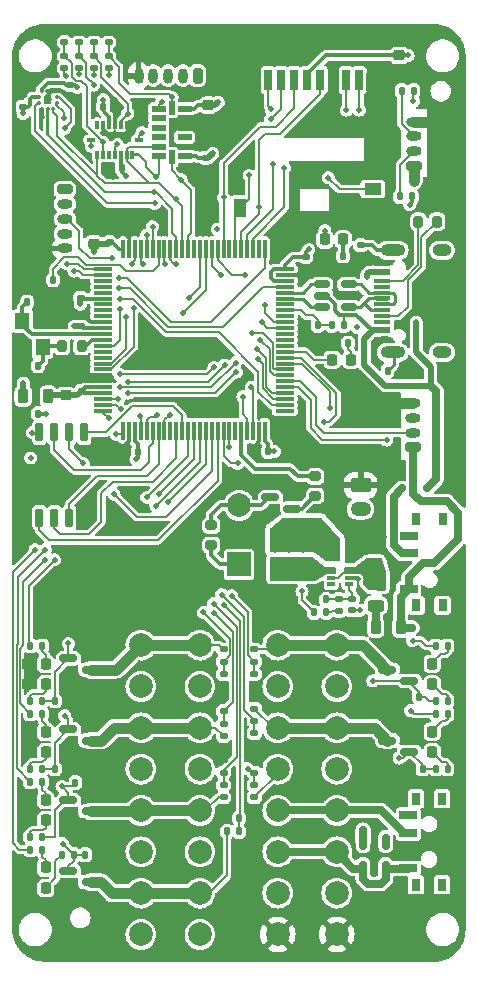
<source format=gtl>
%TF.GenerationSoftware,KiCad,Pcbnew,7.0.2-0*%
%TF.CreationDate,2023-12-01T11:24:17-06:00*%
%TF.ProjectId,Flight Computer,466c6967-6874-4204-936f-6d7075746572,1.1*%
%TF.SameCoordinates,Original*%
%TF.FileFunction,Copper,L1,Top*%
%TF.FilePolarity,Positive*%
%FSLAX46Y46*%
G04 Gerber Fmt 4.6, Leading zero omitted, Abs format (unit mm)*
G04 Created by KiCad (PCBNEW 7.0.2-0) date 2023-12-01 11:24:17*
%MOMM*%
%LPD*%
G01*
G04 APERTURE LIST*
G04 Aperture macros list*
%AMRoundRect*
0 Rectangle with rounded corners*
0 $1 Rounding radius*
0 $2 $3 $4 $5 $6 $7 $8 $9 X,Y pos of 4 corners*
0 Add a 4 corners polygon primitive as box body*
4,1,4,$2,$3,$4,$5,$6,$7,$8,$9,$2,$3,0*
0 Add four circle primitives for the rounded corners*
1,1,$1+$1,$2,$3*
1,1,$1+$1,$4,$5*
1,1,$1+$1,$6,$7*
1,1,$1+$1,$8,$9*
0 Add four rect primitives between the rounded corners*
20,1,$1+$1,$2,$3,$4,$5,0*
20,1,$1+$1,$4,$5,$6,$7,0*
20,1,$1+$1,$6,$7,$8,$9,0*
20,1,$1+$1,$8,$9,$2,$3,0*%
G04 Aperture macros list end*
%TA.AperFunction,SMDPad,CuDef*%
%ADD10RoundRect,0.218750X-0.218750X-0.256250X0.218750X-0.256250X0.218750X0.256250X-0.218750X0.256250X0*%
%TD*%
%TA.AperFunction,SMDPad,CuDef*%
%ADD11RoundRect,0.135000X-0.135000X-0.185000X0.135000X-0.185000X0.135000X0.185000X-0.135000X0.185000X0*%
%TD*%
%TA.AperFunction,SMDPad,CuDef*%
%ADD12RoundRect,0.150000X-0.587500X-0.150000X0.587500X-0.150000X0.587500X0.150000X-0.587500X0.150000X0*%
%TD*%
%TA.AperFunction,SMDPad,CuDef*%
%ADD13RoundRect,0.200000X-0.275000X0.200000X-0.275000X-0.200000X0.275000X-0.200000X0.275000X0.200000X0*%
%TD*%
%TA.AperFunction,SMDPad,CuDef*%
%ADD14RoundRect,0.135000X-0.185000X0.135000X-0.185000X-0.135000X0.185000X-0.135000X0.185000X0.135000X0*%
%TD*%
%TA.AperFunction,SMDPad,CuDef*%
%ADD15RoundRect,0.150000X0.587500X0.150000X-0.587500X0.150000X-0.587500X-0.150000X0.587500X-0.150000X0*%
%TD*%
%TA.AperFunction,SMDPad,CuDef*%
%ADD16RoundRect,0.218750X0.218750X0.256250X-0.218750X0.256250X-0.218750X-0.256250X0.218750X-0.256250X0*%
%TD*%
%TA.AperFunction,SMDPad,CuDef*%
%ADD17RoundRect,0.225000X0.250000X-0.225000X0.250000X0.225000X-0.250000X0.225000X-0.250000X-0.225000X0*%
%TD*%
%TA.AperFunction,SMDPad,CuDef*%
%ADD18RoundRect,0.135000X0.185000X-0.135000X0.185000X0.135000X-0.185000X0.135000X-0.185000X-0.135000X0*%
%TD*%
%TA.AperFunction,SMDPad,CuDef*%
%ADD19RoundRect,0.200000X0.200000X0.275000X-0.200000X0.275000X-0.200000X-0.275000X0.200000X-0.275000X0*%
%TD*%
%TA.AperFunction,SMDPad,CuDef*%
%ADD20RoundRect,0.140000X0.140000X0.170000X-0.140000X0.170000X-0.140000X-0.170000X0.140000X-0.170000X0*%
%TD*%
%TA.AperFunction,SMDPad,CuDef*%
%ADD21RoundRect,0.243750X0.456250X-0.243750X0.456250X0.243750X-0.456250X0.243750X-0.456250X-0.243750X0*%
%TD*%
%TA.AperFunction,SMDPad,CuDef*%
%ADD22RoundRect,0.225000X-0.250000X0.225000X-0.250000X-0.225000X0.250000X-0.225000X0.250000X0.225000X0*%
%TD*%
%TA.AperFunction,SMDPad,CuDef*%
%ADD23RoundRect,0.140000X-0.140000X-0.170000X0.140000X-0.170000X0.140000X0.170000X-0.140000X0.170000X0*%
%TD*%
%TA.AperFunction,SMDPad,CuDef*%
%ADD24R,0.800000X1.000000*%
%TD*%
%TA.AperFunction,SMDPad,CuDef*%
%ADD25R,1.500000X0.700000*%
%TD*%
%TA.AperFunction,SMDPad,CuDef*%
%ADD26RoundRect,0.140000X0.170000X-0.140000X0.170000X0.140000X-0.170000X0.140000X-0.170000X-0.140000X0*%
%TD*%
%TA.AperFunction,SMDPad,CuDef*%
%ADD27RoundRect,0.218750X0.218750X0.381250X-0.218750X0.381250X-0.218750X-0.381250X0.218750X-0.381250X0*%
%TD*%
%TA.AperFunction,ComponentPad*%
%ADD28RoundRect,0.200000X0.450000X-0.200000X0.450000X0.200000X-0.450000X0.200000X-0.450000X-0.200000X0*%
%TD*%
%TA.AperFunction,ComponentPad*%
%ADD29O,1.300000X0.800000*%
%TD*%
%TA.AperFunction,SMDPad,CuDef*%
%ADD30RoundRect,0.140000X-0.170000X0.140000X-0.170000X-0.140000X0.170000X-0.140000X0.170000X0.140000X0*%
%TD*%
%TA.AperFunction,SMDPad,CuDef*%
%ADD31RoundRect,0.135000X0.135000X0.185000X-0.135000X0.185000X-0.135000X-0.185000X0.135000X-0.185000X0*%
%TD*%
%TA.AperFunction,SMDPad,CuDef*%
%ADD32R,3.700000X1.100000*%
%TD*%
%TA.AperFunction,SMDPad,CuDef*%
%ADD33RoundRect,0.112500X-0.187500X-0.112500X0.187500X-0.112500X0.187500X0.112500X-0.187500X0.112500X0*%
%TD*%
%TA.AperFunction,SMDPad,CuDef*%
%ADD34RoundRect,0.075000X-0.725000X-0.075000X0.725000X-0.075000X0.725000X0.075000X-0.725000X0.075000X0*%
%TD*%
%TA.AperFunction,SMDPad,CuDef*%
%ADD35RoundRect,0.075000X-0.075000X-0.725000X0.075000X-0.725000X0.075000X0.725000X-0.075000X0.725000X0*%
%TD*%
%TA.AperFunction,SMDPad,CuDef*%
%ADD36R,1.450000X0.600000*%
%TD*%
%TA.AperFunction,SMDPad,CuDef*%
%ADD37R,1.450000X0.300000*%
%TD*%
%TA.AperFunction,ComponentPad*%
%ADD38O,2.100000X1.000000*%
%TD*%
%TA.AperFunction,ComponentPad*%
%ADD39O,1.600000X1.000000*%
%TD*%
%TA.AperFunction,SMDPad,CuDef*%
%ADD40RoundRect,0.150000X0.150000X-0.512500X0.150000X0.512500X-0.150000X0.512500X-0.150000X-0.512500X0*%
%TD*%
%TA.AperFunction,ComponentPad*%
%ADD41RoundRect,0.200000X0.200000X0.450000X-0.200000X0.450000X-0.200000X-0.450000X0.200000X-0.450000X0*%
%TD*%
%TA.AperFunction,ComponentPad*%
%ADD42O,0.800000X1.300000*%
%TD*%
%TA.AperFunction,SMDPad,CuDef*%
%ADD43RoundRect,0.150000X0.512500X0.150000X-0.512500X0.150000X-0.512500X-0.150000X0.512500X-0.150000X0*%
%TD*%
%TA.AperFunction,SMDPad,CuDef*%
%ADD44R,0.700000X1.750000*%
%TD*%
%TA.AperFunction,SMDPad,CuDef*%
%ADD45R,1.450000X1.000000*%
%TD*%
%TA.AperFunction,SMDPad,CuDef*%
%ADD46R,1.000000X1.550000*%
%TD*%
%TA.AperFunction,SMDPad,CuDef*%
%ADD47R,0.800000X1.500000*%
%TD*%
%TA.AperFunction,SMDPad,CuDef*%
%ADD48R,1.300000X1.500000*%
%TD*%
%TA.AperFunction,SMDPad,CuDef*%
%ADD49R,1.500000X1.500000*%
%TD*%
%TA.AperFunction,SMDPad,CuDef*%
%ADD50R,0.800000X1.400000*%
%TD*%
%TA.AperFunction,SMDPad,CuDef*%
%ADD51RoundRect,0.200000X0.275000X-0.200000X0.275000X0.200000X-0.275000X0.200000X-0.275000X-0.200000X0*%
%TD*%
%TA.AperFunction,SMDPad,CuDef*%
%ADD52RoundRect,0.200000X-0.200000X-0.275000X0.200000X-0.275000X0.200000X0.275000X-0.200000X0.275000X0*%
%TD*%
%TA.AperFunction,SMDPad,CuDef*%
%ADD53R,1.200000X1.400000*%
%TD*%
%TA.AperFunction,SMDPad,CuDef*%
%ADD54RoundRect,0.012500X0.112500X-0.325000X0.112500X0.325000X-0.112500X0.325000X-0.112500X-0.325000X0*%
%TD*%
%TA.AperFunction,SMDPad,CuDef*%
%ADD55RoundRect,0.012500X0.325000X-0.112500X0.325000X0.112500X-0.325000X0.112500X-0.325000X-0.112500X0*%
%TD*%
%TA.AperFunction,ComponentPad*%
%ADD56RoundRect,0.200000X-0.450000X0.200000X-0.450000X-0.200000X0.450000X-0.200000X0.450000X0.200000X0*%
%TD*%
%TA.AperFunction,SMDPad,CuDef*%
%ADD57RoundRect,0.250000X-0.250000X-0.475000X0.250000X-0.475000X0.250000X0.475000X-0.250000X0.475000X0*%
%TD*%
%TA.AperFunction,SMDPad,CuDef*%
%ADD58RoundRect,0.012500X0.125000X-0.112500X0.125000X0.112500X-0.125000X0.112500X-0.125000X-0.112500X0*%
%TD*%
%TA.AperFunction,SMDPad,CuDef*%
%ADD59RoundRect,0.012500X0.112500X-0.125000X0.112500X0.125000X-0.112500X0.125000X-0.112500X-0.125000X0*%
%TD*%
%TA.AperFunction,SMDPad,CuDef*%
%ADD60RoundRect,0.027500X0.545000X0.247500X-0.545000X0.247500X-0.545000X-0.247500X0.545000X-0.247500X0*%
%TD*%
%TA.AperFunction,SMDPad,CuDef*%
%ADD61RoundRect,0.027500X0.247500X0.545000X-0.247500X0.545000X-0.247500X-0.545000X0.247500X-0.545000X0*%
%TD*%
%TA.AperFunction,SMDPad,CuDef*%
%ADD62RoundRect,0.150000X0.150000X-0.650000X0.150000X0.650000X-0.150000X0.650000X-0.150000X-0.650000X0*%
%TD*%
%TA.AperFunction,SMDPad,CuDef*%
%ADD63R,0.700000X0.340000*%
%TD*%
%TA.AperFunction,ComponentPad*%
%ADD64RoundRect,0.250000X-0.625000X0.350000X-0.625000X-0.350000X0.625000X-0.350000X0.625000X0.350000X0*%
%TD*%
%TA.AperFunction,ComponentPad*%
%ADD65O,1.750000X1.200000*%
%TD*%
%TA.AperFunction,ComponentPad*%
%ADD66C,2.000000*%
%TD*%
%TA.AperFunction,ComponentPad*%
%ADD67R,2.000000X2.000000*%
%TD*%
%TA.AperFunction,ViaPad*%
%ADD68C,0.500000*%
%TD*%
%TA.AperFunction,ViaPad*%
%ADD69C,0.700000*%
%TD*%
%TA.AperFunction,Conductor*%
%ADD70C,0.300000*%
%TD*%
%TA.AperFunction,Conductor*%
%ADD71C,0.500000*%
%TD*%
%TA.AperFunction,Conductor*%
%ADD72C,0.286004*%
%TD*%
%TA.AperFunction,Conductor*%
%ADD73C,0.250000*%
%TD*%
%TA.AperFunction,Conductor*%
%ADD74C,0.127000*%
%TD*%
%TA.AperFunction,Conductor*%
%ADD75C,0.900000*%
%TD*%
%TA.AperFunction,Conductor*%
%ADD76C,0.700000*%
%TD*%
G04 APERTURE END LIST*
D10*
%TO.P,D12,1,K*%
%TO.N,GND*%
X85552500Y-73000000D03*
%TO.P,D12,2,A*%
%TO.N,Net-(D12-A)*%
X87127500Y-73000000D03*
%TD*%
D11*
%TO.P,R3,1*%
%TO.N,GND*%
X86750000Y-40490000D03*
%TO.P,R3,2*%
%TO.N,Net-(U1-BOOT0)*%
X87770000Y-40490000D03*
%TD*%
D10*
%TO.P,D8,1,K*%
%TO.N,GND*%
X85552500Y-80500000D03*
%TO.P,D8,2,A*%
%TO.N,Net-(D8-A)*%
X87127500Y-80500000D03*
%TD*%
D12*
%TO.P,Q2,1,G*%
%TO.N,/Pyro Channel A Trigger*%
X89062500Y-90550000D03*
%TO.P,Q2,2,S*%
%TO.N,GND*%
X89062500Y-92450000D03*
%TO.P,Q2,3,D*%
%TO.N,/Pyrotechnic Channels/Pyro Channel A*%
X90937500Y-91500000D03*
%TD*%
D13*
%TO.P,R18,1*%
%TO.N,Net-(U1-PE15)*%
X109950000Y-57135000D03*
%TO.P,R18,2*%
%TO.N,Net-(Q1-B)*%
X109950000Y-58785000D03*
%TD*%
D14*
%TO.P,R14,1*%
%TO.N,/Pyro F Continuity Voltage*%
X104800000Y-78890000D03*
%TO.P,R14,2*%
%TO.N,GND*%
X104800000Y-79910000D03*
%TD*%
D15*
%TO.P,Q1,1,B*%
%TO.N,Net-(Q1-B)*%
X108037500Y-59860000D03*
%TO.P,Q1,2,E*%
%TO.N,GND*%
X108037500Y-57960000D03*
%TO.P,Q1,3,C*%
%TO.N,Net-(BZ1-+)*%
X106162500Y-58910000D03*
%TD*%
D10*
%TO.P,D9,1,K*%
%TO.N,GND*%
X85552500Y-90250000D03*
%TO.P,D9,2,A*%
%TO.N,Net-(D9-A)*%
X87127500Y-90250000D03*
%TD*%
D16*
%TO.P,D2,1,K*%
%TO.N,Net-(D2-K)*%
X112347500Y-37080000D03*
%TO.P,D2,2,A*%
%TO.N,+3.3V*%
X110772500Y-37080000D03*
%TD*%
D14*
%TO.P,R13,1*%
%TO.N,/Pyrotechnic Channels/Pyro Channel F*%
X104800000Y-76790000D03*
%TO.P,R13,2*%
%TO.N,/Pyro F Continuity Voltage*%
X104800000Y-77810000D03*
%TD*%
D17*
%TO.P,C26,1*%
%TO.N,/Connectors and Power Supply/Power Supply/Buck_VIN*%
X114940000Y-64595000D03*
%TO.P,C26,2*%
%TO.N,GND*%
X114940000Y-63045000D03*
%TD*%
D18*
%TO.P,R9,1*%
%TO.N,/Pyrotechnic Channels/Pyro Channel C*%
X102200000Y-79110000D03*
%TO.P,R9,2*%
%TO.N,/Pyro C Continuity Voltage*%
X102200000Y-78090000D03*
%TD*%
D11*
%TO.P,R19,1*%
%TO.N,Net-(J7-SHIELD)*%
X116090000Y-48182500D03*
%TO.P,R19,2*%
%TO.N,GND*%
X117110000Y-48182500D03*
%TD*%
D10*
%TO.P,D10,1,K*%
%TO.N,GND*%
X85552500Y-84500000D03*
%TO.P,D10,2,A*%
%TO.N,Net-(D10-A)*%
X87127500Y-84500000D03*
%TD*%
D19*
%TO.P,R2,1*%
%TO.N,Net-(U1-PH1)*%
X90175000Y-46107500D03*
%TO.P,R2,2*%
%TO.N,Net-(C10-Pad1)*%
X88525000Y-46107500D03*
%TD*%
D11*
%TO.P,R59,1*%
%TO.N,/Pyro E Continuity LED*%
X120150000Y-71500000D03*
%TO.P,R59,2*%
%TO.N,Net-(D13-A)*%
X121170000Y-71500000D03*
%TD*%
D20*
%TO.P,C10,1*%
%TO.N,Net-(C10-Pad1)*%
X86480000Y-47782500D03*
%TO.P,C10,2*%
%TO.N,GND*%
X85520000Y-47782500D03*
%TD*%
D21*
%TO.P,F2,1*%
%TO.N,Net-(F2-Pad1)*%
X115090000Y-68077500D03*
%TO.P,F2,2*%
%TO.N,/Connectors and Power Supply/Power Supply/Buck_VIN*%
X115090000Y-66202500D03*
%TD*%
D22*
%TO.P,C1,1*%
%TO.N,+3.3V*%
X100910000Y-25715000D03*
%TO.P,C1,2*%
%TO.N,GND*%
X100910000Y-27265000D03*
%TD*%
D23*
%TO.P,C8,1*%
%TO.N,+3.3V*%
X92020000Y-25870000D03*
%TO.P,C8,2*%
%TO.N,GND*%
X92980000Y-25870000D03*
%TD*%
D20*
%TO.P,C15,1*%
%TO.N,+3.3V*%
X94930000Y-55070000D03*
%TO.P,C15,2*%
%TO.N,GND*%
X93970000Y-55070000D03*
%TD*%
D11*
%TO.P,R47,1*%
%TO.N,/Pyro A Continuity LED*%
X85830000Y-88750000D03*
%TO.P,R47,2*%
%TO.N,Net-(D9-A)*%
X86850000Y-88750000D03*
%TD*%
D14*
%TO.P,R15,1*%
%TO.N,/Pyrotechnic Channels/Pyro Channel D*%
X102200000Y-71790000D03*
%TO.P,R15,2*%
%TO.N,/Pyro D Continuity Voltage*%
X102200000Y-72810000D03*
%TD*%
D18*
%TO.P,R35,1*%
%TO.N,/Ignition Battery Voltage*%
X104800000Y-82210000D03*
%TO.P,R35,2*%
%TO.N,GND*%
X104800000Y-81190000D03*
%TD*%
%TO.P,R1,1*%
%TO.N,Net-(R1-Pad1)*%
X111980000Y-68530000D03*
%TO.P,R1,2*%
%TO.N,Net-(U6-FB)*%
X111980000Y-67510000D03*
%TD*%
D24*
%TO.P,SW1,*%
%TO.N,*%
X118530000Y-68050000D03*
X120740000Y-68050000D03*
X118530000Y-60750000D03*
X120740000Y-60750000D03*
D25*
%TO.P,SW1,1,A*%
%TO.N,/Connectors and Power Supply/Vin_combined*%
X117880000Y-66650000D03*
%TO.P,SW1,2,B*%
%TO.N,Net-(D15-K)*%
X117880000Y-63650000D03*
%TO.P,SW1,3,C*%
%TO.N,unconnected-(SW1-C-Pad3)*%
X117880000Y-62150000D03*
%TD*%
D16*
%TO.P,D4,1,K*%
%TO.N,GND*%
X121447500Y-74750000D03*
%TO.P,D4,2,A*%
%TO.N,Net-(D4-A)*%
X119872500Y-74750000D03*
%TD*%
D19*
%TO.P,R21,1*%
%TO.N,Net-(J7-CC2)*%
X118700000Y-35570000D03*
%TO.P,R21,2*%
%TO.N,GND*%
X117050000Y-35570000D03*
%TD*%
D18*
%TO.P,R53,1*%
%TO.N,/Chip Select Low G Gyro*%
X91250000Y-20390000D03*
%TO.P,R53,2*%
%TO.N,GND*%
X91250000Y-19370000D03*
%TD*%
D26*
%TO.P,C25,1*%
%TO.N,Net-(J7-SHIELD)*%
X113800000Y-37560000D03*
%TO.P,C25,2*%
%TO.N,GND*%
X113800000Y-36600000D03*
%TD*%
D27*
%TO.P,FB1,1*%
%TO.N,/Microcontroller/VDDA*%
X87362500Y-50332500D03*
%TO.P,FB1,2*%
%TO.N,+3.3V*%
X85237500Y-50332500D03*
%TD*%
D28*
%TO.P,J8,1,Pin_1*%
%TO.N,/Connectors and Power Supply/Vin_combined*%
X118270000Y-54690000D03*
D29*
%TO.P,J8,2,Pin_2*%
%TO.N,/UART3 RX*%
X118270000Y-53440000D03*
%TO.P,J8,3,Pin_3*%
%TO.N,/UART3 TX*%
X118270000Y-52190000D03*
%TO.P,J8,4,Pin_4*%
%TO.N,GND*%
X118270000Y-50940000D03*
%TD*%
D26*
%TO.P,C16,1*%
%TO.N,/Microcontroller/VDDA*%
X90200000Y-49887500D03*
%TO.P,C16,2*%
%TO.N,GND*%
X90200000Y-48927500D03*
%TD*%
D11*
%TO.P,R37,1*%
%TO.N,/Pyro Channel E Trigger*%
X120150000Y-76150000D03*
%TO.P,R37,2*%
%TO.N,Net-(D4-A)*%
X121170000Y-76150000D03*
%TD*%
D30*
%TO.P,C3,1*%
%TO.N,+3.3V*%
X89230000Y-23990000D03*
%TO.P,C3,2*%
%TO.N,GND*%
X89230000Y-24950000D03*
%TD*%
D31*
%TO.P,R46,1*%
%TO.N,Net-(U1-PA9)*%
X110180000Y-44350000D03*
%TO.P,R46,2*%
%TO.N,GND*%
X109160000Y-44350000D03*
%TD*%
%TO.P,R5,1*%
%TO.N,Net-(U6-FB)*%
X110880000Y-67560000D03*
%TO.P,R5,2*%
%TO.N,GND*%
X109860000Y-67560000D03*
%TD*%
%TO.P,R17,1*%
%TO.N,Net-(D1-K)*%
X112720000Y-45850000D03*
%TO.P,R17,2*%
%TO.N,GND*%
X111700000Y-45850000D03*
%TD*%
D11*
%TO.P,R22,1*%
%TO.N,+3.3V*%
X109860000Y-68660000D03*
%TO.P,R22,2*%
%TO.N,Net-(R1-Pad1)*%
X110880000Y-68660000D03*
%TD*%
D32*
%TO.P,L3,1,1*%
%TO.N,/Connectors and Power Supply/Power Supply/Buck_SW*%
X108050000Y-65340000D03*
%TO.P,L3,2,2*%
%TO.N,+3.3V*%
X108050000Y-62340000D03*
%TD*%
D11*
%TO.P,R58,1*%
%TO.N,/Pyro D Continuity LED*%
X85830000Y-71500000D03*
%TO.P,R58,2*%
%TO.N,Net-(D12-A)*%
X86850000Y-71500000D03*
%TD*%
D33*
%TO.P,D15,1,K*%
%TO.N,Net-(D15-K)*%
X117300000Y-58150000D03*
%TO.P,D15,2,A*%
%TO.N,/USB 5V in*%
X119400000Y-58150000D03*
%TD*%
D16*
%TO.P,D13,1,K*%
%TO.N,GND*%
X121447500Y-73000000D03*
%TO.P,D13,2,A*%
%TO.N,Net-(D13-A)*%
X119872500Y-73000000D03*
%TD*%
D34*
%TO.P,U1,1,PE2*%
%TO.N,/Altimeter Interrupt*%
X92025000Y-39582500D03*
%TO.P,U1,2,PE3*%
%TO.N,/Chip Select Altimeter*%
X92025000Y-40082500D03*
%TO.P,U1,3,PE4*%
%TO.N,unconnected-(U1-PE4-Pad3)*%
X92025000Y-40582500D03*
%TO.P,U1,4,PE5*%
%TO.N,unconnected-(U1-PE5-Pad4)*%
X92025000Y-41082500D03*
%TO.P,U1,5,PE6*%
%TO.N,unconnected-(U1-PE6-Pad5)*%
X92025000Y-41582500D03*
%TO.P,U1,6,VBAT*%
%TO.N,+3.3V*%
X92025000Y-42082500D03*
%TO.P,U1,7,PC13*%
%TO.N,unconnected-(U1-PC13-Pad7)*%
X92025000Y-42582500D03*
%TO.P,U1,8,PC14*%
%TO.N,unconnected-(U1-PC14-Pad8)*%
X92025000Y-43082500D03*
%TO.P,U1,9,PC15*%
%TO.N,unconnected-(U1-PC15-Pad9)*%
X92025000Y-43582500D03*
%TO.P,U1,10,VSS*%
%TO.N,GND*%
X92025000Y-44082500D03*
%TO.P,U1,11,VDD*%
%TO.N,+3.3V*%
X92025000Y-44582500D03*
%TO.P,U1,12,PH0*%
%TO.N,Net-(U1-PH0)*%
X92025000Y-45082500D03*
%TO.P,U1,13,PH1*%
%TO.N,Net-(U1-PH1)*%
X92025000Y-45582500D03*
%TO.P,U1,14,NRST*%
%TO.N,/NRST*%
X92025000Y-46082500D03*
%TO.P,U1,15,PC0*%
%TO.N,unconnected-(U1-PC0-Pad15)*%
X92025000Y-46582500D03*
%TO.P,U1,16,PC1*%
%TO.N,unconnected-(U1-PC1-Pad16)*%
X92025000Y-47082500D03*
%TO.P,U1,17,PC2*%
%TO.N,/SPI2 MISO*%
X92025000Y-47582500D03*
%TO.P,U1,18,PC3*%
%TO.N,/SPI2 MOSI*%
X92025000Y-48082500D03*
%TO.P,U1,19,VSSA*%
%TO.N,GND*%
X92025000Y-48582500D03*
%TO.P,U1,20,VREF-*%
X92025000Y-49082500D03*
%TO.P,U1,21,VREF+*%
%TO.N,/Microcontroller/VDDA*%
X92025000Y-49582500D03*
%TO.P,U1,22,VDDA*%
X92025000Y-50082500D03*
%TO.P,U1,23,PA0*%
%TO.N,/Pyro A Continuity Voltage*%
X92025000Y-50582500D03*
%TO.P,U1,24,PA1*%
%TO.N,/Pyro B Continuity Voltage*%
X92025000Y-51082500D03*
%TO.P,U1,25,PA2*%
%TO.N,/Pyro C Continuity Voltage*%
X92025000Y-51582500D03*
D35*
%TO.P,U1,26,PA3*%
%TO.N,/Pyro D Continuity Voltage*%
X93700000Y-53257500D03*
%TO.P,U1,27,VSS*%
%TO.N,GND*%
X94200000Y-53257500D03*
%TO.P,U1,28,VDD*%
%TO.N,+3.3V*%
X94700000Y-53257500D03*
%TO.P,U1,29,PA4*%
%TO.N,/Pyro F Continuity Voltage*%
X95200000Y-53257500D03*
%TO.P,U1,30,PA5*%
%TO.N,/Pyro E Continuity Voltage*%
X95700000Y-53257500D03*
%TO.P,U1,31,PA6*%
%TO.N,/QSPI IO3*%
X96200000Y-53257500D03*
%TO.P,U1,32,PA7*%
%TO.N,/QSPI IO2*%
X96700000Y-53257500D03*
%TO.P,U1,33,PC4*%
%TO.N,/Ignition Battery Voltage*%
X97200000Y-53257500D03*
%TO.P,U1,34,PC5*%
%TO.N,unconnected-(U1-PC5-Pad34)*%
X97700000Y-53257500D03*
%TO.P,U1,35,PB0*%
%TO.N,/QSPI IO1*%
X98200000Y-53257500D03*
%TO.P,U1,36,PB1*%
%TO.N,/QSPI IO0*%
X98700000Y-53257500D03*
%TO.P,U1,37,PB2*%
%TO.N,/Pyro Channel A Trigger*%
X99200000Y-53257500D03*
%TO.P,U1,38,PE7*%
%TO.N,/Pyro Channel B Trigger*%
X99700000Y-53257500D03*
%TO.P,U1,39,PE8*%
%TO.N,/Pyro Channel C Trigger*%
X100200000Y-53257500D03*
%TO.P,U1,40,PE9*%
%TO.N,/Pyro Channel D Trigger*%
X100700000Y-53257500D03*
%TO.P,U1,41,PE10*%
%TO.N,/QSPI Clock*%
X101200000Y-53257500D03*
%TO.P,U1,42,PE11*%
%TO.N,/QSPI Chip Select*%
X101700000Y-53257500D03*
%TO.P,U1,43,PE12*%
%TO.N,/Pyro Channel F Trigger*%
X102200000Y-53257500D03*
%TO.P,U1,44,PE13*%
%TO.N,/Pyro Channel E Trigger*%
X102700000Y-53257500D03*
%TO.P,U1,45,PE14*%
%TO.N,unconnected-(U1-PE14-Pad45)*%
X103200000Y-53257500D03*
%TO.P,U1,46,PE15*%
%TO.N,Net-(U1-PE15)*%
X103700000Y-53257500D03*
%TO.P,U1,47,PB10*%
%TO.N,/I2C2 SCL*%
X104200000Y-53257500D03*
%TO.P,U1,48,PB11*%
%TO.N,/I2C2 SDA*%
X104700000Y-53257500D03*
%TO.P,U1,49,VSS*%
%TO.N,GND*%
X105200000Y-53257500D03*
%TO.P,U1,50,VDD*%
%TO.N,+3.3V*%
X105700000Y-53257500D03*
D34*
%TO.P,U1,51,PB12*%
%TO.N,unconnected-(U1-PB12-Pad51)*%
X107375000Y-51582500D03*
%TO.P,U1,52,PB13*%
%TO.N,/SPI2 SCK*%
X107375000Y-51082500D03*
%TO.P,U1,53,PB14*%
%TO.N,/Pyro D Continuity LED*%
X107375000Y-50582500D03*
%TO.P,U1,54,PB15*%
%TO.N,/Pyro C Continuity LED*%
X107375000Y-50082500D03*
%TO.P,U1,55,PD8*%
%TO.N,/UART3 TX*%
X107375000Y-49582500D03*
%TO.P,U1,56,PD9*%
%TO.N,/UART3 RX*%
X107375000Y-49082500D03*
%TO.P,U1,57,PD10*%
%TO.N,/Pyro B Continuity LED*%
X107375000Y-48582500D03*
%TO.P,U1,58,PD11*%
%TO.N,/Pyro A Continuity LED*%
X107375000Y-48082500D03*
%TO.P,U1,59,PD12*%
%TO.N,/Pyro E Continuity LED*%
X107375000Y-47582500D03*
%TO.P,U1,60,PD13*%
%TO.N,/Pyro F Continuity LED*%
X107375000Y-47082500D03*
%TO.P,U1,61,PD14*%
%TO.N,Net-(D1-A)*%
X107375000Y-46582500D03*
%TO.P,U1,62,PD15*%
%TO.N,unconnected-(U1-PD15-Pad62)*%
X107375000Y-46082500D03*
%TO.P,U1,63,PC6*%
%TO.N,unconnected-(U1-PC6-Pad63)*%
X107375000Y-45582500D03*
%TO.P,U1,64,PC7*%
%TO.N,unconnected-(U1-PC7-Pad64)*%
X107375000Y-45082500D03*
%TO.P,U1,65,PC8*%
%TO.N,/SDMMC Data 0*%
X107375000Y-44582500D03*
%TO.P,U1,66,PC9*%
%TO.N,/SDMMC Data 1*%
X107375000Y-44082500D03*
%TO.P,U1,67,PA8*%
%TO.N,unconnected-(U1-PA8-Pad67)*%
X107375000Y-43582500D03*
%TO.P,U1,68,PA9*%
%TO.N,Net-(U1-PA9)*%
X107375000Y-43082500D03*
%TO.P,U1,69,PA10*%
%TO.N,unconnected-(U1-PA10-Pad69)*%
X107375000Y-42582500D03*
%TO.P,U1,70,PA11*%
%TO.N,/USB D-*%
X107375000Y-42082500D03*
%TO.P,U1,71,PA12*%
%TO.N,/USB D+*%
X107375000Y-41582500D03*
%TO.P,U1,72,PA13*%
%TO.N,/SWDIO*%
X107375000Y-41082500D03*
%TO.P,U1,73,VDDUSB*%
%TO.N,+3.3V*%
X107375000Y-40582500D03*
%TO.P,U1,74,VSS*%
%TO.N,GND*%
X107375000Y-40082500D03*
%TO.P,U1,75,VDD*%
%TO.N,+3.3V*%
X107375000Y-39582500D03*
D35*
%TO.P,U1,76,PA14*%
%TO.N,/SWCLK*%
X105700000Y-37907500D03*
%TO.P,U1,77,PA15*%
%TO.N,unconnected-(U1-PA15-Pad77)*%
X105200000Y-37907500D03*
%TO.P,U1,78,PC10*%
%TO.N,/SDMMC Data 2*%
X104700000Y-37907500D03*
%TO.P,U1,79,PC11*%
%TO.N,/SDMMC Data 3*%
X104200000Y-37907500D03*
%TO.P,U1,80,PC12*%
%TO.N,/SDMMC Clock*%
X103700000Y-37907500D03*
%TO.P,U1,81,PD0*%
%TO.N,/SD Card Detect*%
X103200000Y-37907500D03*
%TO.P,U1,82,PD1*%
%TO.N,unconnected-(U1-PD1-Pad82)*%
X102700000Y-37907500D03*
%TO.P,U1,83,PD2*%
%TO.N,/SDMMC Command*%
X102200000Y-37907500D03*
%TO.P,U1,84,PD3*%
%TO.N,/GPS External Interrupt*%
X101700000Y-37907500D03*
%TO.P,U1,85,PD4*%
%TO.N,/GPS Reset*%
X101200000Y-37907500D03*
%TO.P,U1,86,PD5*%
%TO.N,/UART2 TX*%
X100700000Y-37907500D03*
%TO.P,U1,87,PD6*%
%TO.N,/UART2 RX*%
X100200000Y-37907500D03*
%TO.P,U1,88,PD7*%
%TO.N,unconnected-(U1-PD7-Pad88)*%
X99700000Y-37907500D03*
%TO.P,U1,89,PB3*%
%TO.N,/SPI1 SCK*%
X99200000Y-37907500D03*
%TO.P,U1,90,PB4*%
%TO.N,/SPI1 MISO*%
X98700000Y-37907500D03*
%TO.P,U1,91,PB5*%
%TO.N,/SPI1 MOSI*%
X98200000Y-37907500D03*
%TO.P,U1,92,PB6*%
%TO.N,/Chip Select High G Accel*%
X97700000Y-37907500D03*
%TO.P,U1,93,PB7*%
%TO.N,/High G Interrupt*%
X97200000Y-37907500D03*
%TO.P,U1,94,BOOT0*%
%TO.N,Net-(U1-BOOT0)*%
X96700000Y-37907500D03*
%TO.P,U1,95,PB8*%
%TO.N,/Chip Select Low G Gyro*%
X96200000Y-37907500D03*
%TO.P,U1,96,PB9*%
%TO.N,/Low G Gyro Interrupt*%
X95700000Y-37907500D03*
%TO.P,U1,97,PE0*%
%TO.N,/Chip Select Low G Accel*%
X95200000Y-37907500D03*
%TO.P,U1,98,PE1*%
%TO.N,/Low G Accel Interrupt*%
X94700000Y-37907500D03*
%TO.P,U1,99,VSS*%
%TO.N,GND*%
X94200000Y-37907500D03*
%TO.P,U1,100,VDD*%
%TO.N,+3.3V*%
X93700000Y-37907500D03*
%TD*%
D16*
%TO.P,D5,1,K*%
%TO.N,GND*%
X121447500Y-80500000D03*
%TO.P,D5,2,A*%
%TO.N,Net-(D5-A)*%
X119872500Y-80500000D03*
%TD*%
D17*
%TO.P,C7,1*%
%TO.N,+3.3V*%
X91200000Y-37445000D03*
%TO.P,C7,2*%
%TO.N,GND*%
X91200000Y-35895000D03*
%TD*%
D31*
%TO.P,R39,1*%
%TO.N,/Pyro Channel D Trigger*%
X86850000Y-76150000D03*
%TO.P,R39,2*%
%TO.N,Net-(D6-A)*%
X85830000Y-76150000D03*
%TD*%
D20*
%TO.P,C29,1*%
%TO.N,+3.3V*%
X86480000Y-51820000D03*
%TO.P,C29,2*%
%TO.N,GND*%
X85520000Y-51820000D03*
%TD*%
D31*
%TO.P,R27,1*%
%TO.N,+3.3V*%
X118160000Y-33432500D03*
%TO.P,R27,2*%
%TO.N,/I2C2 SDA*%
X117140000Y-33432500D03*
%TD*%
D11*
%TO.P,R38,1*%
%TO.N,/Pyro Channel F Trigger*%
X120150000Y-81900000D03*
%TO.P,R38,2*%
%TO.N,Net-(D5-A)*%
X121170000Y-81900000D03*
%TD*%
%TO.P,R33,1*%
%TO.N,/Pyro Channel C Trigger*%
X87920000Y-81900000D03*
%TO.P,R33,2*%
%TO.N,GND*%
X88940000Y-81900000D03*
%TD*%
D31*
%TO.P,R40,1*%
%TO.N,/Pyro Channel B Trigger*%
X86850000Y-87650000D03*
%TO.P,R40,2*%
%TO.N,Net-(D7-A)*%
X85830000Y-87650000D03*
%TD*%
D36*
%TO.P,J7,A1,GND*%
%TO.N,GND*%
X115605000Y-45570000D03*
%TO.P,J7,A4,VBUS*%
%TO.N,/USB 5V in*%
X115605000Y-44770000D03*
D37*
%TO.P,J7,A5,CC1*%
%TO.N,Net-(J7-CC1)*%
X115605000Y-43570000D03*
%TO.P,J7,A6,D+*%
%TO.N,/Connectors and Power Supply/USB CONN D+*%
X115605000Y-42570000D03*
%TO.P,J7,A7,D-*%
%TO.N,/Connectors and Power Supply/USB CONN D-*%
X115605000Y-42070000D03*
%TO.P,J7,A8,SBU1*%
%TO.N,unconnected-(J7-SBU1-PadA8)*%
X115605000Y-41070000D03*
D36*
%TO.P,J7,A9,VBUS*%
%TO.N,/USB 5V in*%
X115605000Y-39870000D03*
%TO.P,J7,A12,GND*%
%TO.N,GND*%
X115605000Y-39070000D03*
%TO.P,J7,B1,GND*%
X115605000Y-39070000D03*
%TO.P,J7,B4,VBUS*%
%TO.N,/USB 5V in*%
X115605000Y-39870000D03*
D37*
%TO.P,J7,B5,CC2*%
%TO.N,Net-(J7-CC2)*%
X115605000Y-40570000D03*
%TO.P,J7,B6,D+*%
%TO.N,/Connectors and Power Supply/USB CONN D+*%
X115605000Y-41570000D03*
%TO.P,J7,B7,D-*%
%TO.N,/Connectors and Power Supply/USB CONN D-*%
X115605000Y-43070000D03*
%TO.P,J7,B8,SBU2*%
%TO.N,unconnected-(J7-SBU2-PadB8)*%
X115605000Y-44070000D03*
D36*
%TO.P,J7,B9,VBUS*%
%TO.N,/USB 5V in*%
X115605000Y-44770000D03*
%TO.P,J7,B12,GND*%
%TO.N,GND*%
X115605000Y-45570000D03*
D38*
%TO.P,J7,S1,SHIELD*%
%TO.N,Net-(J7-SHIELD)*%
X116520000Y-46640000D03*
D39*
X120700000Y-46640000D03*
D38*
X116520000Y-38000000D03*
D39*
X120700000Y-38000000D03*
%TD*%
D31*
%TO.P,R30,1*%
%TO.N,/Pyro Channel E Trigger*%
X118730000Y-75790000D03*
%TO.P,R30,2*%
%TO.N,GND*%
X117710000Y-75790000D03*
%TD*%
D14*
%TO.P,R12,1*%
%TO.N,/Pyro E Continuity Voltage*%
X104800000Y-73890000D03*
%TO.P,R12,2*%
%TO.N,GND*%
X104800000Y-74910000D03*
%TD*%
D30*
%TO.P,C12,1*%
%TO.N,+3.3V*%
X109160000Y-38560000D03*
%TO.P,C12,2*%
%TO.N,GND*%
X109160000Y-39520000D03*
%TD*%
D27*
%TO.P,FB3,1*%
%TO.N,/Connectors and Power Supply/Vin_combined*%
X117202500Y-69900000D03*
%TO.P,FB3,2*%
%TO.N,Net-(F2-Pad1)*%
X115077500Y-69900000D03*
%TD*%
D40*
%TO.P,U8,1,VDD*%
%TO.N,/Main battery in*%
X114020000Y-90337500D03*
%TO.P,U8,2,GND*%
%TO.N,GND*%
X114970000Y-90337500D03*
%TO.P,U8,3,EN*%
%TO.N,/Main battery in*%
X115920000Y-90337500D03*
%TO.P,U8,4,NC*%
%TO.N,unconnected-(U8-NC-Pad4)*%
X115920000Y-88062500D03*
%TO.P,U8,5,OUT*%
%TO.N,/Connectors and Power Supply/Vin_combined*%
X114020000Y-88062500D03*
%TD*%
D18*
%TO.P,R48,1*%
%TO.N,+3.3V*%
X92460000Y-22590000D03*
%TO.P,R48,2*%
%TO.N,/Chip Select High G Accel*%
X92460000Y-21570000D03*
%TD*%
%TO.P,R8,1*%
%TO.N,/Pyro B Continuity Voltage*%
X102200000Y-82210000D03*
%TO.P,R8,2*%
%TO.N,GND*%
X102200000Y-81190000D03*
%TD*%
D16*
%TO.P,D14,1,K*%
%TO.N,GND*%
X121447500Y-78750000D03*
%TO.P,D14,2,A*%
%TO.N,Net-(D14-A)*%
X119872500Y-78750000D03*
%TD*%
D10*
%TO.P,D11,1,K*%
%TO.N,GND*%
X85552500Y-78750000D03*
%TO.P,D11,2,A*%
%TO.N,Net-(D11-A)*%
X87127500Y-78750000D03*
%TD*%
D15*
%TO.P,Q7,1,G*%
%TO.N,/Pyro Channel F Trigger*%
X117937500Y-80450000D03*
%TO.P,Q7,2,S*%
%TO.N,GND*%
X117937500Y-78550000D03*
%TO.P,Q7,3,D*%
%TO.N,/Pyrotechnic Channels/Pyro Channel F*%
X116062500Y-79500000D03*
%TD*%
D26*
%TO.P,C9,1*%
%TO.N,+3.3V*%
X90100000Y-42012500D03*
%TO.P,C9,2*%
%TO.N,GND*%
X90100000Y-41052500D03*
%TD*%
D10*
%TO.P,D3,1,K*%
%TO.N,GND*%
X85552500Y-92000000D03*
%TO.P,D3,2,A*%
%TO.N,Net-(D3-A)*%
X87127500Y-92000000D03*
%TD*%
D26*
%TO.P,C4,1*%
%TO.N,+3.3V*%
X85200000Y-25820000D03*
%TO.P,C4,2*%
%TO.N,GND*%
X85200000Y-24860000D03*
%TD*%
D18*
%TO.P,R49,1*%
%TO.N,/Chip Select High G Accel*%
X92460000Y-20390000D03*
%TO.P,R49,2*%
%TO.N,GND*%
X92460000Y-19370000D03*
%TD*%
D17*
%TO.P,C24,1*%
%TO.N,/Microcontroller/VDDA*%
X88850000Y-50282500D03*
%TO.P,C24,2*%
%TO.N,GND*%
X88850000Y-48732500D03*
%TD*%
D14*
%TO.P,R16,1*%
%TO.N,/Pyro D Continuity Voltage*%
X102200000Y-73890000D03*
%TO.P,R16,2*%
%TO.N,GND*%
X102200000Y-74910000D03*
%TD*%
D41*
%TO.P,J3,1,Pin_1*%
%TO.N,+3.3V*%
X100000000Y-23200000D03*
D42*
%TO.P,J3,2,Pin_2*%
%TO.N,/NRST*%
X98750000Y-23200000D03*
%TO.P,J3,3,Pin_3*%
%TO.N,/SWCLK*%
X97500000Y-23200000D03*
%TO.P,J3,4,Pin_4*%
%TO.N,/SWDIO*%
X96250000Y-23200000D03*
%TO.P,J3,5,Pin_5*%
%TO.N,GND*%
X95000000Y-23200000D03*
%TD*%
D43*
%TO.P,U2,1,I/O1*%
%TO.N,/Connectors and Power Supply/USB CONN D-*%
X112787500Y-42782500D03*
%TO.P,U2,2,GND*%
%TO.N,GND*%
X112787500Y-41832500D03*
%TO.P,U2,3,I/O2*%
%TO.N,/Connectors and Power Supply/USB CONN D+*%
X112787500Y-40882500D03*
%TO.P,U2,4,I/O2*%
%TO.N,/USB D+*%
X110512500Y-40882500D03*
%TO.P,U2,5,VBUS*%
%TO.N,/USB 5V in*%
X110512500Y-41832500D03*
%TO.P,U2,6,I/O1*%
%TO.N,/USB D-*%
X110512500Y-42782500D03*
%TD*%
D44*
%TO.P,J10,1,DAT2*%
%TO.N,/SDMMC Data 2*%
X105995000Y-23582500D03*
%TO.P,J10,2,DAT3/CD*%
%TO.N,/SDMMC Data 3*%
X107095000Y-23582500D03*
%TO.P,J10,3,CMD*%
%TO.N,/SDMMC Command*%
X108195000Y-23582500D03*
%TO.P,J10,4,VDD*%
%TO.N,+3.3V*%
X109295000Y-23582500D03*
%TO.P,J10,5,CLK*%
%TO.N,/SDMMC Clock*%
X110395000Y-23582500D03*
%TO.P,J10,6,VSS*%
%TO.N,GND*%
X111495000Y-23582500D03*
%TO.P,J10,7,DAT0*%
%TO.N,/SDMMC Data 0*%
X112595000Y-23582500D03*
%TO.P,J10,8,DAT1*%
%TO.N,/SDMMC Data 1*%
X113695000Y-23582500D03*
D45*
%TO.P,J10,9,DET_B*%
%TO.N,/SD Card Detect*%
X114820000Y-32807500D03*
D46*
%TO.P,J10,10,DET_A*%
X103595000Y-34382500D03*
D47*
%TO.P,J10,11,SHIELD*%
%TO.N,GND*%
X115145000Y-31307500D03*
D48*
X114895000Y-23707500D03*
D49*
X103545000Y-23707500D03*
D50*
X103195000Y-31957500D03*
%TD*%
D51*
%TO.P,R28,1*%
%TO.N,+3.3V*%
X101150000Y-62945000D03*
%TO.P,R28,2*%
%TO.N,Net-(BZ1-+)*%
X101150000Y-61295000D03*
%TD*%
D52*
%TO.P,R20,1*%
%TO.N,Net-(J7-CC1)*%
X120275000Y-35570000D03*
%TO.P,R20,2*%
%TO.N,GND*%
X121925000Y-35570000D03*
%TD*%
D11*
%TO.P,R4,1*%
%TO.N,/Pyrotechnic Channels/Pyro Channel A*%
X102490000Y-87200000D03*
%TO.P,R4,2*%
%TO.N,/Pyro A Continuity Voltage*%
X103510000Y-87200000D03*
%TD*%
D53*
%TO.P,Y1,1,1*%
%TO.N,Net-(U1-PH0)*%
X85175000Y-43982500D03*
%TO.P,Y1,2,2*%
%TO.N,GND*%
X85175000Y-46182500D03*
%TO.P,Y1,3,3*%
%TO.N,Net-(C10-Pad1)*%
X86875000Y-46182500D03*
%TO.P,Y1,4,4*%
%TO.N,GND*%
X86875000Y-43982500D03*
%TD*%
D31*
%TO.P,R31,1*%
%TO.N,/Pyro Channel F Trigger*%
X119050000Y-81910000D03*
%TO.P,R31,2*%
%TO.N,GND*%
X118030000Y-81910000D03*
%TD*%
%TO.P,R36,1*%
%TO.N,/Pyro Channel A Trigger*%
X89530000Y-89160000D03*
%TO.P,R36,2*%
%TO.N,Net-(D3-A)*%
X88510000Y-89160000D03*
%TD*%
D18*
%TO.P,R52,1*%
%TO.N,+3.3V*%
X91250000Y-22590000D03*
%TO.P,R52,2*%
%TO.N,/Chip Select Low G Gyro*%
X91250000Y-21570000D03*
%TD*%
D31*
%TO.P,R41,1*%
%TO.N,/Pyro Channel C Trigger*%
X86850000Y-81900000D03*
%TO.P,R41,2*%
%TO.N,Net-(D8-A)*%
X85830000Y-81900000D03*
%TD*%
D15*
%TO.P,Q6,1,G*%
%TO.N,/Pyro Channel E Trigger*%
X117937500Y-74450000D03*
%TO.P,Q6,2,S*%
%TO.N,GND*%
X117937500Y-72550000D03*
%TO.P,Q6,3,D*%
%TO.N,/Pyrotechnic Channels/Pyro Channel E*%
X116062500Y-73500000D03*
%TD*%
D11*
%TO.P,R56,1*%
%TO.N,/Pyro B Continuity LED*%
X85830000Y-83000000D03*
%TO.P,R56,2*%
%TO.N,Net-(D10-A)*%
X86850000Y-83000000D03*
%TD*%
%TO.P,R57,1*%
%TO.N,/Pyro C Continuity LED*%
X85830000Y-77250000D03*
%TO.P,R57,2*%
%TO.N,Net-(D11-A)*%
X86850000Y-77250000D03*
%TD*%
D31*
%TO.P,R45,1*%
%TO.N,/USB 5V in*%
X112390000Y-44350000D03*
%TO.P,R45,2*%
%TO.N,Net-(U1-PA9)*%
X111370000Y-44350000D03*
%TD*%
D28*
%TO.P,J9,1,Pin_1*%
%TO.N,+3.3V*%
X118300000Y-30857500D03*
D29*
%TO.P,J9,2,Pin_2*%
%TO.N,/I2C2 SDA*%
X118300000Y-29607500D03*
%TO.P,J9,3,Pin_3*%
%TO.N,/I2C2 SCL*%
X118300000Y-28357500D03*
%TO.P,J9,4,Pin_4*%
%TO.N,GND*%
X118300000Y-27107500D03*
%TD*%
D11*
%TO.P,R32,1*%
%TO.N,/Pyro Channel D Trigger*%
X87930000Y-76150000D03*
%TO.P,R32,2*%
%TO.N,GND*%
X88950000Y-76150000D03*
%TD*%
D18*
%TO.P,R7,1*%
%TO.N,/Pyrotechnic Channels/Pyro Channel B*%
X102200000Y-84310000D03*
%TO.P,R7,2*%
%TO.N,/Pyro B Continuity Voltage*%
X102200000Y-83290000D03*
%TD*%
%TO.P,R50,1*%
%TO.N,+3.3V*%
X88730000Y-22560000D03*
%TO.P,R50,2*%
%TO.N,/Chip Select Low G Accel*%
X88730000Y-21540000D03*
%TD*%
%TO.P,R55,1*%
%TO.N,/Chip Select Altimeter*%
X89980000Y-20390000D03*
%TO.P,R55,2*%
%TO.N,GND*%
X89980000Y-19370000D03*
%TD*%
D54*
%TO.P,U4,1,Interrupt_2*%
%TO.N,unconnected-(U4-Interrupt_2-Pad1)*%
X91490000Y-27380000D03*
%TO.P,U4,2,NC*%
%TO.N,GND*%
X91990000Y-27380000D03*
%TO.P,U4,3,Vdd*%
%TO.N,+3.3V*%
X92490000Y-27380000D03*
%TO.P,U4,4,GNDA*%
%TO.N,GND*%
X92990000Y-27380000D03*
%TO.P,U4,5,Chip_Select_Gyro*%
%TO.N,/Chip Select Low G Gyro*%
X93490000Y-27380000D03*
%TO.P,U4,6,GNDIO*%
%TO.N,GND*%
X93990000Y-27380000D03*
%TO.P,U4,7,Protocol_Select*%
X94490000Y-27380000D03*
D55*
%TO.P,U4,8,SCL/SCK*%
%TO.N,/SPI1 SCK*%
X95002500Y-28642500D03*
D54*
%TO.P,U4,9,SDA/SDI*%
%TO.N,/SPI1 MOSI*%
X94490000Y-29905000D03*
%TO.P,U4,10,SDO2*%
%TO.N,/SPI1 MISO*%
X93990000Y-29905000D03*
%TO.P,U4,11,Vddio*%
%TO.N,+3.3V*%
X93490000Y-29905000D03*
%TO.P,U4,12,Interrupt_3*%
%TO.N,/Low G Gyro Interrupt*%
X92990000Y-29905000D03*
%TO.P,U4,13,Interrupt_4*%
%TO.N,unconnected-(U4-Interrupt_4-Pad13)*%
X92490000Y-29905000D03*
%TO.P,U4,14,Chip_Select_Accel*%
%TO.N,/Chip Select Low G Accel*%
X91990000Y-29905000D03*
%TO.P,U4,15,SDO1*%
%TO.N,/SPI1 MISO*%
X91490000Y-29905000D03*
D55*
%TO.P,U4,16,Interrupt_1*%
%TO.N,/Low G Accel Interrupt*%
X90977500Y-28642500D03*
%TD*%
D18*
%TO.P,R10,1*%
%TO.N,/Pyro C Continuity Voltage*%
X102200000Y-77010000D03*
%TO.P,R10,2*%
%TO.N,GND*%
X102200000Y-75990000D03*
%TD*%
D12*
%TO.P,Q5,1,G*%
%TO.N,/Pyro Channel C Trigger*%
X89062500Y-78550000D03*
%TO.P,Q5,2,S*%
%TO.N,GND*%
X89062500Y-80450000D03*
%TO.P,Q5,3,D*%
%TO.N,/Pyrotechnic Channels/Pyro Channel C*%
X90937500Y-79500000D03*
%TD*%
D10*
%TO.P,D6,1,K*%
%TO.N,GND*%
X85552500Y-74750000D03*
%TO.P,D6,2,A*%
%TO.N,Net-(D6-A)*%
X87127500Y-74750000D03*
%TD*%
D24*
%TO.P,SW2,*%
%TO.N,*%
X118490000Y-91720000D03*
X120700000Y-91720000D03*
X118490000Y-84420000D03*
X120700000Y-84420000D03*
D25*
%TO.P,SW2,1,A*%
%TO.N,/Main battery in*%
X117840000Y-90320000D03*
%TO.P,SW2,2,B*%
%TO.N,/Main battery connector*%
X117840000Y-87320000D03*
%TO.P,SW2,3,C*%
%TO.N,unconnected-(SW2-C-Pad3)*%
X117840000Y-85820000D03*
%TD*%
D26*
%TO.P,C27,1*%
%TO.N,+3.3V*%
X113110000Y-68480000D03*
%TO.P,C27,2*%
%TO.N,Net-(U6-FB)*%
X113110000Y-67520000D03*
%TD*%
D31*
%TO.P,R6,1*%
%TO.N,/Pyro A Continuity Voltage*%
X103510000Y-86080000D03*
%TO.P,R6,2*%
%TO.N,GND*%
X102490000Y-86080000D03*
%TD*%
D11*
%TO.P,R29,1*%
%TO.N,/Pyro Channel B Trigger*%
X89660000Y-83058000D03*
%TO.P,R29,2*%
%TO.N,GND*%
X90680000Y-83058000D03*
%TD*%
D56*
%TO.P,J5,1,Pin_1*%
%TO.N,+3.3V*%
X88760000Y-32840000D03*
D29*
%TO.P,J5,2,Pin_2*%
%TO.N,/SPI2 MISO*%
X88760000Y-34090000D03*
%TO.P,J5,3,Pin_3*%
%TO.N,/SPI2 MOSI*%
X88760000Y-35340000D03*
%TO.P,J5,4,Pin_4*%
%TO.N,/SPI2 SCK*%
X88760000Y-36590000D03*
%TO.P,J5,5,Pin_5*%
%TO.N,GND*%
X88760000Y-37840000D03*
%TD*%
D14*
%TO.P,R11,1*%
%TO.N,/Pyrotechnic Channels/Pyro Channel E*%
X104800000Y-71790000D03*
%TO.P,R11,2*%
%TO.N,/Pyro E Continuity Voltage*%
X104800000Y-72810000D03*
%TD*%
D57*
%TO.P,C30,1*%
%TO.N,+3.3V*%
X111330000Y-63360000D03*
%TO.P,C30,2*%
%TO.N,GND*%
X113230000Y-63360000D03*
%TD*%
D58*
%TO.P,U5,1,Vddio*%
%TO.N,+3.3V*%
X86537500Y-25002500D03*
%TO.P,U5,2,SCK*%
%TO.N,/SPI1 SCK*%
X86537500Y-25502500D03*
D59*
%TO.P,U5,3,GND*%
%TO.N,GND*%
X86800000Y-26015000D03*
%TO.P,U5,4,SDI*%
%TO.N,/SPI1 MOSI*%
X87300000Y-26015000D03*
%TO.P,U5,5,SDO*%
%TO.N,/SPI1 MISO*%
X87800000Y-26015000D03*
D58*
%TO.P,U5,6,Chip_Select*%
%TO.N,/Chip Select Altimeter*%
X88062500Y-25502500D03*
%TO.P,U5,7,Interrupt*%
%TO.N,/Altimeter Interrupt*%
X88062500Y-25002500D03*
D59*
%TO.P,U5,8,GND*%
%TO.N,GND*%
X87800000Y-24490000D03*
%TO.P,U5,9,GND*%
X87300000Y-24490000D03*
%TO.P,U5,10,Vdd*%
%TO.N,+3.3V*%
X86800000Y-24490000D03*
%TD*%
D22*
%TO.P,C28,1*%
%TO.N,+3.3V*%
X117070000Y-21495000D03*
%TO.P,C28,2*%
%TO.N,GND*%
X117070000Y-23045000D03*
%TD*%
D18*
%TO.P,R51,1*%
%TO.N,/Chip Select Low G Accel*%
X88730000Y-20360000D03*
%TO.P,R51,2*%
%TO.N,GND*%
X88730000Y-19340000D03*
%TD*%
D12*
%TO.P,Q3,1,G*%
%TO.N,/Pyro Channel B Trigger*%
X89062500Y-84550000D03*
%TO.P,Q3,2,S*%
%TO.N,GND*%
X89062500Y-86450000D03*
%TO.P,Q3,3,D*%
%TO.N,/Pyrotechnic Channels/Pyro Channel B*%
X90937500Y-85500000D03*
%TD*%
D16*
%TO.P,D1,1,K*%
%TO.N,Net-(D1-K)*%
X112987500Y-47270000D03*
%TO.P,D1,2,A*%
%TO.N,Net-(D1-A)*%
X111412500Y-47270000D03*
%TD*%
D20*
%TO.P,C13,1*%
%TO.N,+3.3V*%
X105955000Y-55020000D03*
%TO.P,C13,2*%
%TO.N,GND*%
X104995000Y-55020000D03*
%TD*%
D60*
%TO.P,U3,1,Vdd*%
%TO.N,+3.3V*%
X98900000Y-30010000D03*
%TO.P,U3,2,GND*%
%TO.N,GND*%
X98900000Y-29210000D03*
%TO.P,U3,3,Reserved*%
%TO.N,unconnected-(U3-Reserved-Pad3)*%
X98900000Y-28410000D03*
%TO.P,U3,4,GND*%
%TO.N,GND*%
X98900000Y-27610000D03*
%TO.P,U3,5,GND*%
X98900000Y-26810000D03*
%TO.P,U3,6,Vs*%
%TO.N,+3.3V*%
X98900000Y-26010000D03*
D61*
%TO.P,U3,7,Chip_Select*%
%TO.N,/Chip Select High G Accel*%
X97802500Y-25912500D03*
D60*
%TO.P,U3,8,Interrupt_1*%
%TO.N,/High G Interrupt*%
X96705000Y-26010000D03*
%TO.P,U3,9,Interrupt_2*%
%TO.N,unconnected-(U3-Interrupt_2-Pad9)*%
X96705000Y-26810000D03*
%TO.P,U3,10*%
%TO.N,N/C*%
X96705000Y-27610000D03*
%TO.P,U3,11,Reserved*%
%TO.N,unconnected-(U3-Reserved-Pad11)*%
X96705000Y-28410000D03*
%TO.P,U3,12,SDO/Addr_sel*%
%TO.N,/SPI1 MISO*%
X96705000Y-29210000D03*
%TO.P,U3,13,SDA/SDI*%
%TO.N,/SPI1 MOSI*%
X96705000Y-30010000D03*
D61*
%TO.P,U3,14,SCL/SCK*%
%TO.N,/SPI1 SCK*%
X97802500Y-30107500D03*
%TD*%
D10*
%TO.P,D7,1,K*%
%TO.N,GND*%
X85552500Y-86250000D03*
%TO.P,D7,2,A*%
%TO.N,Net-(D7-A)*%
X87127500Y-86250000D03*
%TD*%
D62*
%TO.P,U7,1,~{CS}*%
%TO.N,/QSPI Chip Select*%
X86595000Y-60620000D03*
%TO.P,U7,2,DO(IO1)*%
%TO.N,/QSPI IO1*%
X87865000Y-60620000D03*
%TO.P,U7,3,IO2*%
%TO.N,/QSPI IO2*%
X89135000Y-60620000D03*
%TO.P,U7,4,GND*%
%TO.N,GND*%
X90405000Y-60620000D03*
%TO.P,U7,5,DI(IO0)*%
%TO.N,/QSPI IO0*%
X90405000Y-53420000D03*
%TO.P,U7,6,CLK*%
%TO.N,/QSPI Clock*%
X89135000Y-53420000D03*
%TO.P,U7,7,IO3*%
%TO.N,/QSPI IO3*%
X87865000Y-53420000D03*
%TO.P,U7,8,VCC*%
%TO.N,+3.3V*%
X86595000Y-53420000D03*
%TD*%
D26*
%TO.P,C2,1*%
%TO.N,+3.3V*%
X100700000Y-30162500D03*
%TO.P,C2,2*%
%TO.N,GND*%
X100700000Y-29202500D03*
%TD*%
D31*
%TO.P,R26,1*%
%TO.N,+3.3V*%
X118290000Y-24480000D03*
%TO.P,R26,2*%
%TO.N,/I2C2 SCL*%
X117270000Y-24480000D03*
%TD*%
%TO.P,R24,1*%
%TO.N,Net-(D2-K)*%
X112300000Y-38475000D03*
%TO.P,R24,2*%
%TO.N,GND*%
X111280000Y-38475000D03*
%TD*%
D23*
%TO.P,C6,1*%
%TO.N,Net-(U1-PH0)*%
X85570000Y-42382500D03*
%TO.P,C6,2*%
%TO.N,GND*%
X86530000Y-42382500D03*
%TD*%
D18*
%TO.P,R54,1*%
%TO.N,+3.3V*%
X89980000Y-22560000D03*
%TO.P,R54,2*%
%TO.N,/Chip Select Altimeter*%
X89980000Y-21540000D03*
%TD*%
D20*
%TO.P,C5,1*%
%TO.N,+3.3V*%
X93580000Y-31020000D03*
%TO.P,C5,2*%
%TO.N,GND*%
X92620000Y-31020000D03*
%TD*%
D11*
%TO.P,R34,1*%
%TO.N,/Pyro Channel A Trigger*%
X90500000Y-89170000D03*
%TO.P,R34,2*%
%TO.N,GND*%
X91520000Y-89170000D03*
%TD*%
D26*
%TO.P,C11,1*%
%TO.N,+3.3V*%
X92550000Y-37300000D03*
%TO.P,C11,2*%
%TO.N,GND*%
X92550000Y-36340000D03*
%TD*%
D18*
%TO.P,R25,1*%
%TO.N,+12V*%
X104800000Y-84310000D03*
%TO.P,R25,2*%
%TO.N,/Ignition Battery Voltage*%
X104800000Y-83290000D03*
%TD*%
D11*
%TO.P,R60,1*%
%TO.N,/Pyro F Continuity LED*%
X120150000Y-77250000D03*
%TO.P,R60,2*%
%TO.N,Net-(D14-A)*%
X121170000Y-77250000D03*
%TD*%
D63*
%TO.P,U6,1,FB*%
%TO.N,Net-(U6-FB)*%
X112830000Y-66270000D03*
%TO.P,U6,2,GND*%
%TO.N,GND*%
X112830000Y-65770000D03*
%TO.P,U6,3,VIN*%
%TO.N,/Connectors and Power Supply/Power Supply/Buck_VIN*%
X112830000Y-65270000D03*
%TO.P,U6,4,SW*%
%TO.N,/Connectors and Power Supply/Power Supply/Buck_SW*%
X111330000Y-65270000D03*
%TO.P,U6,5,Enable*%
%TO.N,/Connectors and Power Supply/Power Supply/Buck_VIN*%
X111330000Y-65770000D03*
%TO.P,U6,6,Power_Good*%
%TO.N,unconnected-(U6-Power_Good-Pad6)*%
X111330000Y-66270000D03*
%TD*%
D26*
%TO.P,C14,1*%
%TO.N,+3.3V*%
X90150000Y-44437500D03*
%TO.P,C14,2*%
%TO.N,GND*%
X90150000Y-43477500D03*
%TD*%
D12*
%TO.P,Q8,1,G*%
%TO.N,/Pyro Channel D Trigger*%
X89062500Y-72550000D03*
%TO.P,Q8,2,S*%
%TO.N,GND*%
X89062500Y-74450000D03*
%TO.P,Q8,3,D*%
%TO.N,/Pyrotechnic Channels/Pyro Channel D*%
X90937500Y-73500000D03*
%TD*%
D64*
%TO.P,J4,1,Pin_1*%
%TO.N,GND*%
X113800000Y-57900000D03*
D65*
%TO.P,J4,2,Pin_2*%
%TO.N,/Main battery connector*%
X113800000Y-59900000D03*
%TD*%
D66*
%TO.P,J2,1,Pin_1*%
%TO.N,+12V*%
X95200000Y-95920000D03*
%TO.P,J2,2,Pin_2*%
X100200000Y-95920000D03*
%TO.P,J2,3,Pin_3*%
%TO.N,/Pyrotechnic Channels/Pyro Channel A*%
X95200000Y-92420000D03*
%TO.P,J2,4,Pin_4*%
X100200000Y-92420000D03*
%TO.P,J2,5,Pin_5*%
%TO.N,+12V*%
X95200000Y-88920000D03*
%TO.P,J2,6,Pin_6*%
X100200000Y-88920000D03*
%TO.P,J2,7,Pin_7*%
%TO.N,/Pyrotechnic Channels/Pyro Channel B*%
X95200000Y-85420000D03*
%TO.P,J2,8,Pin_8*%
X100200000Y-85420000D03*
%TO.P,J2,9,Pin_9*%
%TO.N,+12V*%
X95200000Y-81920000D03*
%TO.P,J2,10,Pin_10*%
X100200000Y-81920000D03*
%TO.P,J2,11,Pin_11*%
%TO.N,/Pyrotechnic Channels/Pyro Channel C*%
X95200000Y-78420000D03*
%TO.P,J2,12,Pin_12*%
X100200000Y-78420000D03*
%TO.P,J2,13,Pin_13*%
%TO.N,+12V*%
X95200000Y-74920000D03*
%TO.P,J2,14,Pin_14*%
X100200000Y-74920000D03*
%TO.P,J2,15,Pin_15*%
%TO.N,/Pyrotechnic Channels/Pyro Channel D*%
X95200000Y-71420000D03*
%TO.P,J2,16,Pin_16*%
X100200000Y-71420000D03*
%TD*%
D67*
%TO.P,BZ1,1,-*%
%TO.N,+3.3V*%
X103500000Y-64590000D03*
D66*
%TO.P,BZ1,2,+*%
%TO.N,Net-(BZ1-+)*%
X103500000Y-59590000D03*
%TD*%
%TO.P,J1,1,Pin_1*%
%TO.N,/Pyrotechnic Channels/Pyro Channel E*%
X111790000Y-71420000D03*
%TO.P,J1,2,Pin_2*%
X106790000Y-71420000D03*
%TO.P,J1,3,Pin_3*%
%TO.N,+12V*%
X111790000Y-74920000D03*
%TO.P,J1,4,Pin_4*%
X106790000Y-74920000D03*
%TO.P,J1,5,Pin_5*%
%TO.N,/Pyrotechnic Channels/Pyro Channel F*%
X111790000Y-78420000D03*
%TO.P,J1,6,Pin_6*%
X106790000Y-78420000D03*
%TO.P,J1,7,Pin_7*%
%TO.N,+12V*%
X111790000Y-81920000D03*
%TO.P,J1,8,Pin_8*%
X106790000Y-81920000D03*
%TO.P,J1,9,Pin_9*%
%TO.N,/Main battery connector*%
X111790000Y-85420000D03*
%TO.P,J1,10,Pin_10*%
X106790000Y-85420000D03*
%TO.P,J1,11,Pin_11*%
%TO.N,/Main battery in*%
X111790000Y-88920000D03*
%TO.P,J1,12,Pin_12*%
X106790000Y-88920000D03*
%TO.P,J1,13,Pin_13*%
%TO.N,+12V*%
X111790000Y-92420000D03*
%TO.P,J1,14,Pin_14*%
X106790000Y-92420000D03*
%TO.P,J1,15,Pin_15*%
%TO.N,GND*%
X111790000Y-95920000D03*
%TO.P,J1,16,Pin_16*%
X106790000Y-95920000D03*
%TD*%
D68*
%TO.N,+3.3V*%
X87170000Y-51820000D03*
X110140000Y-61160000D03*
X85880000Y-55570000D03*
X86010000Y-53430000D03*
X113730000Y-68480000D03*
X110160000Y-63330000D03*
X88859943Y-23196569D03*
X101750000Y-25470000D03*
X90080000Y-42560000D03*
X89550000Y-44437500D03*
X89980000Y-23100000D03*
X93900000Y-31720000D03*
X108910000Y-63330000D03*
X85210000Y-26390000D03*
X117830000Y-21480000D03*
X89800000Y-24200000D03*
X94776731Y-55693270D03*
X106512500Y-55020000D03*
X109420000Y-37920000D03*
X110780000Y-36320000D03*
X92020000Y-25239500D03*
X92460000Y-23120000D03*
X113515378Y-44524622D03*
X85250000Y-49232500D03*
X107710000Y-63330000D03*
X107690000Y-61160000D03*
X101674500Y-36201000D03*
X106560000Y-63330000D03*
X118300000Y-32160000D03*
X108840000Y-66860000D03*
X117950500Y-34132500D03*
X118280000Y-25370000D03*
X108890000Y-61160000D03*
X91210000Y-38170000D03*
X101266208Y-29795738D03*
X91250000Y-23150000D03*
%TO.N,GND*%
X88000000Y-48732500D03*
X92980000Y-25239500D03*
X117020000Y-77540000D03*
X89080000Y-91670000D03*
X90730000Y-74760000D03*
X84800000Y-48032500D03*
X101720000Y-23710000D03*
X108050000Y-58550000D03*
X95160000Y-27110000D03*
X114430000Y-36620000D03*
X86180000Y-40500000D03*
X109860000Y-66870000D03*
X100700000Y-28620000D03*
X114850000Y-62300000D03*
X90290000Y-92740000D03*
X109180000Y-36920000D03*
X110750000Y-26100000D03*
X85550000Y-73880000D03*
X91210000Y-35180000D03*
X102200000Y-75420000D03*
X117100000Y-72070000D03*
X89550000Y-43470000D03*
X89810000Y-25130000D03*
X113900000Y-62300000D03*
X85560000Y-91120000D03*
X103350000Y-33007998D03*
X85180000Y-24260000D03*
X97640000Y-62600000D03*
X117920000Y-79300000D03*
X98900000Y-47882500D03*
X114460000Y-52200000D03*
X93950000Y-55670000D03*
X89360000Y-19340000D03*
X121450000Y-73870000D03*
X112990000Y-48450000D03*
X86810000Y-26700000D03*
X104800000Y-75470000D03*
X84820000Y-51820000D03*
X109060000Y-45920000D03*
X89090000Y-93240000D03*
X89450000Y-41310000D03*
X89040000Y-87230000D03*
X102740000Y-57850000D03*
X90270000Y-86710000D03*
X114350000Y-39070000D03*
X117870000Y-23040000D03*
X90650000Y-59370000D03*
X92667869Y-60037869D03*
X121450000Y-79630000D03*
X113600000Y-65850000D03*
X102500000Y-85400000D03*
X89130000Y-73680000D03*
X117720000Y-48140000D03*
X89050000Y-75310000D03*
X100000000Y-36220000D03*
X89050000Y-85680000D03*
X117055000Y-34670000D03*
X121805000Y-34620000D03*
X102200000Y-80500000D03*
X104400419Y-55020000D03*
X115750000Y-62300000D03*
X85550000Y-79630000D03*
X98840000Y-51060000D03*
X90410000Y-80700000D03*
X101510000Y-27870000D03*
X92804977Y-31765023D03*
X90610000Y-19340000D03*
X108760000Y-52432500D03*
X109050000Y-44950000D03*
X104800000Y-80600000D03*
X118200000Y-77900000D03*
X90320000Y-70800000D03*
X117920000Y-73280000D03*
X88740000Y-81100000D03*
X112950000Y-62300000D03*
X89130000Y-79690000D03*
X118410000Y-71950000D03*
X91860000Y-19370000D03*
X114950000Y-46200000D03*
X116810000Y-76550000D03*
X85550000Y-85380000D03*
X94350000Y-58470000D03*
X110210000Y-39990000D03*
X118030000Y-82640000D03*
X86530000Y-41652500D03*
X111250000Y-39270000D03*
X92657760Y-28292825D03*
%TO.N,/SWDIO*%
X93340000Y-41220000D03*
%TO.N,/SWCLK*%
X93340000Y-40350000D03*
%TO.N,/NRST*%
X93430000Y-42980000D03*
%TO.N,/UART3 TX*%
X116000000Y-54060000D03*
%TO.N,/I2C2 SDA*%
X104550000Y-49580000D03*
%TO.N,/I2C2 SCL*%
X103840000Y-50390000D03*
%TO.N,/SDMMC Data 2*%
X106228415Y-26048415D03*
X107360000Y-31020000D03*
%TO.N,/SDMMC Data 3*%
X106370000Y-30720000D03*
X106200000Y-26910000D03*
%TO.N,/SDMMC Command*%
X102200000Y-33520000D03*
%TO.N,/SDMMC Clock*%
X105200000Y-34320000D03*
%TO.N,/SDMMC Data 0*%
X112600000Y-26120000D03*
X105437002Y-44105497D03*
%TO.N,/SDMMC Data 1*%
X105710000Y-42612500D03*
X113690000Y-26120000D03*
%TO.N,/SD Card Detect*%
X111070000Y-31842500D03*
X104360500Y-31640000D03*
%TO.N,/Pyro Channel A Trigger*%
X95701831Y-58897951D03*
X88590000Y-88230000D03*
%TO.N,/Pyro Channel B Trigger*%
X96725000Y-58615000D03*
X88510000Y-83390000D03*
%TO.N,/Pyro Channel C Trigger*%
X96469395Y-59617434D03*
X88760000Y-77400000D03*
%TO.N,/Pyro Channel E Trigger*%
X114830000Y-74450000D03*
X102700000Y-54640000D03*
%TO.N,/Pyro Channel F Trigger*%
X117060000Y-80980000D03*
X103390000Y-56020000D03*
%TO.N,/Pyro Channel D Trigger*%
X97505000Y-59325000D03*
X89070000Y-71280000D03*
%TO.N,/Pyro A Continuity Voltage*%
X102200000Y-68000000D03*
X93294710Y-50582500D03*
%TO.N,/Pyro B Continuity Voltage*%
X101350000Y-67900000D03*
X93500324Y-51449676D03*
%TO.N,/Pyro C Continuity Voltage*%
X92468412Y-52179334D03*
X101350000Y-68700000D03*
%TO.N,/Pyro E Continuity Voltage*%
X96589693Y-51908998D03*
X102900000Y-67250000D03*
%TO.N,/Pyro F Continuity Voltage*%
X102050000Y-67150000D03*
X95098967Y-51998603D03*
%TO.N,/Pyro D Continuity Voltage*%
X100500000Y-68650000D03*
X93107954Y-53562045D03*
%TO.N,/Ignition Battery Voltage*%
X104230000Y-81870000D03*
X97658242Y-51908000D03*
%TO.N,/High G Interrupt*%
X97225500Y-39170000D03*
X96970000Y-25450000D03*
%TO.N,/Chip Select Low G Gyro*%
X96200000Y-35997500D03*
X94095937Y-26420500D03*
%TO.N,/SPI1 SCK*%
X95300000Y-28032500D03*
X96370000Y-34020000D03*
X98604495Y-32020000D03*
%TO.N,/SPI1 MOSI*%
X96450000Y-31794500D03*
X96350000Y-33082000D03*
%TO.N,/SPI1 MISO*%
X98150000Y-33692454D03*
%TO.N,/Low G Gyro Interrupt*%
X95700000Y-36690000D03*
X93200000Y-29020000D03*
%TO.N,/Chip Select Low G Accel*%
X95380000Y-39170000D03*
X92003544Y-28854118D03*
%TO.N,/Low G Accel Interrupt*%
X94437076Y-39167384D03*
X91000000Y-29170000D03*
%TO.N,/Altimeter Interrupt*%
X88910000Y-39120000D03*
X88745000Y-27675000D03*
%TO.N,/QSPI Clock*%
X92925000Y-58645000D03*
X90325000Y-56045000D03*
%TO.N,/GPS Reset*%
X101947286Y-40045072D03*
%TO.N,/GPS External Interrupt*%
X104000000Y-40050000D03*
%TO.N,/UART2 TX*%
X98750000Y-43332500D03*
%TO.N,/UART2 RX*%
X99299665Y-42039665D03*
%TO.N,/USB 5V in*%
X118500000Y-44090000D03*
X114340000Y-40260000D03*
%TO.N,/Chip Select Altimeter*%
X88670000Y-26760000D03*
X89530000Y-39747500D03*
X91199500Y-24000000D03*
%TO.N,/Chip Select High G Accel*%
X98173946Y-39169500D03*
X97852500Y-25050000D03*
%TO.N,/SPI2 MISO*%
X93930000Y-43610000D03*
%TO.N,/SPI2 MOSI*%
X92790000Y-38680000D03*
X94603872Y-42876128D03*
%TO.N,/SPI2 SCK*%
X93420000Y-42120000D03*
%TO.N,/Pyro A Continuity LED*%
X101380000Y-47900000D03*
X93420000Y-48510000D03*
X104610000Y-44980000D03*
X86250000Y-63350000D03*
%TO.N,/Pyro B Continuity LED*%
X87100000Y-63350000D03*
X94149198Y-49135593D03*
X102320000Y-47710000D03*
X105310000Y-45590000D03*
%TO.N,/Pyro C Continuity LED*%
X87100000Y-64200000D03*
X103230000Y-47510000D03*
X105060000Y-46370000D03*
X93400000Y-49610000D03*
%TO.N,/Pyro D Continuity LED*%
X94150789Y-50083030D03*
X103280000Y-48310000D03*
X105120000Y-47230000D03*
X87900000Y-64200000D03*
%TO.N,/Pyro E Continuity LED*%
X111198873Y-51378873D03*
X118200000Y-71050000D03*
%TO.N,/Pyro F Continuity LED*%
X110675000Y-52525000D03*
X118040000Y-76960000D03*
D69*
%TO.N,/Connectors and Power Supply/Vin_combined*%
X114020000Y-87080000D03*
X118150000Y-69950000D03*
%TD*%
D70*
%TO.N,Net-(BZ1-+)*%
X105340000Y-59590000D02*
X103500000Y-59590000D01*
X101950000Y-59590000D02*
X103500000Y-59590000D01*
X101150000Y-61295000D02*
X101150000Y-60390000D01*
X101150000Y-60390000D02*
X101950000Y-59590000D01*
X106020000Y-58910000D02*
X105340000Y-59590000D01*
X106162500Y-58910000D02*
X106020000Y-58910000D01*
%TO.N,+3.3V*%
X93580000Y-31020000D02*
X93580000Y-31400000D01*
X107375000Y-40582500D02*
X106473959Y-40582500D01*
D71*
X91200000Y-38160000D02*
X91200000Y-37445000D01*
D70*
X109295000Y-23057500D02*
X109295000Y-23582500D01*
X85670000Y-25820000D02*
X85790000Y-25700000D01*
X105700000Y-54140000D02*
X105700000Y-53257500D01*
X99910000Y-30010000D02*
X98900000Y-30010000D01*
D71*
X100899446Y-30162500D02*
X100700000Y-30162500D01*
D70*
X85210000Y-26390000D02*
X85200000Y-26380000D01*
X92490000Y-27380000D02*
X92490000Y-26680109D01*
X89800000Y-24200000D02*
X89590000Y-23990000D01*
X89590000Y-23990000D02*
X89230000Y-23990000D01*
X92025000Y-42082500D02*
X90170000Y-42082500D01*
X106473959Y-40582500D02*
X106225000Y-40333541D01*
D72*
X86585000Y-53430000D02*
X86595000Y-53420000D01*
D73*
X93387500Y-37907500D02*
X92780000Y-37300000D01*
D70*
X93490000Y-30930000D02*
X93580000Y-31020000D01*
X110772500Y-36327500D02*
X110780000Y-36320000D01*
D74*
X98900000Y-26010000D02*
X99750000Y-26010000D01*
D70*
X106225000Y-40333541D02*
X106225000Y-39831459D01*
X100700000Y-30162500D02*
X100062500Y-30162500D01*
D71*
X90080000Y-42560000D02*
X90080000Y-42032500D01*
X91200000Y-37445000D02*
X92405000Y-37445000D01*
D70*
X93490000Y-29905000D02*
X93490000Y-30930000D01*
X108090000Y-38560000D02*
X109160000Y-38560000D01*
X101150000Y-62945000D02*
X101150000Y-63820000D01*
X107375000Y-39582500D02*
X107375000Y-39275000D01*
X105955000Y-54395000D02*
X105700000Y-54140000D01*
X86537500Y-25002500D02*
X85967500Y-25002500D01*
D73*
X94776731Y-55693270D02*
X94930000Y-55540001D01*
D70*
X85200000Y-26380000D02*
X85200000Y-25820000D01*
X106225000Y-39831459D02*
X106473959Y-39582500D01*
D74*
X88730000Y-23066626D02*
X88859943Y-23196569D01*
D70*
X90170000Y-42082500D02*
X90100000Y-42012500D01*
D71*
X89550000Y-44437500D02*
X90150000Y-44437500D01*
D70*
X105955000Y-55020000D02*
X105955000Y-54395000D01*
D73*
X92500000Y-26670109D02*
X92020000Y-26190109D01*
D70*
X93500000Y-30940000D02*
X93500000Y-29882500D01*
X88660000Y-23830000D02*
X87308085Y-23830000D01*
X86790000Y-24348085D02*
X86790000Y-24495000D01*
D74*
X118280000Y-24490000D02*
X118280000Y-25370000D01*
D70*
X110857500Y-21495000D02*
X109295000Y-23057500D01*
X86480000Y-51820000D02*
X87170000Y-51820000D01*
X85790000Y-25180000D02*
X85962500Y-25007500D01*
D71*
X91210000Y-38170000D02*
X91200000Y-38160000D01*
X92405000Y-37445000D02*
X92550000Y-37300000D01*
D70*
X109160000Y-38180000D02*
X109160000Y-38560000D01*
X118160000Y-33432500D02*
X118160000Y-33923000D01*
D73*
X92500000Y-27357500D02*
X92500000Y-26670109D01*
D71*
X85237500Y-49245000D02*
X85250000Y-49232500D01*
D70*
X92490000Y-26680109D02*
X92500000Y-26670109D01*
X117070000Y-21495000D02*
X117815000Y-21495000D01*
D71*
X85237500Y-50332500D02*
X85237500Y-49245000D01*
D72*
X86010000Y-53430000D02*
X86585000Y-53430000D01*
D73*
X92020000Y-26190109D02*
X92020000Y-25870000D01*
D70*
X107375000Y-39275000D02*
X108090000Y-38560000D01*
D74*
X113110000Y-68480000D02*
X113730000Y-68480000D01*
D71*
X90080000Y-42032500D02*
X90100000Y-42012500D01*
D74*
X88730000Y-22560000D02*
X88730000Y-23066626D01*
D70*
X89230000Y-23990000D02*
X88820000Y-23990000D01*
D71*
X101505000Y-25715000D02*
X100910000Y-25715000D01*
D70*
X101150000Y-63820000D02*
X101920000Y-64590000D01*
D73*
X92780000Y-37300000D02*
X92550000Y-37300000D01*
D74*
X118290000Y-24480000D02*
X118280000Y-24490000D01*
D70*
X94700000Y-54182500D02*
X94700000Y-53257500D01*
X93580000Y-31400000D02*
X93900000Y-31720000D01*
X117070000Y-21495000D02*
X110857500Y-21495000D01*
X94930000Y-55070000D02*
X94930000Y-54412500D01*
D73*
X92020000Y-25239500D02*
X92020000Y-25870000D01*
D70*
X92025000Y-44582500D02*
X90295000Y-44582500D01*
D71*
X101750000Y-25470000D02*
X101505000Y-25715000D01*
D70*
X106473959Y-39582500D02*
X107375000Y-39582500D01*
X99727500Y-26032500D02*
X98950000Y-26032500D01*
X100045000Y-25715000D02*
X99727500Y-26032500D01*
X118160000Y-33923000D02*
X117950500Y-34132500D01*
X109420000Y-37920000D02*
X109160000Y-38180000D01*
D74*
X108840000Y-67640000D02*
X108840000Y-66860000D01*
D71*
X101266208Y-29795738D02*
X100899446Y-30162500D01*
D70*
X100062500Y-30162500D02*
X99910000Y-30010000D01*
X93580000Y-31020000D02*
X93500000Y-30940000D01*
X90295000Y-44582500D02*
X90150000Y-44437500D01*
X85790000Y-25700000D02*
X85790000Y-25180000D01*
X86800000Y-24343085D02*
X87308085Y-23835000D01*
D73*
X93700000Y-37907500D02*
X93387500Y-37907500D01*
D70*
X101920000Y-64590000D02*
X103500000Y-64590000D01*
X100910000Y-25715000D02*
X100045000Y-25715000D01*
X86800000Y-24490000D02*
X86800000Y-24343085D01*
X85200000Y-25820000D02*
X85670000Y-25820000D01*
X117815000Y-21495000D02*
X117830000Y-21480000D01*
D74*
X91250000Y-23150000D02*
X91250000Y-22590000D01*
D75*
X118300000Y-32160000D02*
X118300000Y-30857500D01*
D70*
X87308085Y-23830000D02*
X86790000Y-24348085D01*
X110772500Y-37080000D02*
X110772500Y-36327500D01*
X87308085Y-23835000D02*
X87308085Y-23830000D01*
X94930000Y-54412500D02*
X94700000Y-54182500D01*
X88820000Y-23990000D02*
X88660000Y-23830000D01*
D74*
X92460000Y-23120000D02*
X92460000Y-22590000D01*
D70*
X106512500Y-55020000D02*
X105955000Y-55020000D01*
D74*
X109860000Y-68660000D02*
X108840000Y-67640000D01*
D73*
X94930000Y-55540001D02*
X94930000Y-55070000D01*
D74*
X99750000Y-26010000D02*
X100045000Y-25715000D01*
D70*
X85962500Y-25007500D02*
X86527500Y-25007500D01*
X85967500Y-25002500D02*
X85962500Y-25007500D01*
D74*
X89980000Y-23100000D02*
X89980000Y-22560000D01*
D70*
%TO.N,GND*%
X90355000Y-49082500D02*
X90200000Y-48927500D01*
X91990000Y-27726915D02*
X92555910Y-28292825D01*
D71*
X89707500Y-41052500D02*
X90100000Y-41052500D01*
D70*
X86190000Y-40490000D02*
X86180000Y-40500000D01*
D73*
X95160000Y-27110000D02*
X94912500Y-27357500D01*
D70*
X104800000Y-80600000D02*
X104800000Y-79910000D01*
X103545000Y-23707500D02*
X101722500Y-23707500D01*
X89630000Y-24950000D02*
X89230000Y-24950000D01*
X92620000Y-31580046D02*
X92804977Y-31765023D01*
D73*
X94200000Y-36991815D02*
X93548185Y-36340000D01*
D71*
X91200000Y-35190000D02*
X91200000Y-35895000D01*
D70*
X104995000Y-55020000D02*
X104995000Y-54363541D01*
D73*
X93950000Y-55090000D02*
X93970000Y-55070000D01*
D70*
X117070000Y-23045000D02*
X115557500Y-23045000D01*
D74*
X116810000Y-76550000D02*
X116950000Y-76550000D01*
D71*
X121805000Y-34620000D02*
X121805000Y-35450000D01*
D74*
X121447500Y-79627500D02*
X121450000Y-79630000D01*
D70*
X88490000Y-24490000D02*
X88495000Y-24495000D01*
D74*
X85552500Y-84500000D02*
X85552500Y-85377500D01*
X85552500Y-91112500D02*
X85560000Y-91120000D01*
D71*
X90005000Y-48732500D02*
X90200000Y-48927500D01*
D70*
X99722500Y-26832500D02*
X98950000Y-26832500D01*
X90997965Y-44082500D02*
X90392965Y-43477500D01*
D74*
X102490000Y-85410000D02*
X102490000Y-86080000D01*
D70*
X93970000Y-55070000D02*
X93970000Y-54412500D01*
X86790000Y-26680000D02*
X86790000Y-26020000D01*
D71*
X114950000Y-46200000D02*
X115627500Y-45522500D01*
X117055000Y-34670000D02*
X117050000Y-34675000D01*
D70*
X108597500Y-40082500D02*
X109160000Y-39520000D01*
X92025000Y-49082500D02*
X90355000Y-49082500D01*
X86875000Y-43982500D02*
X86875000Y-42727500D01*
D71*
X100700000Y-28620000D02*
X100700000Y-29202500D01*
D70*
X110210000Y-39990000D02*
X109740000Y-39520000D01*
X100175000Y-27265000D02*
X99830000Y-27610000D01*
X113800000Y-36600000D02*
X114410000Y-36600000D01*
D74*
X85552500Y-73877500D02*
X85550000Y-73880000D01*
X99700000Y-26810000D02*
X99722500Y-26832500D01*
X89980000Y-19370000D02*
X89950000Y-19340000D01*
D75*
X120037500Y-27107500D02*
X120040000Y-27110000D01*
D71*
X117720000Y-48140000D02*
X117677500Y-48182500D01*
D74*
X85552500Y-78750000D02*
X85552500Y-79627500D01*
D70*
X101722500Y-23707500D02*
X101720000Y-23710000D01*
D71*
X117050000Y-34675000D02*
X117050000Y-35570000D01*
D74*
X121447500Y-78750000D02*
X121447500Y-79627500D01*
X91250000Y-19370000D02*
X91860000Y-19370000D01*
D70*
X93990000Y-27380000D02*
X94890000Y-27380000D01*
X89810000Y-25130000D02*
X89630000Y-24950000D01*
X92620000Y-31020000D02*
X92620000Y-31580046D01*
X117070000Y-23045000D02*
X117865000Y-23045000D01*
D73*
X93000000Y-27357500D02*
X93000000Y-25890000D01*
D70*
X100700000Y-29202500D02*
X98980000Y-29202500D01*
D74*
X89980000Y-19370000D02*
X90010000Y-19340000D01*
D71*
X89550000Y-43470000D02*
X90142500Y-43470000D01*
D70*
X113520000Y-65770000D02*
X112830000Y-65770000D01*
D74*
X109160000Y-44840000D02*
X109160000Y-44350000D01*
D71*
X88850000Y-48732500D02*
X90005000Y-48732500D01*
D74*
X85552500Y-80500000D02*
X85552500Y-79632500D01*
D70*
X100910000Y-27265000D02*
X100155000Y-27265000D01*
X108050000Y-58550000D02*
X108037500Y-58537500D01*
D74*
X121447500Y-73872500D02*
X121450000Y-73870000D01*
D75*
X116610000Y-50940000D02*
X116600000Y-50950000D01*
D74*
X89950000Y-19340000D02*
X89360000Y-19340000D01*
X85552500Y-85377500D02*
X85550000Y-85380000D01*
D70*
X100910000Y-27265000D02*
X100175000Y-27265000D01*
X89230000Y-24950000D02*
X88950000Y-24950000D01*
X90392965Y-43477500D02*
X90150000Y-43477500D01*
X104800000Y-75470000D02*
X104800000Y-74910000D01*
X94890000Y-27380000D02*
X95160000Y-27110000D01*
D74*
X91250000Y-19370000D02*
X90640000Y-19370000D01*
X109050000Y-44950000D02*
X109160000Y-44840000D01*
D72*
X114350000Y-39070000D02*
X115605000Y-39070000D01*
D70*
X100155000Y-27265000D02*
X99722500Y-26832500D01*
D71*
X89450000Y-41310000D02*
X89707500Y-41052500D01*
D70*
X108037500Y-58537500D02*
X108037500Y-57960000D01*
D74*
X85552500Y-91127500D02*
X85560000Y-91120000D01*
X85552500Y-79632500D02*
X85550000Y-79630000D01*
D70*
X86750000Y-40490000D02*
X86190000Y-40490000D01*
X92990000Y-27380000D02*
X92990000Y-25880000D01*
D73*
X94912500Y-27357500D02*
X94500000Y-27357500D01*
D74*
X109060000Y-45920000D02*
X109130000Y-45850000D01*
D70*
X102200000Y-75420000D02*
X102200000Y-74910000D01*
D73*
X92000000Y-27772297D02*
X92000000Y-27357500D01*
D70*
X111280000Y-38475000D02*
X111280000Y-39240000D01*
X86810000Y-26700000D02*
X86790000Y-26680000D01*
X98980000Y-29202500D02*
X98950000Y-29232500D01*
X85180000Y-24260000D02*
X85180000Y-24840000D01*
D74*
X100692500Y-29210000D02*
X100700000Y-29202500D01*
X102500000Y-85400000D02*
X102490000Y-85410000D01*
D70*
X113600000Y-65850000D02*
X113520000Y-65770000D01*
X94200000Y-54182500D02*
X94200000Y-53257500D01*
D74*
X104800000Y-80600000D02*
X104800000Y-81190000D01*
D71*
X117677500Y-48182500D02*
X117110000Y-48182500D01*
X91200000Y-35895000D02*
X92105000Y-35895000D01*
D70*
X92025000Y-44082500D02*
X90997965Y-44082500D01*
D74*
X121447500Y-73867500D02*
X121450000Y-73870000D01*
X121447500Y-80500000D02*
X121447500Y-79632500D01*
X85552500Y-86250000D02*
X85552500Y-85382500D01*
X118030000Y-82640000D02*
X118030000Y-81910000D01*
D70*
X88950000Y-24950000D02*
X88495000Y-24495000D01*
X104400419Y-55020000D02*
X104995000Y-55020000D01*
X92025000Y-48582500D02*
X90545000Y-48582500D01*
X115557500Y-23045000D02*
X114895000Y-23707500D01*
X87790000Y-24495000D02*
X87290000Y-24495000D01*
D71*
X121805000Y-35450000D02*
X121925000Y-35570000D01*
D70*
X114410000Y-36600000D02*
X114430000Y-36620000D01*
D71*
X91210000Y-35180000D02*
X91200000Y-35190000D01*
D74*
X85552500Y-73882500D02*
X85550000Y-73880000D01*
D70*
X92555910Y-28292825D02*
X92657760Y-28292825D01*
D71*
X100910000Y-27270000D02*
X100910000Y-27265000D01*
D70*
X111280000Y-39240000D02*
X111250000Y-39270000D01*
X88495000Y-24495000D02*
X87790000Y-24495000D01*
D74*
X85552500Y-73000000D02*
X85552500Y-73877500D01*
D70*
X85520000Y-51820000D02*
X84820000Y-51820000D01*
D74*
X109860000Y-67560000D02*
X109860000Y-66870000D01*
D70*
X91990000Y-27380000D02*
X91990000Y-27726915D01*
D74*
X98900000Y-29210000D02*
X100692500Y-29210000D01*
X85552500Y-85382500D02*
X85550000Y-85380000D01*
X85552500Y-90250000D02*
X85552500Y-91112500D01*
X90640000Y-19370000D02*
X90610000Y-19340000D01*
X85552500Y-74750000D02*
X85552500Y-73882500D01*
D70*
X90545000Y-48582500D02*
X90200000Y-48927500D01*
D73*
X94200000Y-37907500D02*
X94200000Y-36991815D01*
D70*
X93970000Y-54412500D02*
X94200000Y-54182500D01*
D71*
X92105000Y-35895000D02*
X92550000Y-36340000D01*
D70*
X85175000Y-47437500D02*
X85520000Y-47782500D01*
D74*
X121447500Y-73000000D02*
X121447500Y-73867500D01*
D70*
X86875000Y-42727500D02*
X86530000Y-42382500D01*
X92990000Y-25880000D02*
X92980000Y-25870000D01*
D71*
X115627500Y-45522500D02*
X116040000Y-45522500D01*
D74*
X121447500Y-74750000D02*
X121447500Y-73872500D01*
D70*
X85175000Y-46182500D02*
X85175000Y-47437500D01*
D73*
X92520528Y-28292825D02*
X92000000Y-27772297D01*
D70*
X105200000Y-54158541D02*
X105200000Y-53257500D01*
D74*
X92460000Y-19370000D02*
X91860000Y-19370000D01*
D73*
X93548185Y-36340000D02*
X92550000Y-36340000D01*
D71*
X85520000Y-47782500D02*
X85050000Y-47782500D01*
D70*
X94490000Y-27380000D02*
X94890000Y-27380000D01*
D74*
X102200000Y-80500000D02*
X102200000Y-81190000D01*
D70*
X117865000Y-23045000D02*
X117870000Y-23040000D01*
D73*
X92980000Y-25239500D02*
X92980000Y-25870000D01*
X93950000Y-55670000D02*
X93950000Y-55090000D01*
D75*
X118300000Y-27107500D02*
X120037500Y-27107500D01*
D71*
X90142500Y-43470000D02*
X90150000Y-43477500D01*
X88850000Y-48732500D02*
X88000000Y-48732500D01*
D74*
X116950000Y-76550000D02*
X117710000Y-75790000D01*
X88730000Y-19340000D02*
X89360000Y-19340000D01*
D70*
X87300000Y-24490000D02*
X88490000Y-24490000D01*
X85180000Y-24840000D02*
X85200000Y-24860000D01*
D74*
X85552500Y-92000000D02*
X85552500Y-91127500D01*
X109130000Y-45850000D02*
X111700000Y-45850000D01*
D71*
X101510000Y-27870000D02*
X100910000Y-27270000D01*
D70*
X98900000Y-27610000D02*
X99830000Y-27610000D01*
D75*
X118270000Y-50940000D02*
X116610000Y-50940000D01*
D70*
X104995000Y-54363541D02*
X105200000Y-54158541D01*
D74*
X98900000Y-26810000D02*
X99700000Y-26810000D01*
D70*
X109740000Y-39520000D02*
X109160000Y-39520000D01*
D73*
X94000000Y-27357500D02*
X94500000Y-27357500D01*
D74*
X121447500Y-79632500D02*
X121450000Y-79630000D01*
X85552500Y-79627500D02*
X85550000Y-79630000D01*
D70*
X107375000Y-40082500D02*
X108597500Y-40082500D01*
D74*
X90010000Y-19340000D02*
X90610000Y-19340000D01*
D71*
X86530000Y-41652500D02*
X86530000Y-42382500D01*
D73*
X93000000Y-25890000D02*
X92980000Y-25870000D01*
D71*
X85050000Y-47782500D02*
X84800000Y-48032500D01*
D73*
X92657760Y-28292825D02*
X92520528Y-28292825D01*
D70*
%TO.N,Net-(U1-PH0)*%
X92025000Y-45082500D02*
X85975000Y-45082500D01*
X85175000Y-44282500D02*
X85175000Y-43982500D01*
X85975000Y-45082500D02*
X85175000Y-44282500D01*
X85175000Y-42777500D02*
X85570000Y-42382500D01*
X85175000Y-43982500D02*
X85175000Y-42777500D01*
%TO.N,Net-(C10-Pad1)*%
X86875000Y-46182500D02*
X86875000Y-47387500D01*
X86950000Y-46107500D02*
X86875000Y-46182500D01*
X86875000Y-47387500D02*
X86480000Y-47782500D01*
X88525000Y-46107500D02*
X86950000Y-46107500D01*
D71*
%TO.N,/Microcontroller/VDDA*%
X88850000Y-50282500D02*
X87412500Y-50282500D01*
D70*
X92025000Y-49582500D02*
X90505000Y-49582500D01*
D71*
X87412500Y-50282500D02*
X87362500Y-50332500D01*
D70*
X92025000Y-50082500D02*
X90395000Y-50082500D01*
D71*
X89805000Y-50282500D02*
X90200000Y-49887500D01*
D70*
X90395000Y-50082500D02*
X90200000Y-49887500D01*
D71*
X88850000Y-50282500D02*
X89805000Y-50282500D01*
D70*
X90505000Y-49582500D02*
X90200000Y-49887500D01*
D74*
%TO.N,Net-(U6-FB)*%
X110880000Y-67560000D02*
X110930000Y-67510000D01*
X111980000Y-67510000D02*
X113100000Y-67510000D01*
X112830000Y-66740000D02*
X112830000Y-66270000D01*
X113110000Y-67020000D02*
X112830000Y-66740000D01*
X113100000Y-67510000D02*
X113110000Y-67520000D01*
X110930000Y-67510000D02*
X111980000Y-67510000D01*
X113110000Y-67520000D02*
X113110000Y-67020000D01*
D76*
%TO.N,Net-(F2-Pad1)*%
X115077500Y-69900000D02*
X115077500Y-68090000D01*
X115077500Y-68090000D02*
X115090000Y-68077500D01*
D74*
%TO.N,Net-(D1-A)*%
X109830000Y-47270000D02*
X111412500Y-47270000D01*
X107375000Y-46582500D02*
X109142500Y-46582500D01*
X109142500Y-46582500D02*
X109830000Y-47270000D01*
%TO.N,Net-(D1-K)*%
X112720000Y-46330000D02*
X112720000Y-45850000D01*
X112987500Y-46597500D02*
X112720000Y-46330000D01*
X112987500Y-47270000D02*
X112987500Y-46597500D01*
D70*
%TO.N,Net-(D2-K)*%
X112300000Y-38475000D02*
X112347500Y-38427500D01*
X112347500Y-38427500D02*
X112347500Y-37080000D01*
D74*
%TO.N,Net-(D3-A)*%
X87960000Y-89710000D02*
X87960000Y-91167500D01*
X87960000Y-91167500D02*
X87127500Y-92000000D01*
X88510000Y-89160000D02*
X87960000Y-89710000D01*
%TO.N,+12V*%
X106790000Y-82320000D02*
X106790000Y-81920000D01*
X104800000Y-84310000D02*
X106790000Y-82320000D01*
%TO.N,Net-(D4-A)*%
X121170000Y-76150000D02*
X121170000Y-75730000D01*
X121170000Y-75730000D02*
X121040000Y-75600000D01*
X121040000Y-75600000D02*
X120722500Y-75600000D01*
X120722500Y-75600000D02*
X119872500Y-74750000D01*
%TO.N,Net-(D5-A)*%
X121030000Y-81350000D02*
X120722500Y-81350000D01*
X121170000Y-81900000D02*
X121170000Y-81490000D01*
X120722500Y-81350000D02*
X119872500Y-80500000D01*
X121170000Y-81490000D02*
X121030000Y-81350000D01*
%TO.N,Net-(D6-A)*%
X87130000Y-75320000D02*
X86910000Y-75540000D01*
X85830000Y-75700000D02*
X85830000Y-76150000D01*
X86910000Y-75540000D02*
X85990000Y-75540000D01*
X87127500Y-74750000D02*
X87130000Y-74752500D01*
X87130000Y-74752500D02*
X87130000Y-75320000D01*
X85990000Y-75540000D02*
X85830000Y-75700000D01*
%TO.N,Net-(D7-A)*%
X87127500Y-86932500D02*
X87127500Y-86250000D01*
X85830000Y-87650000D02*
X85830000Y-87270000D01*
X86950000Y-87110000D02*
X87127500Y-86932500D01*
X85830000Y-87270000D02*
X85990000Y-87110000D01*
X85990000Y-87110000D02*
X86950000Y-87110000D01*
%TO.N,Net-(D8-A)*%
X85830000Y-81900000D02*
X85830000Y-81510000D01*
X87127500Y-81042500D02*
X87127500Y-80500000D01*
X86020000Y-81320000D02*
X86850000Y-81320000D01*
X85830000Y-81510000D02*
X86020000Y-81320000D01*
X86850000Y-81320000D02*
X87127500Y-81042500D01*
D75*
%TO.N,/Pyrotechnic Channels/Pyro Channel A*%
X95200000Y-92420000D02*
X100200000Y-92420000D01*
D74*
X102490000Y-87200000D02*
X102500000Y-87210000D01*
D75*
X90937500Y-91500000D02*
X91840000Y-91500000D01*
X92760000Y-92420000D02*
X95200000Y-92420000D01*
D74*
X100980000Y-92420000D02*
X100200000Y-92420000D01*
D75*
X91840000Y-91500000D02*
X92760000Y-92420000D01*
D74*
X102500000Y-87210000D02*
X102500000Y-90900000D01*
X102500000Y-90900000D02*
X100980000Y-92420000D01*
%TO.N,/Pyrotechnic Channels/Pyro Channel B*%
X101780000Y-84310000D02*
X100670000Y-85420000D01*
D75*
X90937500Y-85500000D02*
X95120000Y-85500000D01*
D74*
X102200000Y-84310000D02*
X101780000Y-84310000D01*
X100670000Y-85420000D02*
X100200000Y-85420000D01*
D75*
X95120000Y-85500000D02*
X95200000Y-85420000D01*
X95200000Y-85420000D02*
X100200000Y-85420000D01*
D74*
%TO.N,/Pyrotechnic Channels/Pyro Channel E*%
X106420000Y-71790000D02*
X106790000Y-71420000D01*
D75*
X111790000Y-71420000D02*
X113982500Y-71420000D01*
X113982500Y-71420000D02*
X116062500Y-73500000D01*
X106790000Y-71420000D02*
X111790000Y-71420000D01*
D74*
X104800000Y-71790000D02*
X106420000Y-71790000D01*
%TO.N,/SWDIO*%
X105550000Y-41082500D02*
X107375000Y-41082500D01*
X94270000Y-41220000D02*
X97530000Y-44480000D01*
X102152500Y-44480000D02*
X105550000Y-41082500D01*
X97530000Y-44480000D02*
X102152500Y-44480000D01*
X93340000Y-41220000D02*
X94270000Y-41220000D01*
%TO.N,/SWCLK*%
X93340000Y-40350000D02*
X94030000Y-40350000D01*
X97712500Y-44032500D02*
X101160163Y-44032500D01*
X101160163Y-44032500D02*
X105700000Y-39492663D01*
X94030000Y-40350000D02*
X97712500Y-44032500D01*
X105700000Y-39492663D02*
X105700000Y-37907500D01*
%TO.N,/NRST*%
X93430000Y-45578541D02*
X92926041Y-46082500D01*
X92926041Y-46082500D02*
X92025000Y-46082500D01*
X93430000Y-42980000D02*
X93430000Y-45578541D01*
%TO.N,Net-(J7-CC1)*%
X120275000Y-35570000D02*
X118954000Y-36891000D01*
X117800000Y-40529210D02*
X117800000Y-42768504D01*
X118954000Y-39375210D02*
X117800000Y-40529210D01*
X118954000Y-36891000D02*
X118954000Y-39375210D01*
X116998504Y-43570000D02*
X115605000Y-43570000D01*
X117800000Y-42768504D02*
X116998504Y-43570000D01*
D72*
%TO.N,/USB D+*%
X109610000Y-40882500D02*
X110512500Y-40882500D01*
X108580399Y-41587898D02*
X108904602Y-41587898D01*
X107375000Y-41582500D02*
X108575001Y-41582500D01*
X108904602Y-41587898D02*
X109610000Y-40882500D01*
X108575001Y-41582500D02*
X108580399Y-41587898D01*
%TO.N,/USB D-*%
X108575001Y-42082500D02*
X108580399Y-42077102D01*
X107375000Y-42082500D02*
X108575001Y-42082500D01*
X108914602Y-42077102D02*
X109620000Y-42782500D01*
X109620000Y-42782500D02*
X110512500Y-42782500D01*
X108580399Y-42077102D02*
X108914602Y-42077102D01*
D74*
%TO.N,Net-(J7-CC2)*%
X118700000Y-39270000D02*
X117400000Y-40570000D01*
X117400000Y-40570000D02*
X115605000Y-40570000D01*
X118700000Y-35570000D02*
X118700000Y-39270000D01*
D70*
%TO.N,Net-(J7-SHIELD)*%
X114730000Y-37560000D02*
X113800000Y-37560000D01*
D72*
X116650000Y-46652500D02*
X116640000Y-46642500D01*
X116650000Y-47622500D02*
X116650000Y-46652500D01*
D70*
X116640000Y-38002500D02*
X115172500Y-38002500D01*
X115172500Y-38002500D02*
X114730000Y-37560000D01*
D72*
X116090000Y-48182500D02*
X116650000Y-47622500D01*
D74*
%TO.N,/UART3 RX*%
X110060000Y-52810000D02*
X110060000Y-50430000D01*
X118270000Y-53440000D02*
X110690000Y-53440000D01*
X110060000Y-50430000D02*
X108712500Y-49082500D01*
X110690000Y-53440000D02*
X110060000Y-52810000D01*
X108712500Y-49082500D02*
X107375000Y-49082500D01*
%TO.N,/UART3 TX*%
X109570000Y-53070000D02*
X109570000Y-50660000D01*
X108492500Y-49582500D02*
X107375000Y-49582500D01*
X116000000Y-54060000D02*
X110560000Y-54060000D01*
X110560000Y-54060000D02*
X109570000Y-53070000D01*
X109570000Y-50660000D02*
X108492500Y-49582500D01*
%TO.N,/I2C2 SDA*%
X104700000Y-49730000D02*
X104700000Y-53257500D01*
X118300000Y-29607500D02*
X117140000Y-30767500D01*
X117140000Y-30767500D02*
X117140000Y-33432500D01*
X104550000Y-49580000D02*
X104700000Y-49730000D01*
%TO.N,/I2C2 SCL*%
X104200000Y-52240000D02*
X103840000Y-51880000D01*
X118300000Y-28357500D02*
X117270000Y-27327500D01*
X103840000Y-51880000D02*
X103840000Y-50390000D01*
X104200000Y-53257500D02*
X104200000Y-52240000D01*
X117270000Y-27327500D02*
X117270000Y-24480000D01*
%TO.N,/SDMMC Data 2*%
X106228415Y-26048415D02*
X105995000Y-25815000D01*
X107360000Y-34346459D02*
X104700000Y-37006459D01*
X105995000Y-25815000D02*
X105995000Y-23582500D01*
X104700000Y-37006459D02*
X104700000Y-37907500D01*
X107360000Y-31020000D02*
X107360000Y-34346459D01*
%TO.N,/SDMMC Data 3*%
X106370000Y-30720000D02*
X106370000Y-34530000D01*
X106200000Y-26910000D02*
X107095000Y-26015000D01*
X106370000Y-34530000D02*
X104200000Y-36700000D01*
X107095000Y-26015000D02*
X107095000Y-23582500D01*
X104200000Y-36700000D02*
X104200000Y-37907500D01*
%TO.N,/SDMMC Command*%
X106652500Y-27530000D02*
X108195000Y-25987500D01*
X102200000Y-33520000D02*
X102200000Y-30625394D01*
X102200000Y-37907500D02*
X102200000Y-33520000D01*
X102200000Y-30625394D02*
X105295394Y-27530000D01*
X105295394Y-27530000D02*
X106652500Y-27530000D01*
X108195000Y-25987500D02*
X108195000Y-23582500D01*
%TO.N,/SDMMC Clock*%
X103700000Y-36420000D02*
X103700000Y-37907500D01*
X105200000Y-34320000D02*
X105200000Y-34920000D01*
X105200000Y-34320000D02*
X105200000Y-28660000D01*
X106962500Y-28160000D02*
X110395000Y-24727500D01*
X105700000Y-28160000D02*
X106962500Y-28160000D01*
X110395000Y-24727500D02*
X110395000Y-23582500D01*
X105200000Y-34920000D02*
X103700000Y-36420000D01*
X105200000Y-28660000D02*
X105700000Y-28160000D01*
%TO.N,/SDMMC Data 0*%
X112595000Y-26115000D02*
X112595000Y-23582500D01*
X105437002Y-44105497D02*
X105914005Y-44582500D01*
X112600000Y-26120000D02*
X112595000Y-26115000D01*
X105914005Y-44582500D02*
X107375000Y-44582500D01*
%TO.N,/SDMMC Data 1*%
X105710000Y-42612500D02*
X105710000Y-43318541D01*
X106473959Y-44082500D02*
X107375000Y-44082500D01*
X113690000Y-23587500D02*
X113695000Y-23582500D01*
X113690000Y-26120000D02*
X113690000Y-23587500D01*
X105710000Y-43318541D02*
X106473959Y-44082500D01*
%TO.N,/SD Card Detect*%
X111070000Y-31842500D02*
X112035000Y-32807500D01*
X104360500Y-33617000D02*
X103595000Y-34382500D01*
X112035000Y-32807500D02*
X114820000Y-32807500D01*
X103200000Y-34777500D02*
X103200000Y-37907500D01*
X103595000Y-34382500D02*
X103200000Y-34777500D01*
X104360500Y-31640000D02*
X104360500Y-33617000D01*
D75*
%TO.N,/Pyrotechnic Channels/Pyro Channel D*%
X93120000Y-73500000D02*
X95200000Y-71420000D01*
D74*
X101830000Y-71420000D02*
X100200000Y-71420000D01*
D75*
X90937500Y-73500000D02*
X93120000Y-73500000D01*
X95200000Y-71420000D02*
X100200000Y-71420000D01*
D74*
X102200000Y-71790000D02*
X101830000Y-71420000D01*
D70*
%TO.N,Net-(Q1-B)*%
X109885000Y-58785000D02*
X109950000Y-58785000D01*
X108810000Y-59860000D02*
X109885000Y-58785000D01*
X108037500Y-59860000D02*
X108810000Y-59860000D01*
D74*
%TO.N,/Pyro Channel A Trigger*%
X89530000Y-89160000D02*
X90490000Y-89160000D01*
X89062500Y-90127500D02*
X89062500Y-90550000D01*
X89530000Y-89160000D02*
X89530000Y-89660000D01*
X88590000Y-88230000D02*
X88600000Y-88230000D01*
X99200000Y-55399782D02*
X99200000Y-53257500D01*
X90490000Y-89160000D02*
X90500000Y-89170000D01*
X95701831Y-58897951D02*
X99200000Y-55399782D01*
X89530000Y-89660000D02*
X89062500Y-90127500D01*
X88600000Y-88230000D02*
X89530000Y-89160000D01*
%TO.N,/Pyro Channel B Trigger*%
X89660000Y-83058000D02*
X89328000Y-83390000D01*
X89062500Y-83942500D02*
X89062500Y-84550000D01*
X88750000Y-84550000D02*
X89062500Y-84550000D01*
X87930000Y-87650000D02*
X87930000Y-85370000D01*
X88510000Y-83390000D02*
X89062500Y-83942500D01*
X99700000Y-55640000D02*
X99700000Y-53257500D01*
X87930000Y-85370000D02*
X88750000Y-84550000D01*
X96725000Y-58615000D02*
X99700000Y-55640000D01*
X89328000Y-83390000D02*
X88510000Y-83390000D01*
X86850000Y-87650000D02*
X87930000Y-87650000D01*
%TO.N,/Pyro Channel C Trigger*%
X96469395Y-59617434D02*
X96469395Y-59616728D01*
X97076000Y-59014000D02*
X100200000Y-55890000D01*
X100200000Y-55890000D02*
X100200000Y-53257500D01*
X89062500Y-78550000D02*
X87920000Y-79692500D01*
X87920000Y-81900000D02*
X86850000Y-81900000D01*
X96469395Y-59616728D02*
X97072123Y-59014000D01*
X87920000Y-79692500D02*
X87920000Y-81900000D01*
X89062500Y-77702500D02*
X89062500Y-78550000D01*
X97072123Y-59014000D02*
X97076000Y-59014000D01*
X88760000Y-77400000D02*
X89062500Y-77702500D01*
%TO.N,/Pyro Channel E Trigger*%
X114830000Y-74450000D02*
X117937500Y-74450000D01*
X120150000Y-76150000D02*
X119620000Y-76150000D01*
X119260000Y-75790000D02*
X118730000Y-75790000D01*
X118730000Y-75370000D02*
X117937500Y-74577500D01*
X117937500Y-74577500D02*
X117937500Y-74450000D01*
X118730000Y-75790000D02*
X118730000Y-75370000D01*
X102700000Y-54640000D02*
X102700000Y-53257500D01*
X119620000Y-76150000D02*
X119260000Y-75790000D01*
%TO.N,/Pyro Channel F Trigger*%
X102837500Y-56020000D02*
X102200000Y-55382500D01*
X117407500Y-80980000D02*
X117937500Y-80450000D01*
X117937500Y-80450000D02*
X119050000Y-81562500D01*
X102200000Y-55382500D02*
X102200000Y-53257500D01*
X119050000Y-81562500D02*
X119050000Y-81910000D01*
X120140000Y-81910000D02*
X120150000Y-81900000D01*
X117060000Y-80980000D02*
X117407500Y-80980000D01*
X119050000Y-81910000D02*
X120140000Y-81910000D01*
X103390000Y-56020000D02*
X102837500Y-56020000D01*
%TO.N,/Pyro Channel D Trigger*%
X100700000Y-56130000D02*
X100700000Y-53257500D01*
X86850000Y-76150000D02*
X87930000Y-76150000D01*
X87930000Y-73682500D02*
X87930000Y-76150000D01*
X89062500Y-72550000D02*
X89070000Y-72542500D01*
X89070000Y-72542500D02*
X89070000Y-71280000D01*
X89062500Y-72550000D02*
X87930000Y-73682500D01*
X97505000Y-59325000D02*
X100700000Y-56130000D01*
%TO.N,/Pyrotechnic Channels/Pyro Channel C*%
X102200000Y-79110000D02*
X101510000Y-78420000D01*
X101510000Y-78420000D02*
X100200000Y-78420000D01*
D75*
X92940000Y-78420000D02*
X95200000Y-78420000D01*
X100200000Y-78420000D02*
X95200000Y-78420000D01*
X90937500Y-79500000D02*
X91860000Y-79500000D01*
X91860000Y-79500000D02*
X92940000Y-78420000D01*
D74*
%TO.N,/Pyro A Continuity Voltage*%
X103510000Y-87200000D02*
X103510000Y-86080000D01*
X103583000Y-69383000D02*
X103583000Y-86007000D01*
X103583000Y-86007000D02*
X103510000Y-86080000D01*
X102200000Y-68000000D02*
X103583000Y-69383000D01*
X93294710Y-50582500D02*
X92025000Y-50582500D01*
%TO.N,/Pyro B Continuity Voltage*%
X101350000Y-67900000D02*
X103300000Y-69850000D01*
X93133147Y-51082500D02*
X92025000Y-51082500D01*
X102200000Y-81970000D02*
X102200000Y-82210000D01*
X93500324Y-51449676D02*
X93133147Y-51082500D01*
X103300000Y-69850000D02*
X103300000Y-80870000D01*
X102200000Y-82210000D02*
X102200000Y-83290000D01*
X103300000Y-80870000D02*
X102200000Y-81970000D01*
%TO.N,/Pyro C Continuity Voltage*%
X103004000Y-72365210D02*
X103000000Y-72369210D01*
X103000000Y-76210000D02*
X102200000Y-77010000D01*
X92025000Y-51735922D02*
X92025000Y-51582500D01*
X101350000Y-68700000D02*
X103004000Y-70354000D01*
X92468412Y-52179334D02*
X92025000Y-51735922D01*
X103000000Y-72369210D02*
X103000000Y-76210000D01*
X102200000Y-78090000D02*
X102200000Y-77010000D01*
X103004000Y-70354000D02*
X103004000Y-72365210D01*
%TO.N,/Pyro E Continuity Voltage*%
X104250000Y-72260000D02*
X104800000Y-72810000D01*
X102900000Y-67250000D02*
X104250000Y-68600000D01*
X104800000Y-73890000D02*
X104800000Y-72810000D01*
X96589693Y-51908998D02*
X96391191Y-52107500D01*
X95700000Y-52356459D02*
X95700000Y-53257500D01*
X96391191Y-52107500D02*
X95948959Y-52107500D01*
X95948959Y-52107500D02*
X95700000Y-52356459D01*
X104250000Y-68600000D02*
X104250000Y-72260000D01*
%TO.N,/Pyro F Continuity Voltage*%
X95098967Y-51998603D02*
X95200000Y-52099636D01*
X104800000Y-77730000D02*
X104800000Y-77810000D01*
X95200000Y-52099636D02*
X95200000Y-53257500D01*
X104800000Y-78890000D02*
X104800000Y-77810000D01*
X102050000Y-67150000D02*
X103950000Y-69050000D01*
X103950000Y-76880000D02*
X104800000Y-77730000D01*
X103950000Y-69050000D02*
X103950000Y-76880000D01*
%TO.N,/Pyro D Continuity Voltage*%
X102750000Y-70900000D02*
X102750000Y-72260000D01*
X93107954Y-53562045D02*
X93557955Y-53562045D01*
X93557955Y-53562045D02*
X93700000Y-53420000D01*
X93700000Y-53420000D02*
X93700000Y-53257500D01*
X102750000Y-72260000D02*
X102200000Y-72810000D01*
X102200000Y-72810000D02*
X102200000Y-73890000D01*
X100500000Y-68650000D02*
X102750000Y-70900000D01*
%TO.N,/Ignition Battery Voltage*%
X104570000Y-82210000D02*
X104800000Y-82210000D01*
X104800000Y-83290000D02*
X104800000Y-82210000D01*
X97200000Y-52366242D02*
X97200000Y-53257500D01*
X97658242Y-51908000D02*
X97200000Y-52366242D01*
X104230000Y-81870000D02*
X104570000Y-82210000D01*
D70*
%TO.N,Net-(U1-PE15)*%
X107840000Y-56490000D02*
X108485000Y-57135000D01*
X108485000Y-57135000D02*
X109950000Y-57135000D01*
X104850000Y-56490000D02*
X107840000Y-56490000D01*
X103700000Y-53257500D02*
X103700000Y-55340000D01*
X103700000Y-55340000D02*
X104850000Y-56490000D01*
D76*
%TO.N,/Main battery connector*%
X117840000Y-87320000D02*
X117440000Y-87320000D01*
X111790000Y-85420000D02*
X106790000Y-85420000D01*
X115540000Y-85420000D02*
X111790000Y-85420000D01*
X117440000Y-87320000D02*
X115540000Y-85420000D01*
%TO.N,/Main battery in*%
X113157500Y-90337500D02*
X114020000Y-90337500D01*
X114020000Y-91240000D02*
X114400000Y-91620000D01*
X114400000Y-91620000D02*
X115540000Y-91620000D01*
X117822500Y-90337500D02*
X117840000Y-90320000D01*
X111790000Y-88970000D02*
X113157500Y-90337500D01*
X114020000Y-90337500D02*
X114020000Y-91240000D01*
X111790000Y-88920000D02*
X111790000Y-88970000D01*
X106790000Y-88920000D02*
X111790000Y-88920000D01*
X115540000Y-91620000D02*
X115920000Y-91240000D01*
X115920000Y-91240000D02*
X115920000Y-90337500D01*
X115920000Y-90337500D02*
X117822500Y-90337500D01*
D70*
%TO.N,Net-(U1-PH1)*%
X91050000Y-45582500D02*
X90525000Y-46107500D01*
X92025000Y-45582500D02*
X91050000Y-45582500D01*
X90525000Y-46107500D02*
X90175000Y-46107500D01*
D74*
%TO.N,Net-(U1-BOOT0)*%
X90520000Y-39200000D02*
X89910000Y-38590000D01*
X93960000Y-39760000D02*
X93400000Y-39200000D01*
X87770000Y-39540000D02*
X87770000Y-40490000D01*
X96700000Y-37907500D02*
X96700000Y-39250000D01*
X96700000Y-39250000D02*
X96190000Y-39760000D01*
X89910000Y-38590000D02*
X88720000Y-38590000D01*
X93400000Y-39200000D02*
X90520000Y-39200000D01*
X96190000Y-39760000D02*
X93960000Y-39760000D01*
X88720000Y-38590000D02*
X87770000Y-39540000D01*
%TO.N,/Connectors and Power Supply/Power Supply/Buck_VIN*%
X111330000Y-65770000D02*
X111920000Y-65770000D01*
X112420000Y-65270000D02*
X112830000Y-65270000D01*
X111920000Y-65770000D02*
X112420000Y-65270000D01*
%TO.N,/High G Interrupt*%
X97200000Y-39144500D02*
X97200000Y-37907500D01*
X96705000Y-25715000D02*
X96705000Y-25982500D01*
X97225500Y-39170000D02*
X97200000Y-39144500D01*
X96705000Y-26010000D02*
X96705000Y-25715000D01*
X96705000Y-25715000D02*
X96970000Y-25450000D01*
%TO.N,/Chip Select Low G Gyro*%
X91860000Y-22180000D02*
X91860000Y-23360000D01*
X91250000Y-21570000D02*
X91860000Y-22180000D01*
X94095937Y-25595937D02*
X94095937Y-26420500D01*
X93490000Y-27380000D02*
X93490000Y-27026437D01*
X93490000Y-27026437D02*
X94095937Y-26420500D01*
X91860000Y-23360000D02*
X94095937Y-25595937D01*
X96200000Y-35997500D02*
X96200000Y-37907500D01*
X91250000Y-21570000D02*
X91250000Y-20390000D01*
%TO.N,/SPI1 SCK*%
X86230000Y-25805000D02*
X86527500Y-25507500D01*
X98604495Y-32020000D02*
X99450000Y-32865505D01*
X99450000Y-36570000D02*
X99200000Y-36820000D01*
X98600000Y-32020000D02*
X97802500Y-31222500D01*
X97802500Y-30107500D02*
X97802500Y-31222500D01*
X99200000Y-36820000D02*
X99200000Y-37907500D01*
X96370000Y-34020000D02*
X92370000Y-34020000D01*
X92370000Y-34020000D02*
X86230000Y-27880000D01*
X86230000Y-27880000D02*
X86230000Y-25805000D01*
X95012500Y-28620000D02*
X95012500Y-28320000D01*
X86230000Y-25810000D02*
X86230000Y-27880000D01*
X99450000Y-32865505D02*
X99450000Y-36570000D01*
X95002500Y-28330000D02*
X95300000Y-28032500D01*
X98604495Y-32020000D02*
X98600000Y-32020000D01*
X86537500Y-25502500D02*
X86230000Y-25810000D01*
X95002500Y-28642500D02*
X95002500Y-28330000D01*
X95012500Y-28320000D02*
X95300000Y-28032500D01*
%TO.N,/SPI1 MOSI*%
X95600000Y-30944500D02*
X95600000Y-30500000D01*
X98200000Y-36870000D02*
X98200000Y-37907500D01*
X96350000Y-33082000D02*
X96450206Y-33082000D01*
X96338000Y-33070000D02*
X92200000Y-33070000D01*
X87290000Y-28160000D02*
X87290000Y-26020000D01*
X87300000Y-26015000D02*
X87300000Y-28150000D01*
X87300000Y-28150000D02*
X87290000Y-28160000D01*
X95600000Y-30500000D02*
X94982500Y-29882500D01*
X96705000Y-30082500D02*
X96755000Y-30032500D01*
X94982500Y-29882500D02*
X94500000Y-29882500D01*
X97850000Y-34481794D02*
X97850000Y-36520000D01*
X96450000Y-31794500D02*
X95600000Y-30944500D01*
X96450206Y-33082000D02*
X97850000Y-34481794D01*
X96350000Y-33082000D02*
X96338000Y-33070000D01*
X94490000Y-29905000D02*
X94960000Y-29905000D01*
X94960000Y-29905000D02*
X94982500Y-29882500D01*
X96705000Y-30010000D02*
X96705000Y-31539500D01*
X96705000Y-31539500D02*
X96450000Y-31794500D01*
X97850000Y-36520000D02*
X98200000Y-36870000D01*
X92200000Y-33070000D02*
X87290000Y-28160000D01*
X96705000Y-31539500D02*
X96705000Y-30082500D01*
%TO.N,/SPI1 MISO*%
X95718750Y-32121250D02*
X95758750Y-32161250D01*
X94000000Y-29882500D02*
X94000000Y-30402500D01*
X91445000Y-31535000D02*
X91365000Y-31535000D01*
X95718750Y-32121250D02*
X95718750Y-32231250D01*
X94000000Y-29420000D02*
X94165000Y-29255000D01*
X94210000Y-29210000D02*
X96732500Y-29210000D01*
X87790000Y-26020000D02*
X87790000Y-26260000D01*
X94000000Y-29882500D02*
X94000000Y-29420000D01*
X88130000Y-28300000D02*
X91365000Y-31535000D01*
X93990000Y-29905000D02*
X93990000Y-29430000D01*
X98150000Y-33692454D02*
X98150000Y-33732500D01*
X91500000Y-29882500D02*
X91500000Y-31480000D01*
X98150000Y-33732500D02*
X98700000Y-34282500D01*
X95758750Y-32161250D02*
X95900000Y-32302500D01*
X93990000Y-29430000D02*
X94165000Y-29255000D01*
X93990000Y-30392500D02*
X94000000Y-30402500D01*
X95758750Y-32261250D02*
X95700000Y-32320000D01*
X91500000Y-31670000D02*
X92150000Y-32320000D01*
X92150000Y-32320000D02*
X95630000Y-32320000D01*
X98700000Y-34282500D02*
X98700000Y-37907500D01*
X87790000Y-26260000D02*
X88130000Y-26600000D01*
X95700000Y-32320000D02*
X96737500Y-32320000D01*
X95718750Y-32231250D02*
X95630000Y-32320000D01*
X95758750Y-32161250D02*
X95758750Y-32261250D01*
X91500000Y-31480000D02*
X91500000Y-31670000D01*
X95900000Y-32302500D02*
X95900000Y-32320000D01*
X88130000Y-26600000D02*
X88130000Y-28300000D01*
X96737500Y-32320000D02*
X98700000Y-34282500D01*
X91365000Y-31535000D02*
X91500000Y-31670000D01*
X94000000Y-30402500D02*
X95718750Y-32121250D01*
X95630000Y-32320000D02*
X95700000Y-32320000D01*
X96705000Y-29210000D02*
X94210000Y-29210000D01*
X94165000Y-29255000D02*
X94210000Y-29210000D01*
X91500000Y-31480000D02*
X91445000Y-31535000D01*
X87800000Y-26015000D02*
X87800000Y-26250000D01*
X87800000Y-26250000D02*
X87790000Y-26260000D01*
X93990000Y-29905000D02*
X93990000Y-30392500D01*
%TO.N,/Low G Gyro Interrupt*%
X92990000Y-29230000D02*
X93200000Y-29020000D01*
X93200000Y-29020000D02*
X93000000Y-29220000D01*
X95700000Y-36690000D02*
X95700000Y-37907500D01*
X92990000Y-29905000D02*
X92990000Y-29230000D01*
X93000000Y-29220000D02*
X93000000Y-29882500D01*
%TO.N,/Chip Select Low G Accel*%
X92000000Y-28857662D02*
X92000000Y-29882500D01*
X89350000Y-22160000D02*
X88730000Y-21540000D01*
X92003544Y-28854118D02*
X92000000Y-28857662D01*
X95380000Y-39170000D02*
X95200000Y-38990000D01*
X89350000Y-23300000D02*
X89350000Y-22160000D01*
X90600000Y-24100000D02*
X90150000Y-23650000D01*
X90150000Y-23650000D02*
X89700000Y-23650000D01*
X91990000Y-29905000D02*
X91990000Y-28867662D01*
X92003544Y-28854118D02*
X90600000Y-27450574D01*
X90600000Y-27450574D02*
X90600000Y-24100000D01*
X91990000Y-28867662D02*
X92003544Y-28854118D01*
X88730000Y-21540000D02*
X88730000Y-20360000D01*
X89700000Y-23650000D02*
X89350000Y-23300000D01*
X95200000Y-38990000D02*
X95200000Y-37907500D01*
%TO.N,/Low G Accel Interrupt*%
X91000000Y-28665000D02*
X90977500Y-28642500D01*
X91000000Y-29170000D02*
X90987500Y-29157500D01*
X94437076Y-39116468D02*
X94700000Y-38853544D01*
X94700000Y-38853544D02*
X94700000Y-37907500D01*
X90987500Y-29157500D02*
X90987500Y-28620000D01*
X91000000Y-29170000D02*
X91000000Y-28665000D01*
X94437076Y-39167384D02*
X94437076Y-39116468D01*
%TO.N,/Altimeter Interrupt*%
X88745000Y-27675000D02*
X89260000Y-27160000D01*
X89260000Y-26030000D02*
X88237500Y-25007500D01*
X88062500Y-25002500D02*
X88232500Y-25002500D01*
X88232500Y-25002500D02*
X88237500Y-25007500D01*
X89260000Y-27160000D02*
X89260000Y-26030000D01*
X89899943Y-39120000D02*
X90362443Y-39582500D01*
X88910000Y-39120000D02*
X89899943Y-39120000D01*
X90362443Y-39582500D02*
X92025000Y-39582500D01*
X88237500Y-25007500D02*
X88052500Y-25007500D01*
%TO.N,/QSPI IO3*%
X96200000Y-54320000D02*
X95910000Y-54610000D01*
X87865000Y-54905000D02*
X87865000Y-53420000D01*
X95910000Y-55910000D02*
X95200000Y-56620000D01*
X95200000Y-56620000D02*
X89580000Y-56620000D01*
X96200000Y-53257500D02*
X96200000Y-54320000D01*
X95910000Y-54610000D02*
X95910000Y-55910000D01*
X89580000Y-56620000D02*
X87865000Y-54905000D01*
%TO.N,/QSPI IO2*%
X96700000Y-56120000D02*
X95750000Y-57070000D01*
X96700000Y-53257500D02*
X96700000Y-56120000D01*
X89135000Y-59447500D02*
X89135000Y-60620000D01*
X95750000Y-57070000D02*
X91512500Y-57070000D01*
X91512500Y-57070000D02*
X89135000Y-59447500D01*
%TO.N,/QSPI IO1*%
X91850000Y-61000000D02*
X90850000Y-62000000D01*
X96200000Y-57620000D02*
X92800000Y-57620000D01*
X87865000Y-61485000D02*
X87865000Y-60620000D01*
X88380000Y-62000000D02*
X87865000Y-61485000D01*
X98200000Y-53257500D02*
X98200000Y-55620000D01*
X91850000Y-58570000D02*
X91850000Y-61000000D01*
X98200000Y-55620000D02*
X96200000Y-57620000D01*
X90850000Y-62000000D02*
X88380000Y-62000000D01*
X92800000Y-57620000D02*
X91850000Y-58570000D01*
%TO.N,/QSPI IO0*%
X97948192Y-51208000D02*
X94482000Y-51208000D01*
X92270000Y-53420000D02*
X90405000Y-53420000D01*
X98700000Y-51959808D02*
X97948192Y-51208000D01*
X98700000Y-53257500D02*
X98700000Y-51959808D01*
X94482000Y-51208000D02*
X92270000Y-53420000D01*
%TO.N,/QSPI Clock*%
X97330000Y-60570000D02*
X101200000Y-56700000D01*
X89135000Y-54855000D02*
X89135000Y-53420000D01*
X94850000Y-60570000D02*
X97330000Y-60570000D01*
X101200000Y-56700000D02*
X101200000Y-53257500D01*
X90325000Y-56045000D02*
X89135000Y-54855000D01*
X92925000Y-58645000D02*
X94850000Y-60570000D01*
%TO.N,/QSPI Chip Select*%
X86595000Y-61715000D02*
X86595000Y-60620000D01*
X87430000Y-62550000D02*
X86595000Y-61715000D01*
X101700000Y-53257500D02*
X101700000Y-57500000D01*
X96650000Y-62550000D02*
X87430000Y-62550000D01*
X101700000Y-57500000D02*
X96650000Y-62550000D01*
%TO.N,/GPS Reset*%
X101200000Y-39297786D02*
X101200000Y-37907500D01*
X101947286Y-40045072D02*
X101200000Y-39297786D01*
%TO.N,/GPS External Interrupt*%
X102941459Y-40050000D02*
X101700000Y-38808541D01*
X104000000Y-40050000D02*
X102941459Y-40050000D01*
X101700000Y-38808541D02*
X101700000Y-37907500D01*
%TO.N,/UART2 TX*%
X100700000Y-37907500D02*
X100700000Y-41382500D01*
X100700000Y-41382500D02*
X98750000Y-43332500D01*
%TO.N,/UART2 RX*%
X99299665Y-42039665D02*
X100200000Y-41139330D01*
X100200000Y-41139330D02*
X100200000Y-37907500D01*
D72*
%TO.N,/Connectors and Power Supply/USB CONN D+*%
X116540000Y-41570000D02*
X116730000Y-41760000D01*
X115605000Y-41570000D02*
X116540000Y-41570000D01*
X114499547Y-41570000D02*
X113812047Y-40882500D01*
X116730000Y-41760000D02*
X116730000Y-42390000D01*
X113812047Y-40882500D02*
X112787500Y-40882500D01*
X116730000Y-42390000D02*
X116547500Y-42572500D01*
X116547500Y-42572500D02*
X116040000Y-42572500D01*
X115605000Y-41570000D02*
X114499547Y-41570000D01*
%TO.N,/Connectors and Power Supply/USB CONN D-*%
X115720000Y-42072500D02*
X115718598Y-42073902D01*
X114081875Y-42481875D02*
X113781251Y-42782500D01*
X114672500Y-43072500D02*
X114081875Y-42481875D01*
X114489848Y-42073902D02*
X114081875Y-42481875D01*
X115718598Y-42073902D02*
X114489848Y-42073902D01*
X113781251Y-42782500D02*
X112787500Y-42782500D01*
X116035398Y-42077102D02*
X115120000Y-42077102D01*
X115720000Y-43072500D02*
X114672500Y-43072500D01*
D71*
%TO.N,/USB 5V in*%
X118500000Y-44090000D02*
X118500000Y-46632500D01*
X114100000Y-45490000D02*
X114100000Y-47682500D01*
D74*
X112400000Y-44340000D02*
X112400000Y-43432500D01*
D71*
X114100000Y-47682500D02*
X115897500Y-49480000D01*
D70*
X113412500Y-43432500D02*
X111992500Y-43432500D01*
X110932107Y-41832500D02*
X110512500Y-41832500D01*
X111630000Y-42530393D02*
X110932107Y-41832500D01*
D71*
X114490000Y-39870000D02*
X115605000Y-39870000D01*
D70*
X115605000Y-44770000D02*
X114750000Y-44770000D01*
D76*
X120200000Y-49932500D02*
X119747500Y-49480000D01*
D70*
X111992500Y-43432500D02*
X111630000Y-43070000D01*
D71*
X115897500Y-49480000D02*
X119747500Y-49480000D01*
D70*
X114750000Y-44770000D02*
X113412500Y-43432500D01*
D71*
X119747500Y-47880000D02*
X119747500Y-49480000D01*
X118500000Y-46632500D02*
X119747500Y-47880000D01*
X114820000Y-44770000D02*
X114100000Y-45490000D01*
D74*
X112390000Y-44350000D02*
X112400000Y-44340000D01*
D76*
X120200000Y-57350000D02*
X120200000Y-49932500D01*
D71*
X115605000Y-44770000D02*
X114820000Y-44770000D01*
X114340000Y-40020000D02*
X114490000Y-39870000D01*
D70*
X111630000Y-43070000D02*
X111630000Y-42530393D01*
D71*
X114340000Y-40260000D02*
X114340000Y-40020000D01*
D76*
X119400000Y-58150000D02*
X120200000Y-57350000D01*
D74*
%TO.N,/Chip Select Altimeter*%
X88670000Y-26320000D02*
X88052500Y-25702500D01*
X88052500Y-25702500D02*
X88052500Y-25507500D01*
X89980000Y-21540000D02*
X89980000Y-20390000D01*
X88062500Y-25502500D02*
X88062500Y-25692500D01*
X89530000Y-39747500D02*
X89957500Y-39747500D01*
X91199500Y-24000000D02*
X91199500Y-23949500D01*
X88670000Y-26760000D02*
X88670000Y-26320000D01*
X90292500Y-40082500D02*
X92025000Y-40082500D01*
X89957500Y-39747500D02*
X90292500Y-40082500D01*
X90590000Y-23340000D02*
X90590000Y-22150000D01*
X88062500Y-25692500D02*
X88052500Y-25702500D01*
X90590000Y-22150000D02*
X89980000Y-21540000D01*
X91199500Y-23949500D02*
X90590000Y-23340000D01*
%TO.N,/Chip Select High G Accel*%
X93350000Y-22460000D02*
X93350000Y-23810000D01*
X92460000Y-21570000D02*
X92460000Y-20390000D01*
X92460000Y-21570000D02*
X93350000Y-22460000D01*
X97700000Y-38773185D02*
X97700000Y-37907500D01*
X97802500Y-25912500D02*
X97802500Y-25100000D01*
X93350000Y-23810000D02*
X94300000Y-24760000D01*
X97802500Y-25100000D02*
X97802500Y-25885000D01*
X97959315Y-39032500D02*
X97700000Y-38773185D01*
X98036946Y-39032500D02*
X97959315Y-39032500D01*
X94300000Y-24760000D02*
X97562500Y-24760000D01*
X97802500Y-25100000D02*
X97852500Y-25050000D01*
X97562500Y-24760000D02*
X97852500Y-25050000D01*
X98173946Y-39169500D02*
X98036946Y-39032500D01*
%TO.N,/Pyrotechnic Channels/Pyro Channel F*%
X106430000Y-78420000D02*
X106790000Y-78420000D01*
D75*
X106790000Y-78420000D02*
X111790000Y-78420000D01*
D74*
X104800000Y-76790000D02*
X106430000Y-78420000D01*
D75*
X114982500Y-78420000D02*
X116062500Y-79500000D01*
X111790000Y-78420000D02*
X114982500Y-78420000D01*
D74*
%TO.N,Net-(U1-PA9)*%
X111370000Y-44350000D02*
X110180000Y-44350000D01*
X109160000Y-43500000D02*
X108742500Y-43082500D01*
X109800000Y-43500000D02*
X109160000Y-43500000D01*
X110180000Y-44350000D02*
X110180000Y-43880000D01*
X108742500Y-43082500D02*
X107375000Y-43082500D01*
X110180000Y-43880000D02*
X109800000Y-43500000D01*
%TO.N,/SPI2 MISO*%
X93930000Y-43610000D02*
X93930000Y-46352974D01*
X93930000Y-46352974D02*
X92700474Y-47582500D01*
X92700474Y-47582500D02*
X92025000Y-47582500D01*
%TO.N,/SPI2 MOSI*%
X89960000Y-37760000D02*
X89960000Y-36360000D01*
X88940000Y-35340000D02*
X88760000Y-35340000D01*
X89960000Y-36360000D02*
X88940000Y-35340000D01*
X92700474Y-48082500D02*
X92025000Y-48082500D01*
X92780000Y-38670000D02*
X90870000Y-38670000D01*
X94600000Y-42880000D02*
X94600000Y-46182974D01*
X92790000Y-38680000D02*
X92780000Y-38670000D01*
X90870000Y-38670000D02*
X89960000Y-37760000D01*
X94603872Y-42876128D02*
X94600000Y-42880000D01*
X94600000Y-46182974D02*
X92700474Y-48082500D01*
%TO.N,/SPI2 SCK*%
X97370000Y-44950000D02*
X101780000Y-44950000D01*
X105150000Y-49970000D02*
X106262500Y-51082500D01*
X93420000Y-42120000D02*
X94540000Y-42120000D01*
X105150000Y-48320000D02*
X105150000Y-49970000D01*
X94540000Y-42120000D02*
X97370000Y-44950000D01*
X106262500Y-51082500D02*
X107375000Y-51082500D01*
X101780000Y-44950000D02*
X105150000Y-48320000D01*
%TO.N,Net-(D9-A)*%
X86850000Y-89330000D02*
X86850000Y-88750000D01*
X87127500Y-90250000D02*
X87127500Y-89607500D01*
X87127500Y-89607500D02*
X86850000Y-89330000D01*
%TO.N,Net-(D10-A)*%
X86850000Y-83680000D02*
X86850000Y-83000000D01*
X87127500Y-84500000D02*
X87127500Y-83957500D01*
X87127500Y-83957500D02*
X86850000Y-83680000D01*
%TO.N,Net-(D11-A)*%
X87127500Y-78147500D02*
X86850000Y-77870000D01*
X87127500Y-78750000D02*
X87127500Y-78147500D01*
X86850000Y-77870000D02*
X86850000Y-77250000D01*
%TO.N,Net-(D12-A)*%
X87127500Y-72217500D02*
X87127500Y-73000000D01*
X86850000Y-71500000D02*
X86850000Y-71940000D01*
X86850000Y-71940000D02*
X87127500Y-72217500D01*
%TO.N,Net-(D13-A)*%
X121170000Y-71980000D02*
X120990000Y-72160000D01*
X121170000Y-71500000D02*
X121170000Y-71980000D01*
X119872500Y-72877500D02*
X119872500Y-73000000D01*
X120990000Y-72160000D02*
X120590000Y-72160000D01*
X120590000Y-72160000D02*
X119872500Y-72877500D01*
%TO.N,Net-(D14-A)*%
X121170000Y-77660000D02*
X120960000Y-77870000D01*
X120661250Y-77870000D02*
X119872500Y-78658750D01*
X119872500Y-78658750D02*
X119872500Y-78750000D01*
X121170000Y-77250000D02*
X121170000Y-77660000D01*
X120960000Y-77870000D02*
X120661250Y-77870000D01*
%TO.N,/Pyro A Continuity LED*%
X106360000Y-45820000D02*
X106360000Y-47940000D01*
X100771000Y-48509000D02*
X93421000Y-48509000D01*
X86250000Y-63350000D02*
X84363500Y-65236500D01*
X93421000Y-48509000D02*
X93420000Y-48510000D01*
X106502500Y-48082500D02*
X107375000Y-48082500D01*
X104610000Y-44980000D02*
X105520000Y-44980000D01*
X84363500Y-65236500D02*
X84363500Y-88203500D01*
X105520000Y-44980000D02*
X106360000Y-45820000D01*
X106360000Y-47940000D02*
X106502500Y-48082500D01*
X101380000Y-47900000D02*
X100771000Y-48509000D01*
X84910000Y-88750000D02*
X85830000Y-88750000D01*
X84363500Y-88203500D02*
X84910000Y-88750000D01*
%TO.N,/Pyro B Continuity LED*%
X102320000Y-47710000D02*
X100890000Y-49140000D01*
X84670500Y-81840500D02*
X85830000Y-83000000D01*
X105310000Y-45590000D02*
X106100000Y-46380000D01*
X106100000Y-46380000D02*
X106100000Y-48240000D01*
X84800000Y-71300000D02*
X84670500Y-71429500D01*
X106442500Y-48582500D02*
X107375000Y-48582500D01*
X84800000Y-65650000D02*
X84800000Y-71300000D01*
X84670500Y-71429500D02*
X84670500Y-81840500D01*
X87100000Y-63350000D02*
X84800000Y-65650000D01*
X106100000Y-48240000D02*
X106442500Y-48582500D01*
X100890000Y-49140000D02*
X94153605Y-49140000D01*
X94153605Y-49140000D02*
X94149198Y-49135593D01*
%TO.N,/Pyro C Continuity LED*%
X103230000Y-47510000D02*
X101130000Y-49610000D01*
X87100000Y-64200000D02*
X85250000Y-66050000D01*
X105800000Y-47110000D02*
X105800000Y-49600000D01*
X84924500Y-71735500D02*
X84924500Y-76344500D01*
X105800000Y-49600000D02*
X106282500Y-50082500D01*
X84924500Y-76344500D02*
X85830000Y-77250000D01*
X85250000Y-71410000D02*
X84924500Y-71735500D01*
X101130000Y-49610000D02*
X93400000Y-49610000D01*
X85250000Y-66050000D02*
X85250000Y-71410000D01*
X105060000Y-46370000D02*
X105800000Y-47110000D01*
X106282500Y-50082500D02*
X107375000Y-50082500D01*
%TO.N,/Pyro D Continuity LED*%
X85710000Y-71540000D02*
X85760000Y-71590000D01*
X85710000Y-66390000D02*
X85710000Y-71540000D01*
X101506970Y-50083030D02*
X103280000Y-48310000D01*
X94150789Y-50083030D02*
X101506970Y-50083030D01*
X106423290Y-50582500D02*
X107375000Y-50582500D01*
X87900000Y-64200000D02*
X85710000Y-66390000D01*
X105120000Y-47230000D02*
X105500000Y-47610000D01*
X105500000Y-47610000D02*
X105500000Y-49659210D01*
X105500000Y-49659210D02*
X106423290Y-50582500D01*
%TO.N,/Pyro E Continuity LED*%
X118200000Y-71050000D02*
X118900000Y-71050000D01*
X119350000Y-71500000D02*
X120150000Y-71500000D01*
X111200000Y-51377746D02*
X111200000Y-49909210D01*
X111200000Y-49909210D02*
X108873290Y-47582500D01*
X111198873Y-51378873D02*
X111200000Y-51377746D01*
X118900000Y-71050000D02*
X119350000Y-71500000D01*
X108873290Y-47582500D02*
X107375000Y-47582500D01*
%TO.N,/Pyro F Continuity LED*%
X111760000Y-51900000D02*
X111760000Y-50110000D01*
X118330000Y-77250000D02*
X120150000Y-77250000D01*
X111760000Y-50110000D02*
X108732500Y-47082500D01*
X118040000Y-76960000D02*
X118330000Y-77250000D01*
X110675000Y-52525000D02*
X111135000Y-52525000D01*
X111135000Y-52525000D02*
X111760000Y-51900000D01*
X108732500Y-47082500D02*
X107375000Y-47082500D01*
D76*
%TO.N,/Connectors and Power Supply/Vin_combined*%
X122050000Y-60206000D02*
X122050000Y-62450000D01*
X118270000Y-58636000D02*
X118884000Y-59250000D01*
X118150000Y-69950000D02*
X117252500Y-69950000D01*
X117880000Y-65670000D02*
X117880000Y-66650000D01*
X118270000Y-54690000D02*
X118270000Y-58636000D01*
X117252500Y-69950000D02*
X117202500Y-69900000D01*
X117202500Y-67327500D02*
X117880000Y-66650000D01*
X117202500Y-69900000D02*
X117202500Y-67327500D01*
X120050000Y-64450000D02*
X119100000Y-64450000D01*
X119100000Y-64450000D02*
X117880000Y-65670000D01*
X122050000Y-62450000D02*
X120050000Y-64450000D01*
X121094000Y-59250000D02*
X122050000Y-60206000D01*
X118884000Y-59250000D02*
X121094000Y-59250000D01*
X114020000Y-88062500D02*
X114020000Y-87080000D01*
%TO.N,Net-(D15-K)*%
X117326000Y-63650000D02*
X117880000Y-63650000D01*
X117300000Y-58150000D02*
X116600000Y-58850000D01*
X116600000Y-58850000D02*
X116600000Y-62924000D01*
X116600000Y-62924000D02*
X117326000Y-63650000D01*
D74*
%TO.N,Net-(R1-Pad1)*%
X110880000Y-68660000D02*
X111340000Y-68660000D01*
X111470000Y-68530000D02*
X111980000Y-68530000D01*
X111340000Y-68660000D02*
X111470000Y-68530000D01*
%TD*%
%TA.AperFunction,Conductor*%
%TO.N,+3.3V*%
G36*
X110540007Y-60689685D02*
G01*
X110567116Y-60713302D01*
X112060148Y-62455173D01*
X112088831Y-62518883D01*
X112090000Y-62535870D01*
X112090000Y-64164228D01*
X112070315Y-64231267D01*
X112017511Y-64277022D01*
X111964241Y-64288216D01*
X110826451Y-64272076D01*
X110759698Y-64251442D01*
X110752391Y-64246207D01*
X109961435Y-63635015D01*
X109960351Y-63634206D01*
X109947297Y-63624571D01*
X109946189Y-63623780D01*
X109938517Y-63618375D01*
X109933599Y-63614959D01*
X109933597Y-63614958D01*
X109818959Y-63560611D01*
X109751920Y-63540926D01*
X109751917Y-63540925D01*
X109637674Y-63524500D01*
X106254000Y-63524500D01*
X106186961Y-63504815D01*
X106141206Y-63452011D01*
X106130000Y-63400500D01*
X106130000Y-61582542D01*
X106149685Y-61515503D01*
X106180293Y-61482826D01*
X107247147Y-60694282D01*
X107312759Y-60670264D01*
X107320852Y-60670000D01*
X110472968Y-60670000D01*
X110540007Y-60689685D01*
G37*
%TD.AperFunction*%
%TD*%
%TA.AperFunction,Conductor*%
%TO.N,/Connectors and Power Supply/Power Supply/Buck_VIN*%
G36*
X115575162Y-64069685D02*
G01*
X115620917Y-64122489D01*
X115626751Y-64137896D01*
X115944628Y-65182349D01*
X115950000Y-65218453D01*
X115950000Y-66675110D01*
X115930315Y-66742149D01*
X115877511Y-66787904D01*
X115825114Y-66799107D01*
X114602267Y-66790373D01*
X114535370Y-66770210D01*
X114513770Y-66752321D01*
X114009072Y-66227435D01*
X113976795Y-66165468D01*
X113983145Y-66095887D01*
X113985661Y-66089978D01*
X114036697Y-65978226D01*
X114039354Y-65959748D01*
X114055133Y-65850000D01*
X114036697Y-65721774D01*
X113982882Y-65603937D01*
X113982881Y-65603936D01*
X113982881Y-65603935D01*
X113898049Y-65506033D01*
X113789068Y-65435994D01*
X113664773Y-65399500D01*
X113664772Y-65399500D01*
X113535228Y-65399500D01*
X113484219Y-65414477D01*
X113449286Y-65419500D01*
X113308368Y-65419500D01*
X113283185Y-65412105D01*
X113282422Y-65415945D01*
X113199749Y-65399500D01*
X113199748Y-65399500D01*
X112524000Y-65399500D01*
X112456961Y-65379815D01*
X112411206Y-65327011D01*
X112400000Y-65275500D01*
X112400000Y-64924000D01*
X112419685Y-64856961D01*
X112472489Y-64811206D01*
X112524000Y-64800000D01*
X113300000Y-64800000D01*
X114368396Y-64071548D01*
X114434875Y-64050046D01*
X114438250Y-64050000D01*
X115508123Y-64050000D01*
X115575162Y-64069685D01*
G37*
%TD.AperFunction*%
%TD*%
%TA.AperFunction,Conductor*%
%TO.N,/Connectors and Power Supply/Power Supply/Buck_SW*%
G36*
X109704713Y-63949685D02*
G01*
X109713493Y-63955881D01*
X110780000Y-64780000D01*
X111606000Y-64780000D01*
X111673039Y-64799685D01*
X111718794Y-64852489D01*
X111730000Y-64904000D01*
X111730000Y-65275500D01*
X111710315Y-65342539D01*
X111657511Y-65388294D01*
X111606000Y-65399500D01*
X110960251Y-65399500D01*
X110901769Y-65411132D01*
X110828013Y-65460416D01*
X110790229Y-65477349D01*
X110780002Y-65479999D01*
X109908087Y-65964396D01*
X109847867Y-65980000D01*
X106254000Y-65980000D01*
X106186961Y-65960315D01*
X106141206Y-65907511D01*
X106130000Y-65856000D01*
X106130000Y-64054000D01*
X106149685Y-63986961D01*
X106202489Y-63941206D01*
X106254000Y-63930000D01*
X109637674Y-63930000D01*
X109704713Y-63949685D01*
G37*
%TD.AperFunction*%
%TD*%
%TA.AperFunction,Conductor*%
%TO.N,GND*%
G36*
X120002777Y-18833155D02*
G01*
X120296701Y-18849662D01*
X120307724Y-18850904D01*
X120595224Y-18899752D01*
X120606018Y-18902215D01*
X120886251Y-18982949D01*
X120896722Y-18986613D01*
X121166134Y-19098208D01*
X121176136Y-19103025D01*
X121431354Y-19244078D01*
X121440755Y-19249985D01*
X121678575Y-19418728D01*
X121687254Y-19425649D01*
X121717388Y-19452578D01*
X121904697Y-19619967D01*
X121912532Y-19627802D01*
X122006053Y-19732452D01*
X122106850Y-19845245D01*
X122113771Y-19853924D01*
X122282514Y-20091744D01*
X122288421Y-20101145D01*
X122429474Y-20356363D01*
X122434291Y-20366365D01*
X122545884Y-20635773D01*
X122549551Y-20646252D01*
X122580778Y-20754641D01*
X122629785Y-20924750D01*
X122630280Y-20926466D01*
X122632750Y-20937290D01*
X122681594Y-21224770D01*
X122682837Y-21235802D01*
X122699344Y-21529722D01*
X122699500Y-21535273D01*
X122699500Y-59688684D01*
X122680593Y-59746875D01*
X122631093Y-59782839D01*
X122569907Y-59782839D01*
X122537396Y-59764965D01*
X122491883Y-59727314D01*
X122484983Y-59721037D01*
X121612479Y-58848533D01*
X121599529Y-58832368D01*
X121599203Y-58832062D01*
X121599202Y-58832060D01*
X121547872Y-58783858D01*
X121545669Y-58781723D01*
X121527229Y-58763283D01*
X121525035Y-58761089D01*
X121520619Y-58757664D01*
X121513535Y-58751613D01*
X121510363Y-58748635D01*
X121479393Y-58719552D01*
X121459065Y-58708376D01*
X121446087Y-58699851D01*
X121427765Y-58685639D01*
X121427764Y-58685638D01*
X121384774Y-58667034D01*
X121376419Y-58662941D01*
X121372472Y-58660771D01*
X121335368Y-58640373D01*
X121335365Y-58640372D01*
X121312897Y-58634603D01*
X121298210Y-58629575D01*
X121276926Y-58620365D01*
X121276924Y-58620364D01*
X121276923Y-58620364D01*
X121230677Y-58613039D01*
X121221546Y-58611148D01*
X121176178Y-58599500D01*
X121176177Y-58599500D01*
X121152988Y-58599500D01*
X121137500Y-58598281D01*
X121114595Y-58594653D01*
X121067966Y-58599061D01*
X121058649Y-58599500D01*
X120109454Y-58599500D01*
X120051263Y-58580593D01*
X120015299Y-58531093D01*
X120015299Y-58469907D01*
X120039450Y-58430497D01*
X120601464Y-57868481D01*
X120617633Y-57855528D01*
X120617937Y-57855203D01*
X120617940Y-57855202D01*
X120666158Y-57803853D01*
X120668262Y-57801683D01*
X120688911Y-57781035D01*
X120692341Y-57776611D01*
X120698386Y-57769534D01*
X120730448Y-57735393D01*
X120741621Y-57715065D01*
X120750144Y-57702091D01*
X120764363Y-57683763D01*
X120782971Y-57640759D01*
X120787050Y-57632432D01*
X120809627Y-57591368D01*
X120815395Y-57568898D01*
X120820426Y-57554206D01*
X120829636Y-57532926D01*
X120836965Y-57486645D01*
X120838849Y-57477550D01*
X120850500Y-57432177D01*
X120850500Y-57408988D01*
X120851719Y-57393500D01*
X120855347Y-57370595D01*
X120850938Y-57323974D01*
X120850499Y-57314656D01*
X120850499Y-53672056D01*
X120850499Y-50015233D01*
X120852774Y-49994647D01*
X120850549Y-49923842D01*
X120850500Y-49920732D01*
X120850500Y-49894692D01*
X120850500Y-49891575D01*
X120849907Y-49886880D01*
X120849801Y-49886039D01*
X120849068Y-49876733D01*
X120847598Y-49829931D01*
X120841126Y-49807655D01*
X120837977Y-49792451D01*
X120835071Y-49769442D01*
X120817832Y-49725901D01*
X120814811Y-49717076D01*
X120801746Y-49672106D01*
X120801745Y-49672102D01*
X120789931Y-49652126D01*
X120783104Y-49638190D01*
X120774568Y-49616629D01*
X120747041Y-49578742D01*
X120741923Y-49570951D01*
X120718081Y-49530635D01*
X120718078Y-49530632D01*
X120701678Y-49514231D01*
X120691589Y-49502418D01*
X120677963Y-49483662D01*
X120641877Y-49453810D01*
X120634989Y-49447543D01*
X120326993Y-49139546D01*
X120299218Y-49085033D01*
X120298000Y-49069558D01*
X120298000Y-47891077D01*
X120298058Y-47887698D01*
X120300262Y-47823175D01*
X120295549Y-47803838D01*
X120290230Y-47782010D01*
X120288338Y-47772053D01*
X120282570Y-47730080D01*
X120274567Y-47711658D01*
X120269185Y-47695652D01*
X120268571Y-47693133D01*
X120264433Y-47676148D01*
X120243665Y-47639212D01*
X120239161Y-47630144D01*
X120238656Y-47628982D01*
X120222280Y-47591280D01*
X120222279Y-47591279D01*
X120216858Y-47578798D01*
X120219390Y-47577698D01*
X120204718Y-47539730D01*
X120220420Y-47480594D01*
X120267884Y-47441982D01*
X120314655Y-47435949D01*
X120326050Y-47437233D01*
X120352289Y-47440190D01*
X120352300Y-47440190D01*
X120355046Y-47440500D01*
X120357813Y-47440500D01*
X121042187Y-47440500D01*
X121044954Y-47440500D01*
X121179255Y-47425368D01*
X121349522Y-47365789D01*
X121502262Y-47269816D01*
X121629816Y-47142262D01*
X121725789Y-46989522D01*
X121785368Y-46819255D01*
X121805565Y-46640000D01*
X121785368Y-46460745D01*
X121779937Y-46445225D01*
X121756748Y-46378954D01*
X121725789Y-46290478D01*
X121629816Y-46137738D01*
X121502262Y-46010184D01*
X121349522Y-45914211D01*
X121317380Y-45902964D01*
X121179258Y-45854632D01*
X121047699Y-45839809D01*
X121047693Y-45839808D01*
X121044954Y-45839500D01*
X120355046Y-45839500D01*
X120352307Y-45839808D01*
X120352300Y-45839809D01*
X120220741Y-45854632D01*
X120050480Y-45914210D01*
X119897739Y-46010183D01*
X119770183Y-46137739D01*
X119720506Y-46216800D01*
X119699858Y-46249662D01*
X119674210Y-46290480D01*
X119614632Y-46460741D01*
X119594435Y-46640000D01*
X119601919Y-46706425D01*
X119589645Y-46766366D01*
X119544482Y-46807646D01*
X119483681Y-46814496D01*
X119433537Y-46787512D01*
X119079496Y-46433471D01*
X119051719Y-46378954D01*
X119050500Y-46363467D01*
X119050500Y-44132567D01*
X119051347Y-44119645D01*
X119052038Y-44114394D01*
X119055250Y-44090000D01*
X119050647Y-44055038D01*
X119050500Y-44053564D01*
X119050500Y-44052342D01*
X119045566Y-44016450D01*
X119045058Y-44012593D01*
X119035705Y-43941542D01*
X119034477Y-43938716D01*
X119006785Y-43874964D01*
X118980861Y-43812375D01*
X118980859Y-43812372D01*
X118978374Y-43806373D01*
X118976936Y-43803930D01*
X118932852Y-43749743D01*
X118931123Y-43747556D01*
X118892621Y-43697379D01*
X118892618Y-43697377D01*
X118890833Y-43695050D01*
X118879557Y-43684089D01*
X118858869Y-43669486D01*
X118828023Y-43647712D01*
X118824859Y-43645383D01*
X118801738Y-43627642D01*
X118777625Y-43609139D01*
X118777532Y-43609100D01*
X118758334Y-43598520D01*
X118755646Y-43596622D01*
X118727995Y-43586795D01*
X118699994Y-43576843D01*
X118695286Y-43575033D01*
X118643710Y-43553670D01*
X118643165Y-43553598D01*
X118639906Y-43553169D01*
X118619687Y-43548302D01*
X118613056Y-43545945D01*
X118557837Y-43542168D01*
X118551673Y-43541552D01*
X118499999Y-43534749D01*
X118492488Y-43535738D01*
X118472827Y-43536353D01*
X118462079Y-43535619D01*
X118462078Y-43535619D01*
X118462076Y-43535619D01*
X118411509Y-43546126D01*
X118404295Y-43547349D01*
X118356287Y-43553670D01*
X118345845Y-43557995D01*
X118328114Y-43563456D01*
X118313916Y-43566407D01*
X118271350Y-43588463D01*
X118263689Y-43592026D01*
X118222373Y-43609139D01*
X118210446Y-43618290D01*
X118195735Y-43627642D01*
X118179552Y-43636027D01*
X118147226Y-43666218D01*
X118139925Y-43672404D01*
X118107378Y-43697379D01*
X118095959Y-43712259D01*
X118085000Y-43724333D01*
X118068955Y-43739319D01*
X118047901Y-43773940D01*
X118041858Y-43782765D01*
X118019137Y-43812375D01*
X118010535Y-43833142D01*
X118003662Y-43846688D01*
X117990326Y-43868618D01*
X117980395Y-43904064D01*
X117976532Y-43915236D01*
X117963669Y-43946290D01*
X117960251Y-43972255D01*
X117957427Y-43986039D01*
X117949500Y-44014333D01*
X117949500Y-44047431D01*
X117948653Y-44060352D01*
X117945144Y-44087004D01*
X117944750Y-44090000D01*
X117947790Y-44113093D01*
X117948653Y-44119645D01*
X117949500Y-44132567D01*
X117949499Y-46191471D01*
X117930592Y-46249662D01*
X117881092Y-46285626D01*
X117819906Y-46285626D01*
X117770406Y-46249662D01*
X117766688Y-46244165D01*
X117699816Y-46137738D01*
X117572262Y-46010184D01*
X117419522Y-45914211D01*
X117414942Y-45912608D01*
X117362084Y-45894112D01*
X117313403Y-45857046D01*
X117295807Y-45798446D01*
X117316016Y-45740694D01*
X117334515Y-45722125D01*
X117342243Y-45716194D01*
X117342250Y-45716192D01*
X117463304Y-45623304D01*
X117556192Y-45502250D01*
X117614584Y-45361280D01*
X117634500Y-45210000D01*
X117614584Y-45058720D01*
X117556192Y-44917750D01*
X117501460Y-44846422D01*
X117463304Y-44796695D01*
X117342250Y-44703808D01*
X117201279Y-44645415D01*
X117091193Y-44630923D01*
X117087980Y-44630500D01*
X117012020Y-44630500D01*
X117008807Y-44630922D01*
X117008806Y-44630923D01*
X116898720Y-44645415D01*
X116767385Y-44699817D01*
X116706388Y-44704618D01*
X116654219Y-44672648D01*
X116630804Y-44616121D01*
X116630499Y-44608353D01*
X116630499Y-44520375D01*
X116630499Y-44425136D01*
X116627585Y-44400009D01*
X116620952Y-44384986D01*
X116614744Y-44324117D01*
X116620953Y-44305010D01*
X116623643Y-44298918D01*
X116627585Y-44289991D01*
X116630500Y-44264865D01*
X116630499Y-44032999D01*
X116649406Y-43974810D01*
X116698906Y-43938846D01*
X116729499Y-43934000D01*
X116950490Y-43934000D01*
X116970806Y-43936107D01*
X116983254Y-43938717D01*
X117015000Y-43934759D01*
X117027244Y-43934000D01*
X117028666Y-43934000D01*
X117048990Y-43930608D01*
X117053025Y-43930019D01*
X117103803Y-43923691D01*
X117103804Y-43923690D01*
X117109013Y-43923041D01*
X117113712Y-43921536D01*
X117118327Y-43919038D01*
X117118329Y-43919038D01*
X117163364Y-43894665D01*
X117166962Y-43892813D01*
X117212940Y-43870337D01*
X117212941Y-43870335D01*
X117217658Y-43868030D01*
X117221615Y-43865079D01*
X117225167Y-43861219D01*
X117225169Y-43861219D01*
X117259829Y-43823566D01*
X117262638Y-43820637D01*
X118023440Y-43059836D01*
X118039294Y-43046964D01*
X118042120Y-43045118D01*
X118049939Y-43040010D01*
X118069593Y-43014757D01*
X118077709Y-43005568D01*
X118078715Y-43004563D01*
X118090719Y-42987749D01*
X118093088Y-42984571D01*
X118124555Y-42944144D01*
X118124555Y-42944141D01*
X118127781Y-42939998D01*
X118130040Y-42935608D01*
X118131535Y-42930583D01*
X118131537Y-42930582D01*
X118146151Y-42881488D01*
X118147378Y-42877658D01*
X118164000Y-42829245D01*
X118164000Y-42829240D01*
X118165700Y-42824289D01*
X118166416Y-42819380D01*
X118166021Y-42809822D01*
X118164082Y-42762973D01*
X118163999Y-42758977D01*
X118163999Y-40720989D01*
X118182906Y-40662799D01*
X118192989Y-40650992D01*
X119177437Y-39666544D01*
X119193291Y-39653672D01*
X119203939Y-39646716D01*
X119223597Y-39621458D01*
X119231718Y-39612263D01*
X119232714Y-39611269D01*
X119244679Y-39594509D01*
X119247110Y-39591250D01*
X119254870Y-39581280D01*
X119278555Y-39550850D01*
X119278555Y-39550847D01*
X119281777Y-39546709D01*
X119284037Y-39542318D01*
X119285533Y-39537291D01*
X119285536Y-39537288D01*
X119300146Y-39488212D01*
X119301379Y-39484364D01*
X119318000Y-39435951D01*
X119318000Y-39435948D01*
X119319700Y-39430996D01*
X119320415Y-39426087D01*
X119320055Y-39417393D01*
X119318085Y-39369742D01*
X119318000Y-39365651D01*
X119318000Y-38225652D01*
X119318000Y-38000000D01*
X119594435Y-38000000D01*
X119614632Y-38179258D01*
X119669329Y-38335571D01*
X119674211Y-38349522D01*
X119770184Y-38502262D01*
X119897738Y-38629816D01*
X120050478Y-38725789D01*
X120158851Y-38763710D01*
X120220741Y-38785367D01*
X120220742Y-38785367D01*
X120220745Y-38785368D01*
X120355046Y-38800500D01*
X120357813Y-38800500D01*
X121042187Y-38800500D01*
X121044954Y-38800500D01*
X121179255Y-38785368D01*
X121349522Y-38725789D01*
X121502262Y-38629816D01*
X121629816Y-38502262D01*
X121725789Y-38349522D01*
X121785368Y-38179255D01*
X121805565Y-38000000D01*
X121785368Y-37820745D01*
X121775699Y-37793114D01*
X121750904Y-37722252D01*
X121725789Y-37650478D01*
X121629816Y-37497738D01*
X121502262Y-37370184D01*
X121349522Y-37274211D01*
X121341815Y-37271514D01*
X121179258Y-37214632D01*
X121047699Y-37199809D01*
X121047693Y-37199808D01*
X121044954Y-37199500D01*
X120355046Y-37199500D01*
X120352307Y-37199808D01*
X120352300Y-37199809D01*
X120220741Y-37214632D01*
X120050480Y-37274210D01*
X119897739Y-37370183D01*
X119770183Y-37497739D01*
X119756546Y-37519442D01*
X119679303Y-37642375D01*
X119674210Y-37650480D01*
X119614632Y-37820741D01*
X119594435Y-38000000D01*
X119318000Y-38000000D01*
X119318000Y-37082777D01*
X119336906Y-37024590D01*
X119346989Y-37012783D01*
X119985279Y-36374493D01*
X120039794Y-36346718D01*
X120055269Y-36345499D01*
X120522872Y-36345499D01*
X120582483Y-36339091D01*
X120717331Y-36288796D01*
X120832546Y-36202546D01*
X120918796Y-36087331D01*
X120969091Y-35952483D01*
X120975500Y-35892873D01*
X120975499Y-35247128D01*
X120969091Y-35187517D01*
X120918796Y-35052669D01*
X120832546Y-34937454D01*
X120717331Y-34851204D01*
X120717330Y-34851203D01*
X120602310Y-34808304D01*
X120582483Y-34800909D01*
X120538334Y-34796162D01*
X120525498Y-34794782D01*
X120525493Y-34794781D01*
X120522873Y-34794500D01*
X120520227Y-34794500D01*
X120029775Y-34794500D01*
X120029756Y-34794500D01*
X120027128Y-34794501D01*
X120024513Y-34794782D01*
X120024496Y-34794783D01*
X119967515Y-34800909D01*
X119832669Y-34851203D01*
X119717454Y-34937454D01*
X119631203Y-35052669D01*
X119580258Y-35189261D01*
X119542208Y-35237176D01*
X119483261Y-35253574D01*
X119425933Y-35232192D01*
X119394742Y-35189261D01*
X119343796Y-35052669D01*
X119334852Y-35040721D01*
X119257546Y-34937454D01*
X119142331Y-34851204D01*
X119142330Y-34851203D01*
X119027310Y-34808304D01*
X119007483Y-34800909D01*
X118963334Y-34796162D01*
X118950498Y-34794782D01*
X118950493Y-34794781D01*
X118947873Y-34794500D01*
X118945227Y-34794500D01*
X118454775Y-34794500D01*
X118454756Y-34794500D01*
X118452128Y-34794501D01*
X118449513Y-34794782D01*
X118449496Y-34794783D01*
X118392515Y-34800909D01*
X118257669Y-34851203D01*
X118142454Y-34937454D01*
X118056203Y-35052669D01*
X118005910Y-35187514D01*
X118005909Y-35187517D01*
X117999500Y-35247127D01*
X117999500Y-35249771D01*
X117999500Y-35249772D01*
X117999500Y-35890224D01*
X117999500Y-35890242D01*
X117999501Y-35892872D01*
X117999782Y-35895487D01*
X117999783Y-35895503D01*
X118005909Y-35952484D01*
X118056203Y-36087330D01*
X118066863Y-36101570D01*
X118142454Y-36202546D01*
X118257669Y-36288796D01*
X118271595Y-36293990D01*
X118319510Y-36332038D01*
X118336000Y-36386748D01*
X118336000Y-39078218D01*
X118317093Y-39136409D01*
X118307004Y-39148222D01*
X117781486Y-39673739D01*
X117726969Y-39701516D01*
X117666537Y-39691945D01*
X117623272Y-39648680D01*
X117613329Y-39590813D01*
X117619713Y-39542318D01*
X117634500Y-39430000D01*
X117614584Y-39278720D01*
X117556192Y-39137750D01*
X117532597Y-39107000D01*
X117463304Y-39016695D01*
X117361471Y-38938557D01*
X117342250Y-38923808D01*
X117342249Y-38923807D01*
X117334515Y-38917873D01*
X117299859Y-38867449D01*
X117301460Y-38806285D01*
X117338707Y-38757743D01*
X117362078Y-38745889D01*
X117419522Y-38725789D01*
X117572262Y-38629816D01*
X117699816Y-38502262D01*
X117795789Y-38349522D01*
X117855368Y-38179255D01*
X117875565Y-38000000D01*
X117855368Y-37820745D01*
X117845699Y-37793114D01*
X117820904Y-37722252D01*
X117795789Y-37650478D01*
X117699816Y-37497738D01*
X117572262Y-37370184D01*
X117419522Y-37274211D01*
X117411815Y-37271514D01*
X117249258Y-37214632D01*
X117117699Y-37199809D01*
X117117693Y-37199808D01*
X117114954Y-37199500D01*
X115925046Y-37199500D01*
X115922307Y-37199808D01*
X115922300Y-37199809D01*
X115790741Y-37214632D01*
X115620480Y-37274210D01*
X115467739Y-37370183D01*
X115467738Y-37370183D01*
X115467738Y-37370184D01*
X115392514Y-37445407D01*
X115338000Y-37473183D01*
X115277568Y-37463612D01*
X115252509Y-37445406D01*
X115070366Y-37263263D01*
X115062968Y-37254983D01*
X115039878Y-37226028D01*
X114992259Y-37193562D01*
X114989241Y-37191421D01*
X114963867Y-37172695D01*
X114942882Y-37157207D01*
X114942880Y-37157206D01*
X114940094Y-37155150D01*
X114930976Y-37150547D01*
X114916588Y-37146109D01*
X114904004Y-37142227D01*
X114872596Y-37132539D01*
X114869081Y-37131382D01*
X114811439Y-37111213D01*
X114801353Y-37109500D01*
X114797902Y-37109500D01*
X114740284Y-37109500D01*
X114736582Y-37109431D01*
X114675532Y-37107146D01*
X114657655Y-37109500D01*
X114323671Y-37109500D01*
X114265480Y-37090593D01*
X114264883Y-37090155D01*
X114178156Y-37026147D01*
X114052821Y-36982290D01*
X114025362Y-36979715D01*
X114025355Y-36979714D01*
X114023066Y-36979500D01*
X113576934Y-36979500D01*
X113574645Y-36979714D01*
X113574637Y-36979715D01*
X113547178Y-36982290D01*
X113421843Y-37026147D01*
X113334523Y-37090593D01*
X113315001Y-37105001D01*
X113309812Y-37112032D01*
X113264155Y-37173895D01*
X113214387Y-37209487D01*
X113153203Y-37209029D01*
X113103974Y-37172695D01*
X113085500Y-37115106D01*
X113085500Y-36786049D01*
X113085500Y-36783098D01*
X113075479Y-36699654D01*
X113023115Y-36566868D01*
X112976155Y-36504942D01*
X112936867Y-36453132D01*
X112823132Y-36366885D01*
X112768903Y-36345500D01*
X112690346Y-36314521D01*
X112677469Y-36312974D01*
X112609830Y-36304851D01*
X112609819Y-36304850D01*
X112606902Y-36304500D01*
X112088098Y-36304500D01*
X112085181Y-36304850D01*
X112085169Y-36304851D01*
X112004654Y-36314521D01*
X111871867Y-36366885D01*
X111758132Y-36453132D01*
X111671885Y-36566866D01*
X111652098Y-36617045D01*
X111613161Y-36664242D01*
X111553919Y-36679539D01*
X111496999Y-36657093D01*
X111467902Y-36617045D01*
X111467351Y-36615647D01*
X111448115Y-36566868D01*
X111361867Y-36453133D01*
X111361864Y-36453131D01*
X111353645Y-36442292D01*
X111355854Y-36440616D01*
X111332630Y-36407236D01*
X111329238Y-36365658D01*
X111335250Y-36320000D01*
X111316330Y-36176291D01*
X111260861Y-36042375D01*
X111210932Y-35977306D01*
X111172621Y-35927378D01*
X111100738Y-35872221D01*
X111057625Y-35839139D01*
X111018401Y-35822892D01*
X110923709Y-35783669D01*
X110780000Y-35764750D01*
X110636290Y-35783669D01*
X110502375Y-35839139D01*
X110387378Y-35927378D01*
X110299139Y-36042375D01*
X110243669Y-36176290D01*
X110224750Y-36320000D01*
X110229398Y-36355314D01*
X110218247Y-36415475D01*
X110191068Y-36447115D01*
X110183135Y-36453130D01*
X110096884Y-36566869D01*
X110044521Y-36699654D01*
X110034851Y-36780169D01*
X110034850Y-36780181D01*
X110034500Y-36783098D01*
X110034500Y-37376902D01*
X110034850Y-37379819D01*
X110034851Y-37379830D01*
X110041974Y-37439139D01*
X110044521Y-37460346D01*
X110077098Y-37542955D01*
X110096885Y-37593132D01*
X110183132Y-37706867D01*
X110244055Y-37753066D01*
X110296868Y-37793115D01*
X110429654Y-37845479D01*
X110513098Y-37855500D01*
X110516050Y-37855500D01*
X111028950Y-37855500D01*
X111031902Y-37855500D01*
X111115346Y-37845479D01*
X111248132Y-37793115D01*
X111361867Y-37706867D01*
X111448115Y-37593132D01*
X111467902Y-37542954D01*
X111506839Y-37495757D01*
X111566081Y-37480460D01*
X111623000Y-37502906D01*
X111652098Y-37542955D01*
X111671885Y-37593132D01*
X111758132Y-37706867D01*
X111819055Y-37753066D01*
X111849682Y-37776291D01*
X111857819Y-37782461D01*
X111892761Y-37832687D01*
X111897000Y-37861345D01*
X111897000Y-37896551D01*
X111878093Y-37954742D01*
X111856793Y-37976203D01*
X111853577Y-37978576D01*
X111775618Y-38084206D01*
X111732259Y-38208118D01*
X111729716Y-38235242D01*
X111729500Y-38237543D01*
X111729500Y-38239853D01*
X111729500Y-38239854D01*
X111729500Y-38710141D01*
X111729500Y-38710162D01*
X111729501Y-38712456D01*
X111729715Y-38714742D01*
X111729716Y-38714757D01*
X111732259Y-38741881D01*
X111775618Y-38865793D01*
X111796040Y-38893463D01*
X111853577Y-38971423D01*
X111932736Y-39029845D01*
X111959206Y-39049381D01*
X112039070Y-39077327D01*
X112083121Y-39092741D01*
X112112543Y-39095500D01*
X112487456Y-39095499D01*
X112516879Y-39092741D01*
X112640794Y-39049381D01*
X112746423Y-38971423D01*
X112824381Y-38865794D01*
X112867741Y-38741879D01*
X112870500Y-38712457D01*
X112870499Y-38237544D01*
X112867741Y-38208121D01*
X112861750Y-38190999D01*
X112824382Y-38084208D01*
X112824381Y-38084206D01*
X112817343Y-38074670D01*
X112798003Y-38016624D01*
X112798000Y-38015884D01*
X112798000Y-37861345D01*
X112816907Y-37803154D01*
X112837181Y-37782461D01*
X112845318Y-37776291D01*
X112936867Y-37706867D01*
X112972589Y-37659760D01*
X113011616Y-37608296D01*
X113061843Y-37573353D01*
X113123015Y-37574607D01*
X113171768Y-37611577D01*
X113189500Y-37668115D01*
X113189500Y-37753066D01*
X113189714Y-37755355D01*
X113189715Y-37755362D01*
X113192290Y-37782821D01*
X113236147Y-37908156D01*
X113245453Y-37920765D01*
X113315001Y-38014999D01*
X113421843Y-38093851D01*
X113421843Y-38093852D01*
X113520477Y-38128366D01*
X113547181Y-38137710D01*
X113576934Y-38140500D01*
X113579245Y-38140500D01*
X114020755Y-38140500D01*
X114023066Y-38140500D01*
X114052819Y-38137710D01*
X114178157Y-38093852D01*
X114264883Y-38029844D01*
X114322930Y-38010503D01*
X114323671Y-38010500D01*
X114502389Y-38010500D01*
X114560580Y-38029407D01*
X114572392Y-38039496D01*
X114832124Y-38299227D01*
X114839522Y-38307506D01*
X114862620Y-38336470D01*
X114910244Y-38368940D01*
X114913262Y-38371081D01*
X114917944Y-38374536D01*
X114959618Y-38405293D01*
X114959620Y-38405293D01*
X114962409Y-38407352D01*
X114971519Y-38411951D01*
X114974825Y-38412970D01*
X114974827Y-38412972D01*
X115029925Y-38429966D01*
X115033425Y-38431118D01*
X115087801Y-38450146D01*
X115087802Y-38450146D01*
X115091069Y-38451289D01*
X115101137Y-38453000D01*
X115104598Y-38453000D01*
X115162200Y-38453000D01*
X115165902Y-38453069D01*
X115170965Y-38453258D01*
X115223510Y-38455225D01*
X115223510Y-38455224D01*
X115226964Y-38455354D01*
X115244848Y-38453000D01*
X115254515Y-38453000D01*
X115312706Y-38471907D01*
X115338339Y-38499326D01*
X115340184Y-38502262D01*
X115467738Y-38629816D01*
X115620478Y-38725789D01*
X115728851Y-38763710D01*
X115790741Y-38785367D01*
X115790742Y-38785367D01*
X115790745Y-38785368D01*
X115925046Y-38800500D01*
X115927813Y-38800500D01*
X116626803Y-38800500D01*
X116684994Y-38819407D01*
X116720958Y-38868907D01*
X116720958Y-38930093D01*
X116687070Y-38978042D01*
X116636695Y-39016695D01*
X116543808Y-39137749D01*
X116512601Y-39213090D01*
X116472864Y-39259616D01*
X116413369Y-39273899D01*
X116409730Y-39273545D01*
X116399991Y-39272415D01*
X116374865Y-39269500D01*
X116372000Y-39269500D01*
X114837991Y-39269500D01*
X114837973Y-39269500D01*
X114835136Y-39269501D01*
X114832313Y-39269828D01*
X114832302Y-39269829D01*
X114810009Y-39272415D01*
X114740913Y-39302924D01*
X114722475Y-39311065D01*
X114682487Y-39319500D01*
X114501079Y-39319500D01*
X114497699Y-39319442D01*
X114433173Y-39317237D01*
X114392020Y-39327266D01*
X114382063Y-39329159D01*
X114340080Y-39334930D01*
X114321657Y-39342932D01*
X114305658Y-39348312D01*
X114286149Y-39353066D01*
X114249221Y-39373829D01*
X114240148Y-39378335D01*
X114201278Y-39395220D01*
X114185697Y-39407896D01*
X114171744Y-39417393D01*
X114154239Y-39427235D01*
X114124281Y-39457192D01*
X114116760Y-39463979D01*
X114083892Y-39490720D01*
X114072309Y-39507129D01*
X114061435Y-39520039D01*
X113958558Y-39622916D01*
X113956128Y-39625264D01*
X113908955Y-39669320D01*
X113886942Y-39705518D01*
X113881242Y-39713892D01*
X113855640Y-39747655D01*
X113855638Y-39747658D01*
X113855639Y-39747658D01*
X113848267Y-39766348D01*
X113840764Y-39781456D01*
X113830326Y-39798620D01*
X113818894Y-39839420D01*
X113815665Y-39849024D01*
X113800122Y-39888439D01*
X113798068Y-39908417D01*
X113794918Y-39924992D01*
X113789500Y-39944332D01*
X113789500Y-39986700D01*
X113788981Y-39996825D01*
X113784647Y-40038971D01*
X113788060Y-40058759D01*
X113789500Y-40075583D01*
X113789500Y-40217431D01*
X113788653Y-40230352D01*
X113784750Y-40260000D01*
X113789351Y-40294955D01*
X113789500Y-40296443D01*
X113789500Y-40297658D01*
X113793466Y-40326518D01*
X113782660Y-40386740D01*
X113738518Y-40429110D01*
X113695389Y-40438998D01*
X113693270Y-40438998D01*
X113635079Y-40420091D01*
X113634171Y-40419189D01*
X113634156Y-40419211D01*
X113620348Y-40409020D01*
X113512882Y-40329707D01*
X113384699Y-40284854D01*
X113384697Y-40284853D01*
X113384695Y-40284853D01*
X113356577Y-40282216D01*
X113356561Y-40282215D01*
X113354266Y-40282000D01*
X112220734Y-40282000D01*
X112218439Y-40282215D01*
X112218422Y-40282216D01*
X112190304Y-40284853D01*
X112190301Y-40284853D01*
X112190301Y-40284854D01*
X112062118Y-40329707D01*
X112062117Y-40329707D01*
X112062116Y-40329708D01*
X111952850Y-40410350D01*
X111873640Y-40517677D01*
X111872207Y-40519618D01*
X111827936Y-40646139D01*
X111827353Y-40647804D01*
X111824716Y-40675922D01*
X111824715Y-40675939D01*
X111824500Y-40678234D01*
X111824500Y-41086766D01*
X111824715Y-41089061D01*
X111824716Y-41089077D01*
X111827353Y-41117195D01*
X111827353Y-41117197D01*
X111827354Y-41117199D01*
X111872207Y-41245382D01*
X111952850Y-41354650D01*
X112062118Y-41435293D01*
X112190301Y-41480146D01*
X112220734Y-41483000D01*
X112223045Y-41483000D01*
X113351955Y-41483000D01*
X113354266Y-41483000D01*
X113384699Y-41480146D01*
X113512882Y-41435293D01*
X113573649Y-41390444D01*
X113631694Y-41371104D01*
X113690025Y-41389575D01*
X113702439Y-41400098D01*
X114049437Y-41747097D01*
X114077214Y-41801613D01*
X114067643Y-41862045D01*
X114049437Y-41887103D01*
X113815542Y-42121000D01*
X113811472Y-42125068D01*
X113794166Y-42138867D01*
X113789317Y-42141914D01*
X113758945Y-42177205D01*
X113753912Y-42182629D01*
X113684719Y-42251823D01*
X113630203Y-42279601D01*
X113569771Y-42270030D01*
X113555931Y-42261478D01*
X113512882Y-42229707D01*
X113384699Y-42184854D01*
X113384697Y-42184853D01*
X113384695Y-42184853D01*
X113356577Y-42182216D01*
X113356561Y-42182215D01*
X113354266Y-42182000D01*
X112220734Y-42182000D01*
X112218439Y-42182215D01*
X112218422Y-42182216D01*
X112190304Y-42184853D01*
X112050406Y-42233805D01*
X111989236Y-42235177D01*
X111945136Y-42207697D01*
X111911703Y-42171664D01*
X111897396Y-42160686D01*
X111504496Y-41767786D01*
X111476719Y-41713269D01*
X111475500Y-41697782D01*
X111475500Y-41630545D01*
X111475500Y-41628234D01*
X111472646Y-41597801D01*
X111427793Y-41469618D01*
X111388434Y-41416288D01*
X111369092Y-41358240D01*
X111387563Y-41299910D01*
X111388434Y-41298712D01*
X111403764Y-41277940D01*
X111427793Y-41245382D01*
X111472646Y-41117199D01*
X111475500Y-41086766D01*
X111475500Y-40678234D01*
X111472646Y-40647801D01*
X111427793Y-40519618D01*
X111347150Y-40410350D01*
X111237882Y-40329707D01*
X111109699Y-40284854D01*
X111109697Y-40284853D01*
X111109695Y-40284853D01*
X111081577Y-40282216D01*
X111081561Y-40282215D01*
X111079266Y-40282000D01*
X109945734Y-40282000D01*
X109943439Y-40282215D01*
X109943422Y-40282216D01*
X109915304Y-40284853D01*
X109915301Y-40284853D01*
X109915301Y-40284854D01*
X109787118Y-40329707D01*
X109787117Y-40329707D01*
X109787116Y-40329708D01*
X109669750Y-40416328D01*
X109611702Y-40435670D01*
X109599877Y-40435050D01*
X109593229Y-40434300D01*
X109537507Y-40444844D01*
X109533858Y-40445464D01*
X109474291Y-40454442D01*
X109465006Y-40457498D01*
X109411741Y-40485647D01*
X109408442Y-40487313D01*
X109354138Y-40513466D01*
X109346180Y-40519112D01*
X109303574Y-40561717D01*
X109300910Y-40564283D01*
X109256728Y-40605278D01*
X109245895Y-40619396D01*
X108750596Y-41114696D01*
X108696079Y-41142473D01*
X108673362Y-41140428D01*
X108673290Y-41142365D01*
X108662944Y-41141977D01*
X108645411Y-41138998D01*
X108641848Y-41138998D01*
X108585171Y-41138998D01*
X108581474Y-41138929D01*
X108578168Y-41138805D01*
X108570792Y-41138529D01*
X108513350Y-41117455D01*
X108479266Y-41066642D01*
X108475500Y-41039598D01*
X108475500Y-40971866D01*
X108470689Y-40938845D01*
X108464866Y-40898875D01*
X108453672Y-40875978D01*
X108445101Y-40815398D01*
X108453673Y-40789020D01*
X108464866Y-40766125D01*
X108475500Y-40693136D01*
X108475500Y-40471864D01*
X108464866Y-40398875D01*
X108409826Y-40286289D01*
X108321211Y-40197674D01*
X108267549Y-40171440D01*
X108223576Y-40128897D01*
X108213006Y-40068632D01*
X108239879Y-40013663D01*
X108267548Y-39993559D01*
X108321211Y-39967326D01*
X108409826Y-39878711D01*
X108464866Y-39766125D01*
X108475500Y-39693136D01*
X108475500Y-39471864D01*
X108464866Y-39398875D01*
X108409826Y-39286289D01*
X108321211Y-39197674D01*
X108321209Y-39197673D01*
X108309529Y-39185993D01*
X108309717Y-39185804D01*
X108278805Y-39155896D01*
X108268236Y-39095630D01*
X108295110Y-39040662D01*
X108349160Y-39011988D01*
X108366260Y-39010500D01*
X108636329Y-39010500D01*
X108694520Y-39029407D01*
X108695051Y-39029796D01*
X108774946Y-39088762D01*
X108781843Y-39093852D01*
X108906846Y-39137593D01*
X108907181Y-39137710D01*
X108936934Y-39140500D01*
X108939245Y-39140500D01*
X109380755Y-39140500D01*
X109383066Y-39140500D01*
X109412819Y-39137710D01*
X109538157Y-39093852D01*
X109644999Y-39014999D01*
X109723852Y-38908157D01*
X109767710Y-38782819D01*
X109770500Y-38753066D01*
X109770500Y-38393761D01*
X109789407Y-38335571D01*
X109809236Y-38315218D01*
X109812621Y-38312621D01*
X109900861Y-38197625D01*
X109956330Y-38063709D01*
X109975250Y-37920000D01*
X109957190Y-37782821D01*
X109956330Y-37776290D01*
X109940083Y-37737067D01*
X109900861Y-37642375D01*
X109824573Y-37542955D01*
X109812621Y-37527378D01*
X109741992Y-37473183D01*
X109697625Y-37439139D01*
X109658401Y-37422892D01*
X109563709Y-37383669D01*
X109420000Y-37364750D01*
X109276290Y-37383669D01*
X109142375Y-37439139D01*
X109027378Y-37527378D01*
X108939139Y-37642375D01*
X108883669Y-37776290D01*
X108881840Y-37790186D01*
X108855497Y-37845410D01*
X108845416Y-37854660D01*
X108826029Y-37870121D01*
X108793556Y-37917749D01*
X108791416Y-37920765D01*
X108755156Y-37969896D01*
X108750544Y-37979033D01*
X108732534Y-38037416D01*
X108731381Y-38040921D01*
X108730871Y-38042379D01*
X108696250Y-38089317D01*
X108695154Y-38090126D01*
X108637118Y-38109497D01*
X108636328Y-38109500D01*
X108120864Y-38109500D01*
X108109781Y-38108878D01*
X108101914Y-38107991D01*
X108072965Y-38104730D01*
X108072964Y-38104730D01*
X108072963Y-38104730D01*
X108016339Y-38115443D01*
X108012691Y-38116063D01*
X107952297Y-38125166D01*
X107942574Y-38128366D01*
X107888551Y-38156917D01*
X107885249Y-38158584D01*
X107830254Y-38185069D01*
X107821897Y-38190999D01*
X107778732Y-38234163D01*
X107776069Y-38236729D01*
X107731270Y-38278298D01*
X107720295Y-38292600D01*
X107078265Y-38934630D01*
X107069989Y-38942025D01*
X107041030Y-38965120D01*
X107008556Y-39012749D01*
X107006416Y-39015765D01*
X106970151Y-39064903D01*
X106962034Y-39080984D01*
X106956732Y-39088762D01*
X106908333Y-39126194D01*
X106874930Y-39132000D01*
X106504823Y-39132000D01*
X106493740Y-39131378D01*
X106456921Y-39127229D01*
X106400295Y-39137943D01*
X106396649Y-39138563D01*
X106336252Y-39147667D01*
X106326539Y-39150863D01*
X106272542Y-39179402D01*
X106269238Y-39181070D01*
X106205956Y-39211546D01*
X106145324Y-39219760D01*
X106091444Y-39190767D01*
X106064896Y-39135641D01*
X106064000Y-39122351D01*
X106064000Y-38915544D01*
X106079035Y-38869269D01*
X106077570Y-38868553D01*
X106082632Y-38858196D01*
X106082907Y-38857353D01*
X106083230Y-38856974D01*
X106084824Y-38853712D01*
X106084826Y-38853711D01*
X106139866Y-38741125D01*
X106150500Y-38668136D01*
X106150500Y-37146864D01*
X106139866Y-37073875D01*
X106084826Y-36961289D01*
X105996211Y-36872674D01*
X105929831Y-36840223D01*
X105883625Y-36817634D01*
X105883618Y-36817633D01*
X105810636Y-36807000D01*
X105653239Y-36807000D01*
X105595048Y-36788093D01*
X105559084Y-36738593D01*
X105559084Y-36677407D01*
X105583235Y-36637996D01*
X106480379Y-35740852D01*
X107583440Y-34637791D01*
X107599294Y-34624919D01*
X107609939Y-34617965D01*
X107629593Y-34592712D01*
X107637709Y-34583523D01*
X107638715Y-34582518D01*
X107650722Y-34565700D01*
X107653085Y-34562530D01*
X107684555Y-34522099D01*
X107684555Y-34522096D01*
X107687778Y-34517957D01*
X107690037Y-34513568D01*
X107691533Y-34508539D01*
X107691536Y-34508537D01*
X107706146Y-34459461D01*
X107707379Y-34455613D01*
X107708746Y-34451632D01*
X107724000Y-34407200D01*
X107724000Y-34407197D01*
X107725700Y-34402245D01*
X107726415Y-34397336D01*
X107725963Y-34386415D01*
X107724085Y-34340991D01*
X107724000Y-34336900D01*
X107724000Y-32807500D01*
X108645000Y-32807500D01*
X108645000Y-34657500D01*
X108645001Y-34657500D01*
X111144999Y-34657500D01*
X111145000Y-34657500D01*
X111145000Y-33667662D01*
X116569500Y-33667662D01*
X116569501Y-33669956D01*
X116569715Y-33672242D01*
X116569716Y-33672257D01*
X116572259Y-33699381D01*
X116615618Y-33823293D01*
X116627783Y-33839776D01*
X116693577Y-33928923D01*
X116799205Y-34006881D01*
X116799206Y-34006881D01*
X116901201Y-34042571D01*
X116923121Y-34050241D01*
X116952543Y-34053000D01*
X117297963Y-34052999D01*
X117356154Y-34071906D01*
X117392118Y-34121406D01*
X117396116Y-34139077D01*
X117414169Y-34276209D01*
X117440152Y-34338936D01*
X117469639Y-34410125D01*
X117496928Y-34445688D01*
X117557878Y-34525121D01*
X117598551Y-34556330D01*
X117672875Y-34613361D01*
X117767567Y-34652583D01*
X117806790Y-34668830D01*
X117823508Y-34671031D01*
X117950500Y-34687750D01*
X118094209Y-34668830D01*
X118228125Y-34613361D01*
X118343121Y-34525121D01*
X118431361Y-34410125D01*
X118477959Y-34297625D01*
X118486830Y-34276210D01*
X118489114Y-34258860D01*
X118505467Y-34216015D01*
X118526482Y-34185191D01*
X118528540Y-34182291D01*
X118562793Y-34135882D01*
X118562794Y-34135877D01*
X118564857Y-34133083D01*
X118569450Y-34123985D01*
X118570471Y-34120674D01*
X118570472Y-34120673D01*
X118587482Y-34065522D01*
X118588590Y-34062154D01*
X118607646Y-34007699D01*
X118607646Y-34007694D01*
X118608791Y-34004423D01*
X118610500Y-33994367D01*
X118610500Y-33955975D01*
X118629407Y-33897784D01*
X118629733Y-33897337D01*
X118684381Y-33823294D01*
X118727741Y-33699379D01*
X118730500Y-33669957D01*
X118730499Y-33195044D01*
X118727741Y-33165621D01*
X118724418Y-33156124D01*
X118684382Y-33041708D01*
X118684381Y-33041706D01*
X118629562Y-32967429D01*
X118610221Y-32909384D01*
X118628692Y-32851053D01*
X118670007Y-32817740D01*
X118677804Y-32814377D01*
X118818530Y-32709610D01*
X118931302Y-32575214D01*
X119010040Y-32418433D01*
X119010971Y-32414504D01*
X119050500Y-32247723D01*
X119050500Y-31869000D01*
X119069407Y-31810809D01*
X119118907Y-31774845D01*
X119149500Y-31770000D01*
X119459999Y-31770000D01*
X119460000Y-31770000D01*
X119460000Y-26020000D01*
X119459999Y-26020000D01*
X118628843Y-26020000D01*
X118570652Y-26001093D01*
X118534688Y-25951593D01*
X118534688Y-25890407D01*
X118568576Y-25842458D01*
X118672621Y-25762621D01*
X118687042Y-25743827D01*
X118760861Y-25647625D01*
X118816330Y-25513709D01*
X118835250Y-25370000D01*
X118816330Y-25226291D01*
X118802834Y-25193709D01*
X118760861Y-25092375D01*
X118750139Y-25078402D01*
X118729715Y-25020726D01*
X118747093Y-24962061D01*
X118749026Y-24959347D01*
X118777406Y-24920893D01*
X118814381Y-24870794D01*
X118857741Y-24746879D01*
X118860500Y-24717457D01*
X118860500Y-24530000D01*
X119708672Y-24530000D01*
X119727931Y-24713238D01*
X119784867Y-24888468D01*
X119876991Y-25048032D01*
X120000276Y-25184954D01*
X120149336Y-25293252D01*
X120317655Y-25368193D01*
X120497876Y-25406500D01*
X120497878Y-25406500D01*
X120682122Y-25406500D01*
X120682124Y-25406500D01*
X120862345Y-25368193D01*
X121030664Y-25293252D01*
X121179724Y-25184954D01*
X121303009Y-25048032D01*
X121395133Y-24888468D01*
X121452069Y-24713238D01*
X121471328Y-24530000D01*
X121452069Y-24346762D01*
X121395133Y-24171532D01*
X121303009Y-24011968D01*
X121179724Y-23875046D01*
X121030664Y-23766748D01*
X121009855Y-23757483D01*
X120862346Y-23691807D01*
X120802271Y-23679038D01*
X120682124Y-23653500D01*
X120497876Y-23653500D01*
X120407765Y-23672653D01*
X120317653Y-23691807D01*
X120149337Y-23766747D01*
X120000276Y-23875045D01*
X119876991Y-24011968D01*
X119784867Y-24171531D01*
X119737349Y-24317776D01*
X119727931Y-24346762D01*
X119708672Y-24530000D01*
X118860500Y-24530000D01*
X118860499Y-24242544D01*
X118857741Y-24213121D01*
X118835828Y-24150499D01*
X118814381Y-24089206D01*
X118802210Y-24072715D01*
X118736423Y-23983577D01*
X118647476Y-23917931D01*
X118630793Y-23905618D01*
X118506881Y-23862259D01*
X118479753Y-23859715D01*
X118479746Y-23859714D01*
X118477457Y-23859500D01*
X118475145Y-23859500D01*
X118104858Y-23859500D01*
X118104836Y-23859500D01*
X118102544Y-23859501D01*
X118100258Y-23859715D01*
X118100242Y-23859716D01*
X118073118Y-23862259D01*
X117949206Y-23905618D01*
X117838788Y-23987111D01*
X117780740Y-24006453D01*
X117722410Y-23987982D01*
X117721212Y-23987111D01*
X117610793Y-23905618D01*
X117486881Y-23862259D01*
X117459753Y-23859715D01*
X117459746Y-23859714D01*
X117457457Y-23859500D01*
X117455145Y-23859500D01*
X117084858Y-23859500D01*
X117084836Y-23859500D01*
X117082544Y-23859501D01*
X117080258Y-23859715D01*
X117080242Y-23859716D01*
X117053118Y-23862259D01*
X116929206Y-23905618D01*
X116823577Y-23983577D01*
X116745618Y-24089206D01*
X116702259Y-24213118D01*
X116699716Y-24240242D01*
X116699500Y-24242543D01*
X116699500Y-24244853D01*
X116699500Y-24244854D01*
X116699500Y-24715141D01*
X116699500Y-24715162D01*
X116699501Y-24717456D01*
X116699715Y-24719742D01*
X116699716Y-24719757D01*
X116702259Y-24746881D01*
X116745618Y-24870793D01*
X116821795Y-24974008D01*
X116823577Y-24976423D01*
X116865788Y-25007576D01*
X116901381Y-25057343D01*
X116906000Y-25087231D01*
X116906000Y-27279485D01*
X116903893Y-27299800D01*
X116901282Y-27312250D01*
X116905239Y-27344002D01*
X116905999Y-27356223D01*
X116905999Y-27357662D01*
X116909389Y-27377981D01*
X116909978Y-27382024D01*
X116916955Y-27437991D01*
X116918471Y-27442722D01*
X116920961Y-27447324D01*
X116920962Y-27447325D01*
X116938264Y-27479297D01*
X116945322Y-27492338D01*
X116947185Y-27495957D01*
X116951654Y-27505098D01*
X116971962Y-27546639D01*
X116974932Y-27550622D01*
X117016431Y-27588824D01*
X117019384Y-27591657D01*
X117181004Y-27753277D01*
X117208781Y-27807794D01*
X117210000Y-27823281D01*
X117210000Y-30141718D01*
X117191093Y-30199909D01*
X117181003Y-30211722D01*
X116916563Y-30476161D01*
X116900714Y-30489033D01*
X116890059Y-30495995D01*
X116870408Y-30521241D01*
X116862300Y-30530424D01*
X116861286Y-30531438D01*
X116849307Y-30548214D01*
X116846866Y-30551487D01*
X116812237Y-30595980D01*
X116809953Y-30600418D01*
X116793858Y-30654476D01*
X116792616Y-30658353D01*
X116791763Y-30660841D01*
X116774299Y-30711712D01*
X116773584Y-30716623D01*
X116775915Y-30772966D01*
X116776000Y-30777058D01*
X116776000Y-32825267D01*
X116757093Y-32883458D01*
X116735790Y-32904921D01*
X116693576Y-32936077D01*
X116615618Y-33041706D01*
X116572259Y-33165618D01*
X116569716Y-33192742D01*
X116569500Y-33195043D01*
X116569500Y-33197353D01*
X116569500Y-33197354D01*
X116569500Y-33667641D01*
X116569500Y-33667662D01*
X111145000Y-33667662D01*
X111145000Y-32807500D01*
X108645000Y-32807500D01*
X107724000Y-32807500D01*
X107724000Y-31842500D01*
X110514750Y-31842500D01*
X110533669Y-31986209D01*
X110568402Y-32070061D01*
X110589139Y-32120125D01*
X110608924Y-32145909D01*
X110677378Y-32235121D01*
X110713237Y-32262636D01*
X110792375Y-32323361D01*
X110887067Y-32362583D01*
X110926290Y-32378830D01*
X110981016Y-32386034D01*
X111070000Y-32397750D01*
X111070000Y-32397749D01*
X111082922Y-32399451D01*
X111082316Y-32404048D01*
X111117339Y-32410463D01*
X111140288Y-32427562D01*
X111743663Y-33030937D01*
X111756537Y-33046791D01*
X111763494Y-33057439D01*
X111788743Y-33077091D01*
X111797924Y-33085198D01*
X111798941Y-33086215D01*
X111804940Y-33090498D01*
X111815713Y-33098190D01*
X111818991Y-33100635D01*
X111863495Y-33135274D01*
X111867899Y-33137540D01*
X111872920Y-33139035D01*
X111872922Y-33139036D01*
X111921962Y-33153635D01*
X111925841Y-33154878D01*
X111974259Y-33171500D01*
X111974262Y-33171500D01*
X111979211Y-33173199D01*
X111984122Y-33173915D01*
X111989352Y-33173698D01*
X111989353Y-33173699D01*
X112040466Y-33171585D01*
X112044558Y-33171500D01*
X113695501Y-33171500D01*
X113753692Y-33190407D01*
X113789656Y-33239907D01*
X113794501Y-33270500D01*
X113794501Y-33352364D01*
X113794828Y-33355187D01*
X113794829Y-33355197D01*
X113797415Y-33377490D01*
X113842793Y-33480264D01*
X113842794Y-33480265D01*
X113922235Y-33559706D01*
X114025009Y-33605085D01*
X114050135Y-33608000D01*
X115589864Y-33607999D01*
X115614991Y-33605085D01*
X115717765Y-33559706D01*
X115797206Y-33480265D01*
X115842585Y-33377491D01*
X115845500Y-33352365D01*
X115845499Y-32262636D01*
X115842585Y-32237509D01*
X115797206Y-32134735D01*
X115717765Y-32055294D01*
X115717764Y-32055294D01*
X115717764Y-32055293D01*
X115614989Y-32009914D01*
X115592714Y-32007330D01*
X115592704Y-32007329D01*
X115589865Y-32007000D01*
X115587000Y-32007000D01*
X114052991Y-32007000D01*
X114052973Y-32007000D01*
X114050136Y-32007001D01*
X114047313Y-32007328D01*
X114047302Y-32007329D01*
X114025009Y-32009915D01*
X113922235Y-32055293D01*
X113842793Y-32134735D01*
X113797414Y-32237510D01*
X113794830Y-32259785D01*
X113794829Y-32259796D01*
X113794500Y-32262635D01*
X113794500Y-32265491D01*
X113794500Y-32265499D01*
X113794500Y-32344500D01*
X113775593Y-32402691D01*
X113726093Y-32438655D01*
X113695500Y-32443500D01*
X112226782Y-32443500D01*
X112168591Y-32424593D01*
X112156778Y-32414504D01*
X111655062Y-31912788D01*
X111627285Y-31858271D01*
X111627250Y-31855382D01*
X111626951Y-31855422D01*
X111621532Y-31814264D01*
X111609122Y-31720000D01*
X111606330Y-31698790D01*
X111587178Y-31652553D01*
X111550861Y-31564875D01*
X111481517Y-31474504D01*
X111462621Y-31449878D01*
X111395212Y-31398154D01*
X111347625Y-31361639D01*
X111295026Y-31339852D01*
X111213709Y-31306169D01*
X111070000Y-31287250D01*
X110926290Y-31306169D01*
X110792375Y-31361639D01*
X110677378Y-31449878D01*
X110589139Y-31564875D01*
X110533669Y-31698790D01*
X110514750Y-31842500D01*
X107724000Y-31842500D01*
X107724000Y-31483403D01*
X107742907Y-31425212D01*
X107744925Y-31423145D01*
X107744686Y-31422961D01*
X107752618Y-31412622D01*
X107752621Y-31412621D01*
X107840861Y-31297625D01*
X107896330Y-31163709D01*
X107915250Y-31020000D01*
X107898531Y-30893008D01*
X107896330Y-30876290D01*
X107864417Y-30799245D01*
X107840861Y-30742375D01*
X107790154Y-30676293D01*
X107744687Y-30617038D01*
X107748318Y-30614251D01*
X107727946Y-30584595D01*
X107729562Y-30523431D01*
X107766821Y-30474898D01*
X107822876Y-30457500D01*
X114094999Y-30457500D01*
X114095000Y-30457500D01*
X114095000Y-28457500D01*
X114094999Y-28457500D01*
X107418780Y-28457500D01*
X107360589Y-28438593D01*
X107324625Y-28389093D01*
X107324625Y-28327907D01*
X107348776Y-28288496D01*
X108916739Y-26720533D01*
X110618440Y-25018832D01*
X110634294Y-25005960D01*
X110644939Y-24999006D01*
X110664593Y-24973753D01*
X110672709Y-24964564D01*
X110673715Y-24963559D01*
X110685722Y-24946741D01*
X110688085Y-24943571D01*
X110719555Y-24903140D01*
X110719555Y-24903137D01*
X110722778Y-24898998D01*
X110725037Y-24894609D01*
X110726533Y-24889580D01*
X110726536Y-24889578D01*
X110741145Y-24840503D01*
X110742378Y-24836658D01*
X110748358Y-24819237D01*
X110785133Y-24770340D01*
X110802007Y-24760817D01*
X110814988Y-24755085D01*
X110814991Y-24755085D01*
X110917765Y-24709706D01*
X110997206Y-24630265D01*
X111042585Y-24527491D01*
X111045500Y-24502365D01*
X111045500Y-24499525D01*
X111944500Y-24499525D01*
X111944501Y-24502364D01*
X111944828Y-24505187D01*
X111944829Y-24505197D01*
X111945677Y-24512505D01*
X111947415Y-24527491D01*
X111956130Y-24547229D01*
X111992793Y-24630264D01*
X111992794Y-24630264D01*
X111992794Y-24630265D01*
X112072235Y-24709706D01*
X112171988Y-24753751D01*
X112217583Y-24794550D01*
X112231000Y-24844315D01*
X112231000Y-25662989D01*
X112212093Y-25721180D01*
X112210542Y-25723256D01*
X112119138Y-25842375D01*
X112063669Y-25976290D01*
X112044750Y-26120000D01*
X112063669Y-26263709D01*
X112089488Y-26326040D01*
X112119139Y-26397625D01*
X112146988Y-26433918D01*
X112207378Y-26512621D01*
X112234861Y-26533709D01*
X112322375Y-26600861D01*
X112398458Y-26632375D01*
X112456290Y-26656330D01*
X112473008Y-26658531D01*
X112600000Y-26675250D01*
X112743709Y-26656330D01*
X112877625Y-26600861D01*
X112992621Y-26512621D01*
X113066458Y-26416394D01*
X113116882Y-26381739D01*
X113178046Y-26383340D01*
X113223542Y-26416395D01*
X113297378Y-26512621D01*
X113324861Y-26533709D01*
X113412375Y-26600861D01*
X113488458Y-26632375D01*
X113546290Y-26656330D01*
X113565210Y-26658820D01*
X113690000Y-26675250D01*
X113833709Y-26656330D01*
X113967625Y-26600861D01*
X114082621Y-26512621D01*
X114170861Y-26397625D01*
X114226330Y-26263709D01*
X114245250Y-26120000D01*
X114226330Y-25976291D01*
X114225984Y-25975456D01*
X114170861Y-25842375D01*
X114074687Y-25717039D01*
X114078354Y-25714224D01*
X114058055Y-25684640D01*
X114054000Y-25656596D01*
X114054000Y-25252499D01*
X114054000Y-24846519D01*
X114072906Y-24788332D01*
X114113012Y-24755958D01*
X114114988Y-24755085D01*
X114114991Y-24755085D01*
X114217765Y-24709706D01*
X114297206Y-24630265D01*
X114342585Y-24527491D01*
X114345500Y-24502365D01*
X114345499Y-22662636D01*
X114342585Y-22637509D01*
X114297206Y-22534735D01*
X114217765Y-22455294D01*
X114217764Y-22455293D01*
X114114989Y-22409914D01*
X114092714Y-22407330D01*
X114092704Y-22407329D01*
X114089865Y-22407000D01*
X114087000Y-22407000D01*
X113302991Y-22407000D01*
X113302973Y-22407000D01*
X113300136Y-22407001D01*
X113297313Y-22407328D01*
X113297302Y-22407329D01*
X113275007Y-22409915D01*
X113184986Y-22449663D01*
X113124117Y-22455871D01*
X113105014Y-22449664D01*
X113014991Y-22409915D01*
X113014989Y-22409914D01*
X112992714Y-22407330D01*
X112992704Y-22407329D01*
X112989865Y-22407000D01*
X112987000Y-22407000D01*
X112202991Y-22407000D01*
X112202973Y-22407000D01*
X112200136Y-22407001D01*
X112197313Y-22407328D01*
X112197302Y-22407329D01*
X112175009Y-22409915D01*
X112072235Y-22455293D01*
X111992793Y-22534735D01*
X111947414Y-22637510D01*
X111944830Y-22659785D01*
X111944829Y-22659796D01*
X111944500Y-22662635D01*
X111944500Y-22665491D01*
X111944500Y-22665499D01*
X111944500Y-24499508D01*
X111944500Y-24499525D01*
X111045500Y-24499525D01*
X111045499Y-22662636D01*
X111042585Y-22637509D01*
X110997206Y-22534735D01*
X110917765Y-22455294D01*
X110917764Y-22455294D01*
X110917764Y-22455293D01*
X110814989Y-22409914D01*
X110807494Y-22409045D01*
X110751871Y-22383557D01*
X110721852Y-22330242D01*
X110728904Y-22269464D01*
X110748902Y-22240701D01*
X111015108Y-21974496D01*
X111069624Y-21946719D01*
X111085111Y-21945500D01*
X116282320Y-21945500D01*
X116340511Y-21964407D01*
X116361203Y-21984680D01*
X116444919Y-22095076D01*
X116444922Y-22095078D01*
X116560025Y-22182364D01*
X116694410Y-22235359D01*
X116778856Y-22245500D01*
X116781808Y-22245500D01*
X117358192Y-22245500D01*
X117361144Y-22245500D01*
X117445590Y-22235359D01*
X117579975Y-22182364D01*
X117695078Y-22095078D01*
X117713812Y-22070372D01*
X117764034Y-22035431D01*
X117805613Y-22032039D01*
X117830000Y-22035250D01*
X117973709Y-22016330D01*
X118107625Y-21960861D01*
X118222621Y-21872621D01*
X118310861Y-21757625D01*
X118366330Y-21623709D01*
X118378338Y-21532500D01*
X119344700Y-21532500D01*
X119363866Y-21763805D01*
X119393492Y-21880793D01*
X119420844Y-21988804D01*
X119512907Y-22198684D01*
X119514076Y-22201349D01*
X119641021Y-22395653D01*
X119798216Y-22566413D01*
X119981374Y-22708970D01*
X120185497Y-22819436D01*
X120405019Y-22894798D01*
X120633951Y-22933000D01*
X120633953Y-22933000D01*
X120866047Y-22933000D01*
X120866049Y-22933000D01*
X121094981Y-22894798D01*
X121314503Y-22819436D01*
X121518626Y-22708970D01*
X121701784Y-22566413D01*
X121858979Y-22395653D01*
X121985924Y-22201349D01*
X122079157Y-21988800D01*
X122136134Y-21763805D01*
X122155300Y-21532500D01*
X122136134Y-21301195D01*
X122079157Y-21076200D01*
X122073527Y-21063366D01*
X122008176Y-20914381D01*
X121985924Y-20863651D01*
X121858979Y-20669347D01*
X121701784Y-20498587D01*
X121518626Y-20356030D01*
X121314503Y-20245564D01*
X121314502Y-20245563D01*
X121314501Y-20245563D01*
X121094981Y-20170202D01*
X120866049Y-20132000D01*
X120633951Y-20132000D01*
X120481329Y-20157468D01*
X120405018Y-20170202D01*
X120185498Y-20245563D01*
X119981373Y-20356030D01*
X119798217Y-20498586D01*
X119641021Y-20669346D01*
X119514073Y-20863656D01*
X119420844Y-21076195D01*
X119397301Y-21169163D01*
X119363866Y-21301195D01*
X119357125Y-21382544D01*
X119349355Y-21476327D01*
X119344700Y-21532500D01*
X118378338Y-21532500D01*
X118385250Y-21480000D01*
X118366330Y-21336291D01*
X118310861Y-21202375D01*
X118250397Y-21123577D01*
X118222621Y-21087378D01*
X118155980Y-21036243D01*
X118107625Y-20999139D01*
X118064545Y-20981295D01*
X117973709Y-20943669D01*
X117843034Y-20926466D01*
X117830000Y-20924750D01*
X117829999Y-20924750D01*
X117784931Y-20930683D01*
X117724771Y-20919532D01*
X117703990Y-20901681D01*
X117695079Y-20894923D01*
X117695078Y-20894922D01*
X117579975Y-20807636D01*
X117463343Y-20761642D01*
X117445588Y-20754640D01*
X117364072Y-20744851D01*
X117364061Y-20744850D01*
X117361144Y-20744500D01*
X116778856Y-20744500D01*
X116775939Y-20744850D01*
X116775927Y-20744851D01*
X116694411Y-20754640D01*
X116560025Y-20807636D01*
X116444919Y-20894923D01*
X116361203Y-21005320D01*
X116310977Y-21040262D01*
X116282320Y-21044500D01*
X110888364Y-21044500D01*
X110877281Y-21043878D01*
X110869414Y-21042991D01*
X110840465Y-21039730D01*
X110840464Y-21039730D01*
X110840463Y-21039730D01*
X110783839Y-21050443D01*
X110780191Y-21051063D01*
X110719797Y-21060166D01*
X110710074Y-21063366D01*
X110656051Y-21091917D01*
X110652749Y-21093584D01*
X110597754Y-21120069D01*
X110589397Y-21125999D01*
X110546232Y-21169163D01*
X110543569Y-21171729D01*
X110498770Y-21213298D01*
X110487795Y-21227600D01*
X109337391Y-22378004D01*
X109282874Y-22405781D01*
X109267387Y-22407000D01*
X108902991Y-22407000D01*
X108902973Y-22407000D01*
X108900136Y-22407001D01*
X108897313Y-22407328D01*
X108897302Y-22407329D01*
X108875007Y-22409915D01*
X108784986Y-22449663D01*
X108724117Y-22455871D01*
X108705014Y-22449664D01*
X108614991Y-22409915D01*
X108614989Y-22409914D01*
X108592714Y-22407330D01*
X108592704Y-22407329D01*
X108589865Y-22407000D01*
X108587000Y-22407000D01*
X107802991Y-22407000D01*
X107802973Y-22407000D01*
X107800136Y-22407001D01*
X107797313Y-22407328D01*
X107797302Y-22407329D01*
X107775007Y-22409915D01*
X107684986Y-22449662D01*
X107624116Y-22455869D01*
X107605012Y-22449662D01*
X107514990Y-22409914D01*
X107492714Y-22407330D01*
X107492704Y-22407329D01*
X107489865Y-22407000D01*
X107487000Y-22407000D01*
X106702991Y-22407000D01*
X106702973Y-22407000D01*
X106700136Y-22407001D01*
X106697313Y-22407328D01*
X106697302Y-22407329D01*
X106675007Y-22409915D01*
X106584986Y-22449662D01*
X106524116Y-22455869D01*
X106505012Y-22449662D01*
X106414990Y-22409914D01*
X106392714Y-22407330D01*
X106392704Y-22407329D01*
X106389865Y-22407000D01*
X106387000Y-22407000D01*
X105602991Y-22407000D01*
X105602973Y-22407000D01*
X105600136Y-22407001D01*
X105597313Y-22407328D01*
X105597302Y-22407329D01*
X105575009Y-22409915D01*
X105472235Y-22455293D01*
X105392793Y-22534735D01*
X105347414Y-22637510D01*
X105344830Y-22659785D01*
X105344829Y-22659796D01*
X105344500Y-22662635D01*
X105344500Y-22665491D01*
X105344500Y-22665499D01*
X105344500Y-24499508D01*
X105344500Y-24499525D01*
X105344501Y-24502364D01*
X105344828Y-24505187D01*
X105344829Y-24505197D01*
X105345677Y-24512505D01*
X105347415Y-24527491D01*
X105356130Y-24547229D01*
X105392793Y-24630264D01*
X105392794Y-24630264D01*
X105392794Y-24630265D01*
X105472235Y-24709706D01*
X105571988Y-24753751D01*
X105617583Y-24794550D01*
X105631000Y-24844315D01*
X105631000Y-25766986D01*
X105628893Y-25787301D01*
X105627129Y-25795717D01*
X105626283Y-25799750D01*
X105630057Y-25830027D01*
X105630240Y-25831495D01*
X105631000Y-25843740D01*
X105631000Y-25845160D01*
X105634390Y-25865482D01*
X105634978Y-25869524D01*
X105641955Y-25925491D01*
X105643472Y-25930225D01*
X105664596Y-25969259D01*
X105675681Y-26029296D01*
X105673164Y-26048412D01*
X105692084Y-26192124D01*
X105747553Y-26326039D01*
X105804631Y-26400424D01*
X105825055Y-26458099D01*
X105807677Y-26516765D01*
X105804631Y-26520958D01*
X105719139Y-26632374D01*
X105663669Y-26766290D01*
X105644750Y-26910000D01*
X105663718Y-27054078D01*
X105652568Y-27114239D01*
X105608185Y-27156356D01*
X105565565Y-27166000D01*
X105343408Y-27166000D01*
X105323092Y-27163893D01*
X105310644Y-27161283D01*
X105278897Y-27165240D01*
X105266654Y-27166000D01*
X105265229Y-27166000D01*
X105244915Y-27169389D01*
X105240872Y-27169978D01*
X105184905Y-27176955D01*
X105180167Y-27178473D01*
X105130557Y-27205320D01*
X105126922Y-27207191D01*
X105076266Y-27231956D01*
X105072266Y-27234938D01*
X105034079Y-27276419D01*
X105031248Y-27279370D01*
X101976562Y-30334056D01*
X101960712Y-30346927D01*
X101950061Y-30353886D01*
X101930408Y-30379135D01*
X101922300Y-30388318D01*
X101921286Y-30389332D01*
X101909307Y-30406108D01*
X101906866Y-30409381D01*
X101872237Y-30453874D01*
X101869953Y-30458312D01*
X101853858Y-30512370D01*
X101852616Y-30516247D01*
X101845493Y-30536999D01*
X101834299Y-30569607D01*
X101833584Y-30574513D01*
X101835915Y-30630883D01*
X101835999Y-30634972D01*
X101835999Y-33056596D01*
X101817092Y-33114787D01*
X101815078Y-33116859D01*
X101815313Y-33117039D01*
X101719138Y-33242375D01*
X101663669Y-33376290D01*
X101644750Y-33520000D01*
X101663669Y-33663709D01*
X101696766Y-33743612D01*
X101719139Y-33797625D01*
X101807379Y-33912621D01*
X101807381Y-33912622D01*
X101815314Y-33922961D01*
X101811632Y-33925785D01*
X101831849Y-33955036D01*
X101836000Y-33983403D01*
X101836000Y-35554124D01*
X101817093Y-35612315D01*
X101767593Y-35648279D01*
X101724078Y-35652277D01*
X101674500Y-35645750D01*
X101530790Y-35664669D01*
X101396875Y-35720139D01*
X101281878Y-35808378D01*
X101193639Y-35923375D01*
X101138169Y-36057290D01*
X101119250Y-36201000D01*
X101138169Y-36344709D01*
X101167482Y-36415475D01*
X101193639Y-36478625D01*
X101231950Y-36528552D01*
X101281878Y-36593621D01*
X101328582Y-36629458D01*
X101363238Y-36679882D01*
X101361637Y-36741046D01*
X101324390Y-36789588D01*
X101268315Y-36807000D01*
X101089364Y-36807000D01*
X101052869Y-36812317D01*
X101016373Y-36817634D01*
X100993478Y-36828827D01*
X100932895Y-36837396D01*
X100906522Y-36828827D01*
X100883626Y-36817634D01*
X100859295Y-36814089D01*
X100810636Y-36807000D01*
X100589364Y-36807000D01*
X100552869Y-36812317D01*
X100516373Y-36817634D01*
X100493478Y-36828827D01*
X100432895Y-36837396D01*
X100406522Y-36828827D01*
X100383626Y-36817634D01*
X100359295Y-36814089D01*
X100310636Y-36807000D01*
X100089364Y-36807000D01*
X100052869Y-36812317D01*
X100016373Y-36817634D01*
X99993478Y-36828827D01*
X99932895Y-36837396D01*
X99906522Y-36828827D01*
X99883623Y-36817633D01*
X99874637Y-36816324D01*
X99819781Y-36789224D01*
X99791331Y-36735055D01*
X99794029Y-36690112D01*
X99796149Y-36682992D01*
X99797379Y-36679154D01*
X99797979Y-36677407D01*
X99814000Y-36630741D01*
X99814000Y-36630738D01*
X99815700Y-36625786D01*
X99816415Y-36620877D01*
X99814085Y-36564532D01*
X99814000Y-36560441D01*
X99814000Y-32913523D01*
X99816107Y-32893207D01*
X99818718Y-32880755D01*
X99814760Y-32848999D01*
X99814000Y-32836755D01*
X99814000Y-32835343D01*
X99810611Y-32815035D01*
X99810021Y-32810985D01*
X99809587Y-32807500D01*
X99803692Y-32760206D01*
X99803690Y-32760203D01*
X99803043Y-32755008D01*
X99801531Y-32750288D01*
X99799038Y-32745681D01*
X99799038Y-32745680D01*
X99779517Y-32709608D01*
X99774676Y-32700662D01*
X99772824Y-32697066D01*
X99750337Y-32651069D01*
X99750336Y-32651068D01*
X99748036Y-32646363D01*
X99745067Y-32642382D01*
X99703567Y-32604178D01*
X99700614Y-32601346D01*
X99189557Y-32090288D01*
X99161780Y-32035771D01*
X99161745Y-32032882D01*
X99161446Y-32032922D01*
X99158338Y-32009317D01*
X99145630Y-31912788D01*
X99140825Y-31876290D01*
X99113702Y-31810809D01*
X99085356Y-31742375D01*
X99028360Y-31668097D01*
X98997116Y-31627378D01*
X98930537Y-31576291D01*
X98882120Y-31539139D01*
X98827819Y-31516647D01*
X98748204Y-31483669D01*
X98591574Y-31463049D01*
X98592015Y-31459691D01*
X98552988Y-31452453D01*
X98530234Y-31435459D01*
X98195496Y-31100720D01*
X98167719Y-31046204D01*
X98166500Y-31030717D01*
X98166500Y-31023153D01*
X98185407Y-30964962D01*
X98223661Y-30933427D01*
X98241035Y-30925327D01*
X98322827Y-30843535D01*
X98371711Y-30738702D01*
X98378000Y-30690934D01*
X98378000Y-30684499D01*
X98396907Y-30626309D01*
X98446407Y-30590345D01*
X98477000Y-30585500D01*
X99480194Y-30585500D01*
X99483434Y-30585500D01*
X99531202Y-30579211D01*
X99636035Y-30530327D01*
X99645431Y-30520930D01*
X99699946Y-30493155D01*
X99760378Y-30502726D01*
X99771203Y-30509139D01*
X99800245Y-30528940D01*
X99803262Y-30531081D01*
X99818836Y-30542575D01*
X99849618Y-30565293D01*
X99849620Y-30565293D01*
X99852409Y-30567352D01*
X99861519Y-30571951D01*
X99864825Y-30572970D01*
X99864827Y-30572972D01*
X99919925Y-30589966D01*
X99923425Y-30591118D01*
X99977801Y-30610146D01*
X99977802Y-30610146D01*
X99981069Y-30611289D01*
X99991137Y-30613000D01*
X99994598Y-30613000D01*
X100052200Y-30613000D01*
X100055902Y-30613069D01*
X100060965Y-30613258D01*
X100113510Y-30615225D01*
X100113510Y-30615224D01*
X100116964Y-30615354D01*
X100134848Y-30613000D01*
X100176329Y-30613000D01*
X100234520Y-30631907D01*
X100235051Y-30632296D01*
X100321843Y-30696352D01*
X100447181Y-30740210D01*
X100476934Y-30743000D01*
X100479245Y-30743000D01*
X100920755Y-30743000D01*
X100923066Y-30743000D01*
X100952819Y-30740210D01*
X101005280Y-30721853D01*
X101078156Y-30696353D01*
X101089053Y-30688310D01*
X101099323Y-30681668D01*
X101106481Y-30677643D01*
X101140242Y-30658659D01*
X101149280Y-30654170D01*
X101188166Y-30637280D01*
X101203744Y-30624605D01*
X101217703Y-30615106D01*
X101221449Y-30613000D01*
X101235205Y-30605266D01*
X101265173Y-30575297D01*
X101272678Y-30568523D01*
X101305554Y-30541778D01*
X101317138Y-30525366D01*
X101328002Y-30512467D01*
X101625381Y-30215088D01*
X101635113Y-30206556D01*
X101658829Y-30188359D01*
X101680287Y-30160393D01*
X101681232Y-30159237D01*
X101682099Y-30158372D01*
X101703976Y-30129521D01*
X101747069Y-30073363D01*
X101747070Y-30073359D01*
X101749983Y-30069564D01*
X101750567Y-30068082D01*
X101750569Y-30068080D01*
X101776611Y-30002040D01*
X101802538Y-29939447D01*
X101802538Y-29939446D01*
X101805028Y-29933435D01*
X101805733Y-29930710D01*
X101806083Y-29927304D01*
X101806084Y-29927302D01*
X101812882Y-29861166D01*
X101813197Y-29858477D01*
X101821458Y-29795738D01*
X101821457Y-29795732D01*
X101821841Y-29792817D01*
X101821618Y-29777103D01*
X101815738Y-29743004D01*
X101810887Y-29714872D01*
X101810308Y-29711059D01*
X101802538Y-29652029D01*
X101802505Y-29651951D01*
X101796405Y-29630870D01*
X101795847Y-29627634D01*
X101770479Y-29574292D01*
X101768433Y-29569691D01*
X101747069Y-29518113D01*
X101744735Y-29515071D01*
X101733875Y-29497325D01*
X101730855Y-29490976D01*
X101694474Y-29449253D01*
X101690557Y-29444466D01*
X101658829Y-29403117D01*
X101652827Y-29398511D01*
X101638481Y-29385036D01*
X101631401Y-29376917D01*
X101619785Y-29369298D01*
X101588203Y-29348582D01*
X101582236Y-29344344D01*
X101564613Y-29330822D01*
X101543833Y-29314877D01*
X101543831Y-29314876D01*
X101533389Y-29310550D01*
X101516985Y-29301871D01*
X101504861Y-29293919D01*
X101459158Y-29279414D01*
X101451233Y-29276521D01*
X101409917Y-29259408D01*
X101409915Y-29259407D01*
X101395020Y-29257446D01*
X101377999Y-29253655D01*
X101360625Y-29248141D01*
X101316423Y-29246631D01*
X101306884Y-29245842D01*
X101266210Y-29240487D01*
X101247610Y-29242936D01*
X101231314Y-29243724D01*
X101209384Y-29242975D01*
X101170018Y-29252568D01*
X101159505Y-29254535D01*
X101122499Y-29259407D01*
X101101737Y-29268007D01*
X101087299Y-29272725D01*
X101062356Y-29278804D01*
X101030275Y-29296842D01*
X101019645Y-29302009D01*
X100988584Y-29314875D01*
X100967801Y-29330822D01*
X100956061Y-29338570D01*
X100930447Y-29352972D01*
X100907042Y-29376377D01*
X100897313Y-29384910D01*
X100873587Y-29403117D01*
X100855380Y-29426843D01*
X100846845Y-29436574D01*
X100730418Y-29553003D01*
X100675902Y-29580781D01*
X100660414Y-29582000D01*
X100476934Y-29582000D01*
X100474645Y-29582214D01*
X100474637Y-29582215D01*
X100447178Y-29584790D01*
X100321843Y-29628647D01*
X100296024Y-29647702D01*
X100237976Y-29667042D01*
X100181466Y-29649840D01*
X100172255Y-29643560D01*
X100169241Y-29641421D01*
X100126666Y-29610000D01*
X100122882Y-29607207D01*
X100122880Y-29607206D01*
X100120094Y-29605150D01*
X100110976Y-29600547D01*
X100052596Y-29582539D01*
X100049081Y-29581382D01*
X99991439Y-29561213D01*
X99981353Y-29559500D01*
X99977902Y-29559500D01*
X99920284Y-29559500D01*
X99916582Y-29559431D01*
X99855532Y-29557146D01*
X99837655Y-29559500D01*
X99746870Y-29559500D01*
X99688679Y-29540593D01*
X99676867Y-29530504D01*
X99636036Y-29489674D01*
X99636035Y-29489673D01*
X99531202Y-29440789D01*
X99531200Y-29440788D01*
X99486646Y-29434922D01*
X99486632Y-29434921D01*
X99483434Y-29434500D01*
X99480194Y-29434500D01*
X98415290Y-29434500D01*
X98357099Y-29415593D01*
X98325565Y-29377337D01*
X98322827Y-29371466D01*
X98322827Y-29371465D01*
X98241035Y-29289673D01*
X98136202Y-29240789D01*
X98136200Y-29240788D01*
X98091646Y-29234922D01*
X98091632Y-29234921D01*
X98088434Y-29234500D01*
X98085194Y-29234500D01*
X97677000Y-29234500D01*
X97618809Y-29215593D01*
X97582845Y-29166093D01*
X97578000Y-29135500D01*
X97578000Y-28927306D01*
X97578000Y-28927305D01*
X97578000Y-28924066D01*
X97571711Y-28876298D01*
X97560305Y-28851837D01*
X97552849Y-28791108D01*
X97560303Y-28768164D01*
X97571711Y-28743702D01*
X97578000Y-28695934D01*
X98027000Y-28695934D01*
X98027421Y-28699132D01*
X98027422Y-28699146D01*
X98033288Y-28743700D01*
X98033289Y-28743702D01*
X98082173Y-28848535D01*
X98163965Y-28930327D01*
X98268798Y-28979211D01*
X98316566Y-28985500D01*
X98319806Y-28985500D01*
X99480194Y-28985500D01*
X99483434Y-28985500D01*
X99531202Y-28979211D01*
X99636035Y-28930327D01*
X99717827Y-28848535D01*
X99766711Y-28743702D01*
X99773000Y-28695934D01*
X99773000Y-28124066D01*
X99766711Y-28076298D01*
X99717827Y-27971465D01*
X99636035Y-27889673D01*
X99544437Y-27846960D01*
X99531200Y-27840788D01*
X99486646Y-27834922D01*
X99486632Y-27834921D01*
X99483434Y-27834500D01*
X98316566Y-27834500D01*
X98313368Y-27834920D01*
X98313353Y-27834922D01*
X98268799Y-27840788D01*
X98163965Y-27889673D01*
X98082173Y-27971465D01*
X98033288Y-28076299D01*
X98027422Y-28120853D01*
X98027420Y-28120868D01*
X98027000Y-28124066D01*
X98027000Y-28695934D01*
X97578000Y-28695934D01*
X97578000Y-28124066D01*
X97571711Y-28076298D01*
X97560305Y-28051837D01*
X97552849Y-27991108D01*
X97560303Y-27968164D01*
X97571711Y-27943702D01*
X97578000Y-27895934D01*
X97578000Y-27324066D01*
X97571711Y-27276298D01*
X97560305Y-27251837D01*
X97552849Y-27191108D01*
X97560303Y-27168164D01*
X97571711Y-27143702D01*
X97578000Y-27095934D01*
X97578000Y-26884500D01*
X97596907Y-26826309D01*
X97646407Y-26790345D01*
X97677000Y-26785500D01*
X98085194Y-26785500D01*
X98088434Y-26785500D01*
X98136202Y-26779211D01*
X98241035Y-26730327D01*
X98322827Y-26648535D01*
X98325565Y-26642662D01*
X98367292Y-26597914D01*
X98415290Y-26585500D01*
X99480194Y-26585500D01*
X99483434Y-26585500D01*
X99531202Y-26579211D01*
X99636035Y-26530327D01*
X99651559Y-26514802D01*
X99706074Y-26487027D01*
X99732642Y-26486430D01*
X99744535Y-26487770D01*
X99801193Y-26477048D01*
X99804767Y-26476441D01*
X99861787Y-26467848D01*
X99861790Y-26467846D01*
X99865224Y-26467329D01*
X99874904Y-26464144D01*
X99877970Y-26462523D01*
X99877972Y-26462523D01*
X99928944Y-26435582D01*
X99932228Y-26433924D01*
X99984142Y-26408925D01*
X99984143Y-26408923D01*
X99987262Y-26407422D01*
X99995588Y-26401514D01*
X99998033Y-26399068D01*
X99998038Y-26399066D01*
X100038815Y-26358287D01*
X100041426Y-26355772D01*
X100083694Y-26316555D01*
X100083695Y-26316552D01*
X100086232Y-26314199D01*
X100097203Y-26299899D01*
X100117135Y-26279967D01*
X100171650Y-26252192D01*
X100232082Y-26261763D01*
X100266021Y-26290154D01*
X100280398Y-26309113D01*
X100284922Y-26315078D01*
X100400025Y-26402364D01*
X100534410Y-26455359D01*
X100618856Y-26465500D01*
X100621808Y-26465500D01*
X101198192Y-26465500D01*
X101201144Y-26465500D01*
X101285590Y-26455359D01*
X101419975Y-26402364D01*
X101535078Y-26315078D01*
X101551388Y-26293569D01*
X101601612Y-26258626D01*
X101616790Y-26255310D01*
X101654920Y-26250070D01*
X101673345Y-26242065D01*
X101689330Y-26236689D01*
X101708852Y-26231933D01*
X101745796Y-26211159D01*
X101754834Y-26206670D01*
X101793720Y-26189780D01*
X101809298Y-26177105D01*
X101823257Y-26167606D01*
X101840759Y-26157766D01*
X101870722Y-26127802D01*
X101878237Y-26121019D01*
X101911108Y-26094278D01*
X101922692Y-26077866D01*
X101933557Y-26064966D01*
X102109172Y-25889351D01*
X102118891Y-25880829D01*
X102142621Y-25862621D01*
X102164113Y-25834610D01*
X102165019Y-25833503D01*
X102165890Y-25832634D01*
X102187710Y-25803859D01*
X102230861Y-25747625D01*
X102230861Y-25747623D01*
X102233775Y-25743827D01*
X102241568Y-25724066D01*
X102260406Y-25676293D01*
X102286330Y-25613709D01*
X102286330Y-25613707D01*
X102288828Y-25607677D01*
X102289524Y-25604986D01*
X102289876Y-25601565D01*
X102296674Y-25535429D01*
X102296988Y-25532740D01*
X102305250Y-25470000D01*
X102305249Y-25469994D01*
X102305633Y-25467079D01*
X102305410Y-25451364D01*
X102295129Y-25391739D01*
X102294687Y-25389174D01*
X102294099Y-25385303D01*
X102286331Y-25326295D01*
X102286330Y-25326293D01*
X102286330Y-25326291D01*
X102286295Y-25326208D01*
X102280199Y-25305143D01*
X102279640Y-25301900D01*
X102254279Y-25248575D01*
X102252230Y-25243965D01*
X102230861Y-25192375D01*
X102228528Y-25189335D01*
X102217662Y-25171579D01*
X102214647Y-25165239D01*
X102199995Y-25148435D01*
X102178266Y-25123516D01*
X102174359Y-25118741D01*
X102150047Y-25087057D01*
X102142620Y-25077377D01*
X102136618Y-25072772D01*
X102122268Y-25059294D01*
X102115193Y-25051180D01*
X102115192Y-25051179D01*
X102072005Y-25022852D01*
X102066041Y-25018616D01*
X102027624Y-24989138D01*
X102017178Y-24984811D01*
X102000771Y-24976131D01*
X101988652Y-24968182D01*
X101942966Y-24953682D01*
X101935032Y-24950786D01*
X101914469Y-24942269D01*
X101893709Y-24933670D01*
X101893708Y-24933669D01*
X101893706Y-24933669D01*
X101878803Y-24931706D01*
X101861787Y-24927916D01*
X101844416Y-24922403D01*
X101800216Y-24920893D01*
X101790677Y-24920104D01*
X101750002Y-24914749D01*
X101731402Y-24917198D01*
X101715106Y-24917986D01*
X101693176Y-24917237D01*
X101653810Y-24926830D01*
X101643297Y-24928797D01*
X101606291Y-24933669D01*
X101585529Y-24942269D01*
X101571091Y-24946987D01*
X101546148Y-24953066D01*
X101514068Y-24971103D01*
X101503440Y-24976269D01*
X101472374Y-24989138D01*
X101465900Y-24994106D01*
X101408223Y-25014527D01*
X101369319Y-25007659D01*
X101285590Y-24974641D01*
X101204072Y-24964851D01*
X101204061Y-24964850D01*
X101201144Y-24964500D01*
X100618856Y-24964500D01*
X100615939Y-24964850D01*
X100615927Y-24964851D01*
X100534411Y-24974640D01*
X100400025Y-25027636D01*
X100284919Y-25114923D01*
X100201203Y-25225320D01*
X100150977Y-25260262D01*
X100122320Y-25264500D01*
X100075864Y-25264500D01*
X100064781Y-25263878D01*
X100056914Y-25262991D01*
X100027965Y-25259730D01*
X100027964Y-25259730D01*
X100027963Y-25259730D01*
X99971339Y-25270443D01*
X99967691Y-25271063D01*
X99907296Y-25280166D01*
X99897576Y-25283365D01*
X99843558Y-25311914D01*
X99840255Y-25313581D01*
X99785255Y-25340068D01*
X99776896Y-25345999D01*
X99733720Y-25389174D01*
X99731057Y-25391739D01*
X99677873Y-25441089D01*
X99674602Y-25437564D01*
X99649872Y-25459384D01*
X99588960Y-25465165D01*
X99568683Y-25458266D01*
X99531202Y-25440789D01*
X99486646Y-25434922D01*
X99486632Y-25434921D01*
X99483434Y-25434500D01*
X99480194Y-25434500D01*
X98477000Y-25434500D01*
X98418809Y-25415593D01*
X98382845Y-25366093D01*
X98378000Y-25335500D01*
X98378000Y-25332306D01*
X98378000Y-25329066D01*
X98371711Y-25281298D01*
X98371710Y-25281297D01*
X98370552Y-25272495D01*
X98377242Y-25221684D01*
X98388830Y-25193708D01*
X98389001Y-25192407D01*
X98407750Y-25050000D01*
X98388830Y-24906291D01*
X98385809Y-24898998D01*
X98364221Y-24846879D01*
X98333361Y-24772375D01*
X98283432Y-24707306D01*
X98245121Y-24657378D01*
X98171748Y-24601078D01*
X98130125Y-24569139D01*
X98087246Y-24551378D01*
X97996209Y-24513669D01*
X97839579Y-24493049D01*
X97840037Y-24489566D01*
X97801400Y-24482401D01*
X97791119Y-24475973D01*
X97781790Y-24469312D01*
X97778511Y-24466867D01*
X97734012Y-24432232D01*
X97729593Y-24429957D01*
X97675523Y-24413859D01*
X97671644Y-24412616D01*
X97623241Y-24396000D01*
X97618289Y-24394300D01*
X97613377Y-24393584D01*
X97557033Y-24395915D01*
X97552942Y-24396000D01*
X95533804Y-24396000D01*
X95475613Y-24377093D01*
X95439649Y-24327593D01*
X95439649Y-24266407D01*
X95475613Y-24216907D01*
X95605533Y-24122514D01*
X95693889Y-24024385D01*
X95746877Y-23993792D01*
X95807728Y-24000188D01*
X95833111Y-24016526D01*
X95849148Y-24030734D01*
X95999775Y-24109790D01*
X96051399Y-24122514D01*
X96164943Y-24150500D01*
X96164944Y-24150500D01*
X96335057Y-24150500D01*
X96397119Y-24135203D01*
X96500225Y-24109790D01*
X96650852Y-24030734D01*
X96650851Y-24030734D01*
X96650854Y-24030733D01*
X96764755Y-23929825D01*
X96778183Y-23917929D01*
X96793525Y-23895702D01*
X96842141Y-23858553D01*
X96903308Y-23857075D01*
X96953663Y-23891832D01*
X96956463Y-23895686D01*
X96971817Y-23917929D01*
X96971818Y-23917930D01*
X96971819Y-23917931D01*
X97099145Y-24030733D01*
X97173429Y-24069720D01*
X97249775Y-24109790D01*
X97301399Y-24122514D01*
X97414943Y-24150500D01*
X97414944Y-24150500D01*
X97585057Y-24150500D01*
X97647119Y-24135203D01*
X97750225Y-24109790D01*
X97900852Y-24030734D01*
X97900851Y-24030734D01*
X97900854Y-24030733D01*
X98014755Y-23929825D01*
X98028183Y-23917929D01*
X98043525Y-23895702D01*
X98092141Y-23858553D01*
X98153308Y-23857075D01*
X98203663Y-23891832D01*
X98206463Y-23895686D01*
X98221817Y-23917929D01*
X98221818Y-23917930D01*
X98221819Y-23917931D01*
X98349145Y-24030733D01*
X98423429Y-24069720D01*
X98499775Y-24109790D01*
X98551399Y-24122514D01*
X98664943Y-24150500D01*
X98664944Y-24150500D01*
X98835057Y-24150500D01*
X98897119Y-24135203D01*
X99000225Y-24109790D01*
X99150852Y-24030734D01*
X99150851Y-24030734D01*
X99150854Y-24030733D01*
X99256142Y-23937456D01*
X99312236Y-23913020D01*
X99371980Y-23926223D01*
X99401042Y-23952228D01*
X99442454Y-24007546D01*
X99557669Y-24093796D01*
X99692517Y-24144091D01*
X99752127Y-24150500D01*
X100247872Y-24150499D01*
X100307483Y-24144091D01*
X100442331Y-24093796D01*
X100557546Y-24007546D01*
X100643796Y-23892331D01*
X100694091Y-23757483D01*
X100700500Y-23697873D01*
X100700499Y-22702128D01*
X100694091Y-22642517D01*
X100643796Y-22507669D01*
X100557546Y-22392454D01*
X100471295Y-22327886D01*
X100442330Y-22306203D01*
X100343826Y-22269464D01*
X100307483Y-22255909D01*
X100263334Y-22251162D01*
X100250498Y-22249782D01*
X100250493Y-22249781D01*
X100247873Y-22249500D01*
X100245227Y-22249500D01*
X99754775Y-22249500D01*
X99754756Y-22249500D01*
X99752128Y-22249501D01*
X99749513Y-22249782D01*
X99749496Y-22249783D01*
X99692515Y-22255909D01*
X99557669Y-22306203D01*
X99442455Y-22392453D01*
X99442454Y-22392454D01*
X99404240Y-22443502D01*
X99401044Y-22447771D01*
X99351035Y-22483023D01*
X99289856Y-22482149D01*
X99256142Y-22462544D01*
X99150851Y-22369265D01*
X99000223Y-22290209D01*
X98835057Y-22249500D01*
X98835056Y-22249500D01*
X98664944Y-22249500D01*
X98664943Y-22249500D01*
X98499776Y-22290209D01*
X98349145Y-22369266D01*
X98221817Y-22482069D01*
X98206475Y-22504297D01*
X98157858Y-22541446D01*
X98096690Y-22542924D01*
X98046336Y-22508166D01*
X98043525Y-22504297D01*
X98028182Y-22482069D01*
X97900854Y-22369266D01*
X97750223Y-22290209D01*
X97585057Y-22249500D01*
X97585056Y-22249500D01*
X97414944Y-22249500D01*
X97414943Y-22249500D01*
X97249776Y-22290209D01*
X97099145Y-22369266D01*
X96971817Y-22482069D01*
X96956475Y-22504297D01*
X96907858Y-22541446D01*
X96846690Y-22542924D01*
X96796336Y-22508166D01*
X96793525Y-22504297D01*
X96778182Y-22482069D01*
X96650854Y-22369266D01*
X96500223Y-22290209D01*
X96335057Y-22249500D01*
X96335056Y-22249500D01*
X96164944Y-22249500D01*
X96164943Y-22249500D01*
X95999776Y-22290209D01*
X95849148Y-22369265D01*
X95833109Y-22383475D01*
X95777014Y-22407909D01*
X95717270Y-22394705D01*
X95693890Y-22375615D01*
X95605533Y-22277485D01*
X95452481Y-22166284D01*
X95279646Y-22089334D01*
X95250000Y-22083032D01*
X95250000Y-23175376D01*
X95235495Y-23102455D01*
X95180240Y-23019760D01*
X95097545Y-22964505D01*
X95024624Y-22950000D01*
X94975376Y-22950000D01*
X94902455Y-22964505D01*
X94819760Y-23019760D01*
X94764505Y-23102455D01*
X94745102Y-23200000D01*
X94764505Y-23297545D01*
X94819760Y-23380240D01*
X94902455Y-23435495D01*
X94975376Y-23450000D01*
X94100001Y-23450000D01*
X94100000Y-23450001D01*
X94100000Y-23494582D01*
X94100269Y-23499728D01*
X94114818Y-23638154D01*
X94173280Y-23818077D01*
X94207682Y-23877665D01*
X94220403Y-23937513D01*
X94195516Y-23993409D01*
X94142527Y-24024001D01*
X94081677Y-24017605D01*
X94051941Y-23997167D01*
X93742996Y-23688221D01*
X93715219Y-23633705D01*
X93714000Y-23618218D01*
X93714000Y-22949999D01*
X94100000Y-22949999D01*
X94100001Y-22950000D01*
X94749999Y-22950000D01*
X94750000Y-22949999D01*
X94750000Y-22083033D01*
X94749999Y-22083032D01*
X94720353Y-22089334D01*
X94547523Y-22166283D01*
X94394463Y-22277487D01*
X94267875Y-22418077D01*
X94173279Y-22581924D01*
X94114818Y-22761845D01*
X94100269Y-22900271D01*
X94100000Y-22905417D01*
X94100000Y-22949999D01*
X93714000Y-22949999D01*
X93714000Y-22508014D01*
X93716107Y-22487698D01*
X93717087Y-22483023D01*
X93718717Y-22475250D01*
X93714760Y-22443502D01*
X93714000Y-22431258D01*
X93714000Y-22429838D01*
X93710607Y-22409506D01*
X93710017Y-22405456D01*
X93708677Y-22394705D01*
X93703691Y-22354701D01*
X93703689Y-22354698D01*
X93703041Y-22349494D01*
X93701532Y-22344784D01*
X93680653Y-22306204D01*
X93674679Y-22295164D01*
X93672816Y-22291545D01*
X93650337Y-22245563D01*
X93650336Y-22245562D01*
X93648038Y-22240861D01*
X93645068Y-22236877D01*
X93603579Y-22198684D01*
X93600626Y-22195852D01*
X93109495Y-21704721D01*
X93081718Y-21650204D01*
X93080499Y-21634717D01*
X93080499Y-21384858D01*
X93080499Y-21382544D01*
X93077741Y-21353121D01*
X93067243Y-21323121D01*
X93034381Y-21229206D01*
X93004274Y-21188413D01*
X92956423Y-21123577D01*
X92874840Y-21063366D01*
X92869811Y-21059654D01*
X92834219Y-21009886D01*
X92834677Y-20948702D01*
X92869810Y-20900346D01*
X92956423Y-20836423D01*
X93034381Y-20730794D01*
X93077741Y-20606879D01*
X93080500Y-20577457D01*
X93080499Y-20202544D01*
X93077741Y-20173121D01*
X93067243Y-20143121D01*
X93034381Y-20049206D01*
X93011275Y-20017899D01*
X92956423Y-19943577D01*
X92850794Y-19865619D01*
X92850793Y-19865618D01*
X92726881Y-19822259D01*
X92699753Y-19819715D01*
X92699746Y-19819714D01*
X92697457Y-19819500D01*
X92695145Y-19819500D01*
X92224858Y-19819500D01*
X92224836Y-19819500D01*
X92222544Y-19819501D01*
X92220258Y-19819715D01*
X92220242Y-19819716D01*
X92193118Y-19822259D01*
X92069206Y-19865618D01*
X91963578Y-19943576D01*
X91934655Y-19982765D01*
X91884887Y-20018357D01*
X91823703Y-20017899D01*
X91775345Y-19982765D01*
X91746423Y-19943577D01*
X91640794Y-19865619D01*
X91640793Y-19865618D01*
X91516881Y-19822259D01*
X91489753Y-19819715D01*
X91489746Y-19819714D01*
X91487457Y-19819500D01*
X91485145Y-19819500D01*
X91014858Y-19819500D01*
X91014836Y-19819500D01*
X91012544Y-19819501D01*
X91010258Y-19819715D01*
X91010242Y-19819716D01*
X90983118Y-19822259D01*
X90859206Y-19865618D01*
X90753577Y-19943577D01*
X90694655Y-20023413D01*
X90644887Y-20059006D01*
X90583704Y-20058548D01*
X90535345Y-20023413D01*
X90527155Y-20012317D01*
X90476423Y-19943577D01*
X90370794Y-19865619D01*
X90370793Y-19865618D01*
X90246881Y-19822259D01*
X90219753Y-19819715D01*
X90219746Y-19819714D01*
X90217457Y-19819500D01*
X90215145Y-19819500D01*
X89744858Y-19819500D01*
X89744836Y-19819500D01*
X89742544Y-19819501D01*
X89740258Y-19819715D01*
X89740242Y-19819716D01*
X89713118Y-19822259D01*
X89589206Y-19865618D01*
X89483576Y-19943577D01*
X89445724Y-19994864D01*
X89395956Y-20030456D01*
X89334773Y-20029998D01*
X89286415Y-19994863D01*
X89277486Y-19982765D01*
X89226423Y-19913577D01*
X89120794Y-19835619D01*
X89120793Y-19835618D01*
X88996881Y-19792259D01*
X88969753Y-19789715D01*
X88969746Y-19789714D01*
X88967457Y-19789500D01*
X88965145Y-19789500D01*
X88494858Y-19789500D01*
X88494836Y-19789500D01*
X88492544Y-19789501D01*
X88490258Y-19789715D01*
X88490242Y-19789716D01*
X88463118Y-19792259D01*
X88339206Y-19835618D01*
X88233577Y-19913577D01*
X88155618Y-20019206D01*
X88112259Y-20143118D01*
X88109720Y-20170202D01*
X88109500Y-20172543D01*
X88109500Y-20174853D01*
X88109500Y-20174854D01*
X88109500Y-20545141D01*
X88109500Y-20545162D01*
X88109501Y-20547456D01*
X88109715Y-20549742D01*
X88109716Y-20549757D01*
X88112259Y-20576881D01*
X88155618Y-20700793D01*
X88196796Y-20756586D01*
X88233577Y-20806423D01*
X88274225Y-20836423D01*
X88320187Y-20870344D01*
X88355780Y-20920111D01*
X88355322Y-20981295D01*
X88320188Y-21029653D01*
X88233577Y-21093576D01*
X88155618Y-21199206D01*
X88112259Y-21323118D01*
X88112259Y-21323121D01*
X88109500Y-21352543D01*
X88109500Y-21354853D01*
X88109500Y-21354854D01*
X88109500Y-21725141D01*
X88109500Y-21725162D01*
X88109501Y-21727456D01*
X88109715Y-21729742D01*
X88109716Y-21729757D01*
X88112259Y-21756881D01*
X88155618Y-21880793D01*
X88155619Y-21880794D01*
X88224774Y-21974496D01*
X88237111Y-21991211D01*
X88256453Y-22049258D01*
X88237982Y-22107589D01*
X88237111Y-22108787D01*
X88155618Y-22219206D01*
X88112259Y-22343118D01*
X88112259Y-22343121D01*
X88109500Y-22372543D01*
X88109500Y-22374851D01*
X88109500Y-22374852D01*
X88109500Y-22745141D01*
X88109500Y-22745162D01*
X88109501Y-22747456D01*
X88109715Y-22749742D01*
X88109716Y-22749757D01*
X88112259Y-22776881D01*
X88155618Y-22900793D01*
X88233576Y-23006422D01*
X88274223Y-23036421D01*
X88309816Y-23086189D01*
X88313588Y-23128997D01*
X88304693Y-23196567D01*
X88314042Y-23267578D01*
X88302892Y-23327738D01*
X88258510Y-23369856D01*
X88215889Y-23379500D01*
X87370000Y-23379500D01*
X87347972Y-23377018D01*
X87345815Y-23376525D01*
X87342129Y-23375684D01*
X87325802Y-23376908D01*
X87307325Y-23376563D01*
X87291049Y-23374729D01*
X87254652Y-23381616D01*
X87243648Y-23383065D01*
X87206706Y-23385833D01*
X87201128Y-23388023D01*
X87179720Y-23393759D01*
X87170381Y-23395166D01*
X87160659Y-23398366D01*
X87124858Y-23417287D01*
X87114772Y-23421914D01*
X87080291Y-23435447D01*
X87075602Y-23439187D01*
X87056848Y-23450970D01*
X87048341Y-23455067D01*
X87039983Y-23460998D01*
X87011349Y-23489630D01*
X87003076Y-23497023D01*
X86974113Y-23520121D01*
X86970733Y-23525078D01*
X86956289Y-23541862D01*
X86949358Y-23548293D01*
X86938381Y-23562598D01*
X86493270Y-24007710D01*
X86484994Y-24015106D01*
X86456030Y-24038205D01*
X86423556Y-24085834D01*
X86421416Y-24088850D01*
X86385156Y-24137981D01*
X86380543Y-24147119D01*
X86362536Y-24205495D01*
X86361380Y-24209008D01*
X86341214Y-24266642D01*
X86339500Y-24276733D01*
X86339500Y-24337800D01*
X86339431Y-24341502D01*
X86337146Y-24402554D01*
X86339500Y-24420429D01*
X86339500Y-24453000D01*
X86320593Y-24511191D01*
X86271093Y-24547155D01*
X86240500Y-24552000D01*
X85998364Y-24552000D01*
X85987281Y-24551378D01*
X85950462Y-24547229D01*
X85893836Y-24557943D01*
X85890190Y-24558563D01*
X85829794Y-24567667D01*
X85820078Y-24570864D01*
X85766063Y-24599411D01*
X85762762Y-24601078D01*
X85707753Y-24627570D01*
X85699395Y-24633500D01*
X85678043Y-24654848D01*
X85678038Y-24654856D01*
X85656206Y-24676687D01*
X85653543Y-24679253D01*
X85604731Y-24724545D01*
X85592796Y-24740098D01*
X85493270Y-24839625D01*
X85484994Y-24847021D01*
X85456030Y-24870120D01*
X85423556Y-24917749D01*
X85421416Y-24920765D01*
X85385156Y-24969896D01*
X85380543Y-24979034D01*
X85362536Y-25037410D01*
X85361380Y-25040923D01*
X85341214Y-25098557D01*
X85339500Y-25108648D01*
X85339500Y-25140500D01*
X85320593Y-25198691D01*
X85271093Y-25234655D01*
X85240500Y-25239500D01*
X84976934Y-25239500D01*
X84974645Y-25239714D01*
X84974637Y-25239715D01*
X84947178Y-25242290D01*
X84821843Y-25286147D01*
X84715001Y-25365001D01*
X84636147Y-25471843D01*
X84592290Y-25597178D01*
X84590415Y-25617181D01*
X84589500Y-25626934D01*
X84589500Y-26013066D01*
X84589714Y-26015355D01*
X84589715Y-26015362D01*
X84592290Y-26042821D01*
X84636147Y-26168156D01*
X84653010Y-26191005D01*
X84672351Y-26249053D01*
X84671507Y-26262714D01*
X84654750Y-26389999D01*
X84673669Y-26533709D01*
X84709039Y-26619098D01*
X84729139Y-26667625D01*
X84752542Y-26698124D01*
X84817378Y-26782621D01*
X84833055Y-26794650D01*
X84932375Y-26870861D01*
X85006010Y-26901361D01*
X85066290Y-26926330D01*
X85085210Y-26928820D01*
X85210000Y-26945250D01*
X85353709Y-26926330D01*
X85487625Y-26870861D01*
X85602621Y-26782621D01*
X85688459Y-26670755D01*
X85738882Y-26636100D01*
X85800046Y-26637701D01*
X85848588Y-26674948D01*
X85866000Y-26731023D01*
X85866000Y-27831986D01*
X85863892Y-27852301D01*
X85861283Y-27864750D01*
X85864094Y-27887298D01*
X85865240Y-27896495D01*
X85866000Y-27908740D01*
X85866000Y-27910160D01*
X85869390Y-27930482D01*
X85869978Y-27934524D01*
X85876955Y-27990491D01*
X85878471Y-27995222D01*
X85880961Y-27999824D01*
X85880962Y-27999825D01*
X85886468Y-28010000D01*
X85905322Y-28044838D01*
X85907185Y-28048457D01*
X85920796Y-28076298D01*
X85931962Y-28099139D01*
X85934932Y-28103122D01*
X85976432Y-28141325D01*
X85979385Y-28144158D01*
X92078661Y-34243434D01*
X92091535Y-34259288D01*
X92098494Y-34269939D01*
X92123747Y-34289594D01*
X92132928Y-34297701D01*
X92133941Y-34298714D01*
X92150708Y-34310686D01*
X92153978Y-34313125D01*
X92158261Y-34316458D01*
X92198495Y-34347774D01*
X92202899Y-34350040D01*
X92207920Y-34351535D01*
X92207922Y-34351536D01*
X92256962Y-34366135D01*
X92260841Y-34367378D01*
X92309259Y-34384000D01*
X92309262Y-34384000D01*
X92314211Y-34385699D01*
X92319122Y-34386415D01*
X92324352Y-34386198D01*
X92324353Y-34386199D01*
X92375466Y-34384085D01*
X92379558Y-34384000D01*
X95906596Y-34384000D01*
X95964787Y-34402907D01*
X95966857Y-34404922D01*
X95967039Y-34404687D01*
X96092375Y-34500861D01*
X96226290Y-34556330D01*
X96245209Y-34558820D01*
X96370000Y-34575250D01*
X96513709Y-34556330D01*
X96647625Y-34500861D01*
X96762621Y-34412621D01*
X96850861Y-34297625D01*
X96882087Y-34222237D01*
X96921820Y-34175714D01*
X96981315Y-34161430D01*
X97037843Y-34184844D01*
X97043552Y-34190121D01*
X97457003Y-34603571D01*
X97484781Y-34658088D01*
X97486000Y-34673575D01*
X97486000Y-36471986D01*
X97483893Y-36492301D01*
X97481283Y-36504749D01*
X97485240Y-36536495D01*
X97486000Y-36548740D01*
X97486000Y-36550160D01*
X97489390Y-36570482D01*
X97489978Y-36574524D01*
X97496955Y-36630491D01*
X97498471Y-36635222D01*
X97500961Y-36639824D01*
X97500962Y-36639825D01*
X97521300Y-36677407D01*
X97525322Y-36684838D01*
X97527201Y-36688490D01*
X97528605Y-36691363D01*
X97537167Y-36751946D01*
X97508484Y-36805992D01*
X97453512Y-36832856D01*
X97396179Y-36823771D01*
X97383626Y-36817634D01*
X97359295Y-36814089D01*
X97310636Y-36807000D01*
X97089364Y-36807000D01*
X97052869Y-36812317D01*
X97016373Y-36817634D01*
X96993478Y-36828827D01*
X96932895Y-36837396D01*
X96906522Y-36828827D01*
X96883626Y-36817634D01*
X96859295Y-36814089D01*
X96810636Y-36807000D01*
X96663000Y-36807000D01*
X96604809Y-36788093D01*
X96568845Y-36738593D01*
X96564000Y-36708000D01*
X96564000Y-36460903D01*
X96582907Y-36402712D01*
X96584925Y-36400645D01*
X96584686Y-36400461D01*
X96592618Y-36390122D01*
X96592621Y-36390121D01*
X96680861Y-36275125D01*
X96736330Y-36141209D01*
X96755250Y-35997500D01*
X96736330Y-35853791D01*
X96733584Y-35847162D01*
X96707285Y-35783669D01*
X96680861Y-35719875D01*
X96623983Y-35645750D01*
X96592621Y-35604878D01*
X96517116Y-35546942D01*
X96477625Y-35516639D01*
X96434577Y-35498808D01*
X96343709Y-35461169D01*
X96216717Y-35444451D01*
X96200000Y-35442250D01*
X96199999Y-35442250D01*
X96056290Y-35461169D01*
X95922375Y-35516639D01*
X95807378Y-35604878D01*
X95719139Y-35719875D01*
X95663669Y-35853790D01*
X95644750Y-35997500D01*
X95650530Y-36041409D01*
X95639379Y-36101570D01*
X95594996Y-36143687D01*
X95565303Y-36152483D01*
X95556289Y-36153669D01*
X95422375Y-36209139D01*
X95307378Y-36297378D01*
X95219139Y-36412375D01*
X95163669Y-36546290D01*
X95145193Y-36686636D01*
X95144750Y-36690000D01*
X95145342Y-36694500D01*
X95146076Y-36700070D01*
X95134926Y-36760231D01*
X95090544Y-36802348D01*
X95062197Y-36810958D01*
X95016373Y-36817634D01*
X94993478Y-36828827D01*
X94932895Y-36837396D01*
X94906522Y-36828827D01*
X94883626Y-36817634D01*
X94859295Y-36814089D01*
X94810636Y-36807000D01*
X94589364Y-36807000D01*
X94540704Y-36814089D01*
X94516374Y-36817634D01*
X94403790Y-36872673D01*
X94315172Y-36961291D01*
X94288940Y-37014950D01*
X94246397Y-37058924D01*
X94186131Y-37069493D01*
X94131163Y-37042620D01*
X94111060Y-37014950D01*
X94084827Y-36961291D01*
X94084826Y-36961290D01*
X94084826Y-36961289D01*
X93996211Y-36872674D01*
X93929831Y-36840223D01*
X93883625Y-36817634D01*
X93883618Y-36817633D01*
X93810636Y-36807000D01*
X93589364Y-36807000D01*
X93540704Y-36814089D01*
X93516374Y-36817634D01*
X93403790Y-36872673D01*
X93315173Y-36961290D01*
X93303863Y-36984425D01*
X93261318Y-37028398D01*
X93201052Y-37038966D01*
X93146085Y-37012092D01*
X93121479Y-36973641D01*
X93113852Y-36951843D01*
X93034999Y-36845001D01*
X92947155Y-36780169D01*
X92928156Y-36766147D01*
X92802821Y-36722290D01*
X92775362Y-36719715D01*
X92775355Y-36719714D01*
X92773066Y-36719500D01*
X92326934Y-36719500D01*
X92324645Y-36719714D01*
X92324637Y-36719715D01*
X92297178Y-36722290D01*
X92171843Y-36766147D01*
X92065001Y-36845001D01*
X92058147Y-36854288D01*
X92008379Y-36889881D01*
X91978492Y-36894500D01*
X91911847Y-36894500D01*
X91853656Y-36875593D01*
X91832964Y-36855320D01*
X91825080Y-36844924D01*
X91825078Y-36844923D01*
X91825078Y-36844922D01*
X91709975Y-36757636D01*
X91584108Y-36708000D01*
X91575588Y-36704640D01*
X91494072Y-36694851D01*
X91494061Y-36694850D01*
X91491144Y-36694500D01*
X90908856Y-36694500D01*
X90905939Y-36694850D01*
X90905927Y-36694851D01*
X90824411Y-36704640D01*
X90690025Y-36757636D01*
X90574919Y-36844924D01*
X90501883Y-36941236D01*
X90451657Y-36976178D01*
X90390484Y-36974924D01*
X90341732Y-36937953D01*
X90324000Y-36881416D01*
X90324000Y-36408014D01*
X90326107Y-36387698D01*
X90326306Y-36386748D01*
X90328717Y-36375250D01*
X90325009Y-36345499D01*
X90324760Y-36343502D01*
X90324000Y-36331258D01*
X90324000Y-36329838D01*
X90320607Y-36309506D01*
X90320017Y-36305456D01*
X90318588Y-36293989D01*
X90313691Y-36254701D01*
X90313689Y-36254698D01*
X90313041Y-36249494D01*
X90311533Y-36244787D01*
X90309038Y-36240177D01*
X90309038Y-36240175D01*
X90284663Y-36195135D01*
X90282807Y-36191529D01*
X90275357Y-36176290D01*
X90260337Y-36145564D01*
X90260336Y-36145563D01*
X90258037Y-36140860D01*
X90255067Y-36136877D01*
X90213567Y-36098673D01*
X90210614Y-36095841D01*
X89716233Y-35601459D01*
X89688456Y-35546942D01*
X89690113Y-35507766D01*
X89710500Y-35425056D01*
X89710500Y-35254944D01*
X89710162Y-35253574D01*
X89669790Y-35089776D01*
X89669790Y-35089775D01*
X89607303Y-34970717D01*
X89590733Y-34939145D01*
X89477929Y-34811816D01*
X89455701Y-34796473D01*
X89418553Y-34747856D01*
X89417075Y-34686689D01*
X89451833Y-34636335D01*
X89455671Y-34633546D01*
X89477929Y-34618183D01*
X89496142Y-34597625D01*
X89590733Y-34490854D01*
X89594306Y-34484045D01*
X89669790Y-34340225D01*
X89701181Y-34212867D01*
X89710500Y-34175057D01*
X89710500Y-34004942D01*
X89669790Y-33839776D01*
X89669790Y-33839775D01*
X89604408Y-33715201D01*
X89590733Y-33689145D01*
X89497456Y-33583858D01*
X89473020Y-33527764D01*
X89486223Y-33468020D01*
X89512229Y-33438956D01*
X89567546Y-33397546D01*
X89653796Y-33282331D01*
X89704091Y-33147483D01*
X89710500Y-33087873D01*
X89710499Y-32592128D01*
X89704091Y-32532517D01*
X89653796Y-32397669D01*
X89567546Y-32282454D01*
X89481294Y-32217886D01*
X89452330Y-32196203D01*
X89356366Y-32160411D01*
X89317483Y-32145909D01*
X89273334Y-32141162D01*
X89260498Y-32139782D01*
X89260493Y-32139781D01*
X89257873Y-32139500D01*
X89255227Y-32139500D01*
X88264775Y-32139500D01*
X88264756Y-32139500D01*
X88262128Y-32139501D01*
X88259513Y-32139782D01*
X88259496Y-32139783D01*
X88202515Y-32145909D01*
X88067669Y-32196203D01*
X87952454Y-32282454D01*
X87866203Y-32397669D01*
X87828366Y-32499117D01*
X87815909Y-32532517D01*
X87813811Y-32552033D01*
X87810638Y-32581546D01*
X87809500Y-32592127D01*
X87809500Y-32594771D01*
X87809500Y-32594772D01*
X87809500Y-33085224D01*
X87809500Y-33085242D01*
X87809501Y-33087872D01*
X87809782Y-33090487D01*
X87809783Y-33090503D01*
X87815909Y-33147484D01*
X87866203Y-33282330D01*
X87886853Y-33309915D01*
X87952454Y-33397546D01*
X88007771Y-33438956D01*
X88043023Y-33488965D01*
X88042149Y-33550144D01*
X88022544Y-33583858D01*
X87929265Y-33689148D01*
X87850209Y-33839776D01*
X87809500Y-34004942D01*
X87809500Y-34175057D01*
X87850209Y-34340223D01*
X87929266Y-34490854D01*
X88042069Y-34618182D01*
X88064297Y-34633525D01*
X88101446Y-34682142D01*
X88102924Y-34743310D01*
X88068166Y-34793664D01*
X88064297Y-34796475D01*
X88042069Y-34811817D01*
X87929266Y-34939145D01*
X87850209Y-35089776D01*
X87809500Y-35254942D01*
X87809500Y-35425057D01*
X87850209Y-35590223D01*
X87929266Y-35740854D01*
X88042069Y-35868182D01*
X88064297Y-35883525D01*
X88101446Y-35932142D01*
X88102924Y-35993310D01*
X88068166Y-36043664D01*
X88064297Y-36046475D01*
X88042069Y-36061817D01*
X87929266Y-36189145D01*
X87850209Y-36339776D01*
X87809500Y-36504942D01*
X87809500Y-36675057D01*
X87850209Y-36840223D01*
X87929266Y-36990854D01*
X87943472Y-37006888D01*
X87967909Y-37062981D01*
X87954707Y-37122725D01*
X87935615Y-37146109D01*
X87837485Y-37234466D01*
X87726284Y-37387518D01*
X87649334Y-37560353D01*
X87643032Y-37589999D01*
X87643033Y-37590000D01*
X88735376Y-37590000D01*
X88662455Y-37604505D01*
X88579760Y-37659760D01*
X88524505Y-37742455D01*
X88505102Y-37840000D01*
X88524505Y-37937545D01*
X88579760Y-38020240D01*
X88662455Y-38075495D01*
X88735376Y-38090000D01*
X87643033Y-38090000D01*
X87649334Y-38119646D01*
X87726283Y-38292476D01*
X87837487Y-38445536D01*
X87978079Y-38572125D01*
X88021680Y-38597298D01*
X88062622Y-38642767D01*
X88069018Y-38703617D01*
X88042185Y-38753039D01*
X87546562Y-39248662D01*
X87530712Y-39261533D01*
X87520061Y-39268492D01*
X87500408Y-39293741D01*
X87492300Y-39302924D01*
X87491286Y-39303938D01*
X87479307Y-39320714D01*
X87476866Y-39323987D01*
X87442237Y-39368480D01*
X87439953Y-39372918D01*
X87423858Y-39426976D01*
X87422612Y-39430868D01*
X87404299Y-39484212D01*
X87403584Y-39489123D01*
X87405915Y-39545466D01*
X87406000Y-39549558D01*
X87406000Y-39882767D01*
X87387093Y-39940958D01*
X87365790Y-39962421D01*
X87323576Y-39993577D01*
X87245618Y-40099206D01*
X87202259Y-40223118D01*
X87199716Y-40250242D01*
X87199500Y-40252543D01*
X87199500Y-40254853D01*
X87199500Y-40254854D01*
X87199500Y-40725141D01*
X87199500Y-40725162D01*
X87199501Y-40727456D01*
X87199715Y-40729742D01*
X87199716Y-40729757D01*
X87202259Y-40756881D01*
X87245618Y-40880793D01*
X87245619Y-40880794D01*
X87323577Y-40986423D01*
X87429206Y-41064381D01*
X87553121Y-41107741D01*
X87582543Y-41110500D01*
X87957456Y-41110499D01*
X87986879Y-41107741D01*
X88110794Y-41064381D01*
X88216423Y-40986423D01*
X88294381Y-40880794D01*
X88337741Y-40756879D01*
X88340500Y-40727457D01*
X88340499Y-40252544D01*
X88337741Y-40223121D01*
X88294381Y-40099206D01*
X88216423Y-39993577D01*
X88174210Y-39962422D01*
X88138618Y-39912655D01*
X88133999Y-39882768D01*
X88133999Y-39813670D01*
X88133999Y-39731777D01*
X88152906Y-39673589D01*
X88162989Y-39661783D01*
X88348451Y-39476320D01*
X88402966Y-39448544D01*
X88463398Y-39458115D01*
X88496994Y-39486057D01*
X88517377Y-39512620D01*
X88549525Y-39537288D01*
X88632375Y-39600861D01*
X88766291Y-39656330D01*
X88890898Y-39672735D01*
X88946121Y-39699075D01*
X88975316Y-39752845D01*
X88976127Y-39757964D01*
X88993669Y-39891210D01*
X89023167Y-39962423D01*
X89049139Y-40025125D01*
X89076158Y-40060337D01*
X89137378Y-40140121D01*
X89165218Y-40161483D01*
X89252375Y-40228361D01*
X89347067Y-40267583D01*
X89386290Y-40283830D01*
X89404969Y-40286289D01*
X89530000Y-40302750D01*
X89658733Y-40285801D01*
X89673710Y-40283830D01*
X89819668Y-40223373D01*
X89820416Y-40225180D01*
X89862027Y-40210442D01*
X89920694Y-40227815D01*
X89934628Y-40239401D01*
X90001164Y-40305938D01*
X90014034Y-40321787D01*
X90020993Y-40332439D01*
X90046236Y-40352086D01*
X90055427Y-40360202D01*
X90056436Y-40361211D01*
X90056439Y-40361213D01*
X90056441Y-40361215D01*
X90073234Y-40373205D01*
X90076485Y-40375630D01*
X90112561Y-40403709D01*
X90120996Y-40410274D01*
X90125402Y-40412542D01*
X90130420Y-40414036D01*
X90130422Y-40414037D01*
X90179492Y-40428645D01*
X90183364Y-40429885D01*
X90231759Y-40446500D01*
X90231760Y-40446500D01*
X90236712Y-40448200D01*
X90241627Y-40448916D01*
X90246853Y-40448699D01*
X90246854Y-40448700D01*
X90297982Y-40446584D01*
X90302074Y-40446500D01*
X90825500Y-40446500D01*
X90883691Y-40465407D01*
X90919655Y-40514907D01*
X90924500Y-40545500D01*
X90924500Y-40693136D01*
X90935134Y-40766125D01*
X90946327Y-40789021D01*
X90954896Y-40849603D01*
X90946328Y-40875976D01*
X90935135Y-40898873D01*
X90935134Y-40898875D01*
X90924500Y-40971864D01*
X90924500Y-41193136D01*
X90935134Y-41266125D01*
X90946327Y-41289021D01*
X90954896Y-41349603D01*
X90946328Y-41375976D01*
X90935134Y-41398874D01*
X90924499Y-41471866D01*
X90924500Y-41533000D01*
X90905593Y-41591191D01*
X90856093Y-41627155D01*
X90825500Y-41632000D01*
X90689959Y-41632000D01*
X90631768Y-41613093D01*
X90610304Y-41591788D01*
X90604556Y-41584000D01*
X90584999Y-41557501D01*
X90501920Y-41496186D01*
X90478156Y-41478647D01*
X90352821Y-41434790D01*
X90325362Y-41432215D01*
X90325355Y-41432214D01*
X90323066Y-41432000D01*
X89876934Y-41432000D01*
X89874645Y-41432214D01*
X89874637Y-41432215D01*
X89847178Y-41434790D01*
X89721843Y-41478647D01*
X89615001Y-41557501D01*
X89536147Y-41664343D01*
X89492290Y-41789678D01*
X89489719Y-41817101D01*
X89489500Y-41819434D01*
X89489500Y-42205566D01*
X89489714Y-42207855D01*
X89489715Y-42207862D01*
X89492290Y-42235321D01*
X89523944Y-42325780D01*
X89529500Y-42358478D01*
X89529500Y-42517431D01*
X89528653Y-42530352D01*
X89524750Y-42560000D01*
X89529351Y-42594955D01*
X89529500Y-42596444D01*
X89529500Y-42597658D01*
X89529945Y-42600902D01*
X89529948Y-42600923D01*
X89534433Y-42633549D01*
X89544295Y-42708458D01*
X89573214Y-42775035D01*
X89601620Y-42843618D01*
X89603066Y-42846073D01*
X89647132Y-42900237D01*
X89648878Y-42902447D01*
X89689166Y-42954951D01*
X89700444Y-42965912D01*
X89751978Y-43002288D01*
X89755125Y-43004604D01*
X89802375Y-43040861D01*
X89802460Y-43040896D01*
X89821666Y-43051480D01*
X89824353Y-43053377D01*
X89880015Y-43073159D01*
X89884707Y-43074963D01*
X89936291Y-43096330D01*
X89940091Y-43096830D01*
X89960318Y-43101699D01*
X89966944Y-43104054D01*
X90010019Y-43107000D01*
X90022154Y-43107830D01*
X90028323Y-43108446D01*
X90080000Y-43115250D01*
X90087505Y-43114261D01*
X90107177Y-43113646D01*
X90117921Y-43114381D01*
X90168517Y-43103866D01*
X90175684Y-43102652D01*
X90223709Y-43096330D01*
X90223714Y-43096328D01*
X90234146Y-43092007D01*
X90251889Y-43086541D01*
X90266085Y-43083592D01*
X90308654Y-43061532D01*
X90316287Y-43057981D01*
X90357625Y-43040861D01*
X90369546Y-43031712D01*
X90384264Y-43022355D01*
X90400447Y-43013971D01*
X90432770Y-42983783D01*
X90440065Y-42977601D01*
X90472621Y-42952621D01*
X90484041Y-42937737D01*
X90495005Y-42925659D01*
X90511044Y-42910680D01*
X90532099Y-42876053D01*
X90538133Y-42867242D01*
X90560861Y-42837625D01*
X90569463Y-42816858D01*
X90576336Y-42803311D01*
X90589672Y-42781382D01*
X90599607Y-42745919D01*
X90603468Y-42734759D01*
X90616330Y-42703709D01*
X90619749Y-42677732D01*
X90622568Y-42663971D01*
X90630500Y-42635665D01*
X90630500Y-42632000D01*
X90649407Y-42573809D01*
X90698907Y-42537845D01*
X90729500Y-42533000D01*
X90825500Y-42533000D01*
X90883691Y-42551907D01*
X90919655Y-42601407D01*
X90924500Y-42632000D01*
X90924499Y-42693133D01*
X90929164Y-42725148D01*
X90935134Y-42766125D01*
X90946327Y-42789021D01*
X90954896Y-42849603D01*
X90946328Y-42875976D01*
X90935134Y-42898874D01*
X90933414Y-42910680D01*
X90924500Y-42971864D01*
X90924500Y-43193136D01*
X90935134Y-43266125D01*
X90946327Y-43289021D01*
X90954896Y-43349603D01*
X90946328Y-43375976D01*
X90937620Y-43393790D01*
X90935134Y-43398875D01*
X90924500Y-43471864D01*
X90924500Y-43693136D01*
X90935134Y-43766125D01*
X90990174Y-43878711D01*
X91074461Y-43962998D01*
X91102237Y-44017513D01*
X91092666Y-44077945D01*
X91049401Y-44121210D01*
X91004456Y-44132000D01*
X90795312Y-44132000D01*
X90737121Y-44113093D01*
X90715657Y-44091788D01*
X90634999Y-43982501D01*
X90528156Y-43903647D01*
X90402821Y-43859790D01*
X90375362Y-43857215D01*
X90375355Y-43857214D01*
X90373066Y-43857000D01*
X89926934Y-43857000D01*
X89924645Y-43857214D01*
X89924637Y-43857215D01*
X89897180Y-43859790D01*
X89871952Y-43868618D01*
X89835297Y-43881444D01*
X89802600Y-43887000D01*
X89592567Y-43887000D01*
X89579646Y-43886153D01*
X89577015Y-43885806D01*
X89549998Y-43882249D01*
X89515044Y-43886851D01*
X89513553Y-43887000D01*
X89512342Y-43887000D01*
X89509118Y-43887443D01*
X89509099Y-43887445D01*
X89476450Y-43891933D01*
X89401543Y-43901794D01*
X89334963Y-43930714D01*
X89266395Y-43959115D01*
X89263918Y-43960574D01*
X89209754Y-44004638D01*
X89207547Y-44006381D01*
X89155058Y-44046658D01*
X89144086Y-44057947D01*
X89107715Y-44109472D01*
X89105378Y-44112646D01*
X89069137Y-44159876D01*
X89069099Y-44159969D01*
X89058525Y-44179156D01*
X89056625Y-44181848D01*
X89036848Y-44237490D01*
X89035031Y-44242216D01*
X89013669Y-44293793D01*
X89013169Y-44297592D01*
X89008303Y-44317810D01*
X89005945Y-44324444D01*
X89002168Y-44379663D01*
X89001552Y-44385827D01*
X88994749Y-44437502D01*
X88995737Y-44445009D01*
X88996353Y-44464668D01*
X88995618Y-44475416D01*
X88995619Y-44475420D01*
X88995619Y-44475421D01*
X89003398Y-44512861D01*
X88996725Y-44573679D01*
X88955577Y-44618962D01*
X88906469Y-44632000D01*
X86202611Y-44632000D01*
X86144420Y-44613093D01*
X86132611Y-44603007D01*
X86104494Y-44574891D01*
X86076718Y-44520375D01*
X86075499Y-44504888D01*
X86075499Y-43240491D01*
X86075499Y-43237636D01*
X86072585Y-43212509D01*
X86027206Y-43109735D01*
X85968240Y-43050768D01*
X85940463Y-42996252D01*
X85950034Y-42935820D01*
X85979453Y-42901113D01*
X86024999Y-42867499D01*
X86103852Y-42760657D01*
X86147710Y-42635319D01*
X86150500Y-42605566D01*
X86150500Y-42159434D01*
X86147710Y-42129681D01*
X86103852Y-42004343D01*
X86024999Y-41897501D01*
X85946145Y-41839304D01*
X85918156Y-41818647D01*
X85792821Y-41774790D01*
X85765362Y-41772215D01*
X85765355Y-41772214D01*
X85763066Y-41772000D01*
X85376934Y-41772000D01*
X85374645Y-41772214D01*
X85374637Y-41772215D01*
X85347178Y-41774790D01*
X85221843Y-41818647D01*
X85115001Y-41897501D01*
X85036147Y-42004343D01*
X84992290Y-42129678D01*
X84990176Y-42152230D01*
X84989500Y-42159434D01*
X84989500Y-42161744D01*
X84989500Y-42161745D01*
X84989500Y-42284889D01*
X84970593Y-42343080D01*
X84960503Y-42354893D01*
X84878269Y-42437126D01*
X84869994Y-42444521D01*
X84841030Y-42467620D01*
X84808556Y-42515249D01*
X84806416Y-42518265D01*
X84770156Y-42567396D01*
X84765543Y-42576534D01*
X84747536Y-42634910D01*
X84746380Y-42638423D01*
X84726214Y-42696057D01*
X84724500Y-42706148D01*
X84724500Y-42767215D01*
X84724431Y-42770917D01*
X84722146Y-42831969D01*
X84724500Y-42849844D01*
X84724500Y-42883000D01*
X84705593Y-42941191D01*
X84656093Y-42977155D01*
X84625501Y-42982000D01*
X84532991Y-42982000D01*
X84532973Y-42982000D01*
X84530136Y-42982001D01*
X84527312Y-42982328D01*
X84527303Y-42982329D01*
X84505007Y-42984915D01*
X84439487Y-43013845D01*
X84378618Y-43020053D01*
X84325724Y-42989296D01*
X84301011Y-42933324D01*
X84300500Y-42923280D01*
X84300500Y-21535272D01*
X84300578Y-21532500D01*
X84844700Y-21532500D01*
X84863866Y-21763805D01*
X84893492Y-21880793D01*
X84920844Y-21988804D01*
X85012907Y-22198684D01*
X85014076Y-22201349D01*
X85141021Y-22395653D01*
X85298216Y-22566413D01*
X85481374Y-22708970D01*
X85685497Y-22819436D01*
X85905019Y-22894798D01*
X86133951Y-22933000D01*
X86133953Y-22933000D01*
X86366047Y-22933000D01*
X86366049Y-22933000D01*
X86594981Y-22894798D01*
X86814503Y-22819436D01*
X87018626Y-22708970D01*
X87201784Y-22566413D01*
X87358979Y-22395653D01*
X87485924Y-22201349D01*
X87579157Y-21988800D01*
X87636134Y-21763805D01*
X87655300Y-21532500D01*
X87636134Y-21301195D01*
X87579157Y-21076200D01*
X87573527Y-21063366D01*
X87508176Y-20914381D01*
X87485924Y-20863651D01*
X87358979Y-20669347D01*
X87201784Y-20498587D01*
X87018626Y-20356030D01*
X86814503Y-20245564D01*
X86814502Y-20245563D01*
X86814501Y-20245563D01*
X86594981Y-20170202D01*
X86594980Y-20170201D01*
X86366049Y-20132000D01*
X86133951Y-20132000D01*
X85981329Y-20157468D01*
X85905018Y-20170202D01*
X85685498Y-20245563D01*
X85481373Y-20356030D01*
X85298217Y-20498586D01*
X85141021Y-20669346D01*
X85014073Y-20863656D01*
X84920844Y-21076195D01*
X84897301Y-21169163D01*
X84863866Y-21301195D01*
X84857125Y-21382544D01*
X84849355Y-21476327D01*
X84844700Y-
... [259941 chars truncated]
</source>
